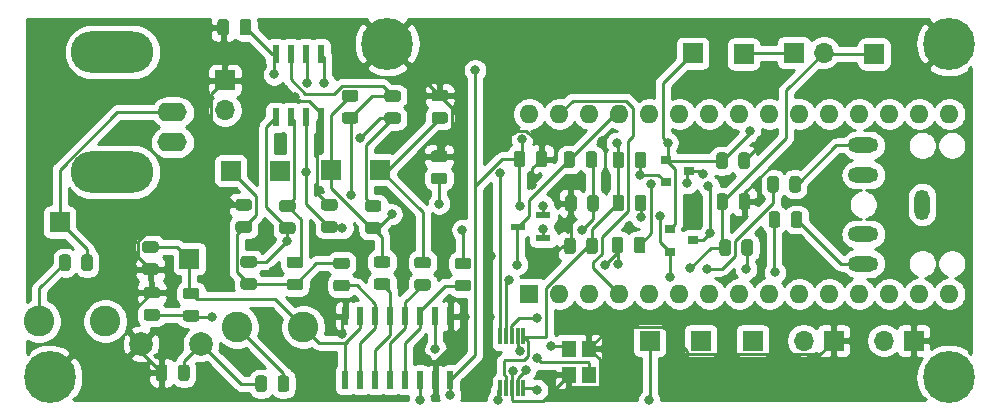
<source format=gbr>
G04 #@! TF.GenerationSoftware,KiCad,Pcbnew,(5.1.9)-1*
G04 #@! TF.CreationDate,2021-05-04T19:46:14-07:00*
G04 #@! TF.ProjectId,SDRReciever,53445252-6563-4696-9576-65722e6b6963,1*
G04 #@! TF.SameCoordinates,Original*
G04 #@! TF.FileFunction,Copper,L1,Top*
G04 #@! TF.FilePolarity,Positive*
%FSLAX46Y46*%
G04 Gerber Fmt 4.6, Leading zero omitted, Abs format (unit mm)*
G04 Created by KiCad (PCBNEW (5.1.9)-1) date 2021-05-04 19:46:14*
%MOMM*%
%LPD*%
G01*
G04 APERTURE LIST*
G04 #@! TA.AperFunction,ComponentPad*
%ADD10R,1.600000X1.600000*%
G04 #@! TD*
G04 #@! TA.AperFunction,ComponentPad*
%ADD11O,1.600000X1.600000*%
G04 #@! TD*
G04 #@! TA.AperFunction,ComponentPad*
%ADD12R,1.700000X1.700000*%
G04 #@! TD*
G04 #@! TA.AperFunction,ComponentPad*
%ADD13O,2.600000X1.300000*%
G04 #@! TD*
G04 #@! TA.AperFunction,ComponentPad*
%ADD14O,1.300000X2.600000*%
G04 #@! TD*
G04 #@! TA.AperFunction,ComponentPad*
%ADD15O,1.700000X1.700000*%
G04 #@! TD*
G04 #@! TA.AperFunction,ComponentPad*
%ADD16C,2.600000*%
G04 #@! TD*
G04 #@! TA.AperFunction,ComponentPad*
%ADD17C,2.000000*%
G04 #@! TD*
G04 #@! TA.AperFunction,SMDPad,CuDef*
%ADD18R,1.300000X0.600000*%
G04 #@! TD*
G04 #@! TA.AperFunction,SMDPad,CuDef*
%ADD19R,0.900000X0.800000*%
G04 #@! TD*
G04 #@! TA.AperFunction,SMDPad,CuDef*
%ADD20R,0.300000X1.400000*%
G04 #@! TD*
G04 #@! TA.AperFunction,SMDPad,CuDef*
%ADD21R,0.600000X1.500000*%
G04 #@! TD*
G04 #@! TA.AperFunction,SMDPad,CuDef*
%ADD22R,0.600000X1.550000*%
G04 #@! TD*
G04 #@! TA.AperFunction,SMDPad,CuDef*
%ADD23R,1.200000X1.400000*%
G04 #@! TD*
G04 #@! TA.AperFunction,ComponentPad*
%ADD24C,4.400000*%
G04 #@! TD*
G04 #@! TA.AperFunction,ComponentPad*
%ADD25O,7.000000X3.500000*%
G04 #@! TD*
G04 #@! TA.AperFunction,ComponentPad*
%ADD26O,2.500000X1.600000*%
G04 #@! TD*
G04 #@! TA.AperFunction,ViaPad*
%ADD27C,0.800000*%
G04 #@! TD*
G04 #@! TA.AperFunction,Conductor*
%ADD28C,0.250000*%
G04 #@! TD*
G04 #@! TA.AperFunction,Conductor*
%ADD29C,0.254000*%
G04 #@! TD*
G04 #@! TA.AperFunction,Conductor*
%ADD30C,0.100000*%
G04 #@! TD*
G04 APERTURE END LIST*
D10*
X139661900Y-140004800D03*
D11*
X172681900Y-124764800D03*
X142201900Y-140004800D03*
X170141900Y-124764800D03*
X144741900Y-140004800D03*
X167601900Y-124764800D03*
X147281900Y-140004800D03*
X165061900Y-124764800D03*
X149821900Y-140004800D03*
X162521900Y-124764800D03*
X152361900Y-140004800D03*
X159981900Y-124764800D03*
X154901900Y-140004800D03*
X157441900Y-124764800D03*
X157441900Y-140004800D03*
X154901900Y-124764800D03*
X159981900Y-140004800D03*
X152361900Y-124764800D03*
X162521900Y-140004800D03*
X149821900Y-124764800D03*
X165061900Y-140004800D03*
X147281900Y-124764800D03*
X167601900Y-140004800D03*
X144741900Y-124764800D03*
X170141900Y-140004800D03*
X142201900Y-124764800D03*
X172681900Y-140004800D03*
X139661900Y-124764800D03*
X175221900Y-140004800D03*
X175221900Y-124764800D03*
G04 #@! TA.AperFunction,SMDPad,CuDef*
G36*
G01*
X142694600Y-132790250D02*
X142694600Y-131877750D01*
G75*
G02*
X142938350Y-131634000I243750J0D01*
G01*
X143425850Y-131634000D01*
G75*
G02*
X143669600Y-131877750I0J-243750D01*
G01*
X143669600Y-132790250D01*
G75*
G02*
X143425850Y-133034000I-243750J0D01*
G01*
X142938350Y-133034000D01*
G75*
G02*
X142694600Y-132790250I0J243750D01*
G01*
G37*
G04 #@! TD.AperFunction*
G04 #@! TA.AperFunction,SMDPad,CuDef*
G36*
G01*
X144569600Y-132790250D02*
X144569600Y-131877750D01*
G75*
G02*
X144813350Y-131634000I243750J0D01*
G01*
X145300850Y-131634000D01*
G75*
G02*
X145544600Y-131877750I0J-243750D01*
G01*
X145544600Y-132790250D01*
G75*
G02*
X145300850Y-133034000I-243750J0D01*
G01*
X144813350Y-133034000D01*
G75*
G02*
X144569600Y-132790250I0J243750D01*
G01*
G37*
G04 #@! TD.AperFunction*
G04 #@! TA.AperFunction,SMDPad,CuDef*
G36*
G01*
X102694800Y-136906950D02*
X102694800Y-137819450D01*
G75*
G02*
X102451050Y-138063200I-243750J0D01*
G01*
X101963550Y-138063200D01*
G75*
G02*
X101719800Y-137819450I0J243750D01*
G01*
X101719800Y-136906950D01*
G75*
G02*
X101963550Y-136663200I243750J0D01*
G01*
X102451050Y-136663200D01*
G75*
G02*
X102694800Y-136906950I0J-243750D01*
G01*
G37*
G04 #@! TD.AperFunction*
G04 #@! TA.AperFunction,SMDPad,CuDef*
G36*
G01*
X100819800Y-136906950D02*
X100819800Y-137819450D01*
G75*
G02*
X100576050Y-138063200I-243750J0D01*
G01*
X100088550Y-138063200D01*
G75*
G02*
X99844800Y-137819450I0J243750D01*
G01*
X99844800Y-136906950D01*
G75*
G02*
X100088550Y-136663200I243750J0D01*
G01*
X100576050Y-136663200D01*
G75*
G02*
X100819800Y-136906950I0J-243750D01*
G01*
G37*
G04 #@! TD.AperFunction*
G04 #@! TA.AperFunction,SMDPad,CuDef*
G36*
G01*
X108049000Y-147141250D02*
X108049000Y-146228750D01*
G75*
G02*
X108292750Y-145985000I243750J0D01*
G01*
X108780250Y-145985000D01*
G75*
G02*
X109024000Y-146228750I0J-243750D01*
G01*
X109024000Y-147141250D01*
G75*
G02*
X108780250Y-147385000I-243750J0D01*
G01*
X108292750Y-147385000D01*
G75*
G02*
X108049000Y-147141250I0J243750D01*
G01*
G37*
G04 #@! TD.AperFunction*
G04 #@! TA.AperFunction,SMDPad,CuDef*
G36*
G01*
X109924000Y-147141250D02*
X109924000Y-146228750D01*
G75*
G02*
X110167750Y-145985000I243750J0D01*
G01*
X110655250Y-145985000D01*
G75*
G02*
X110899000Y-146228750I0J-243750D01*
G01*
X110899000Y-147141250D01*
G75*
G02*
X110655250Y-147385000I-243750J0D01*
G01*
X110167750Y-147385000D01*
G75*
G02*
X109924000Y-147141250I0J243750D01*
G01*
G37*
G04 #@! TD.AperFunction*
G04 #@! TA.AperFunction,SMDPad,CuDef*
G36*
G01*
X118344100Y-148068350D02*
X118344100Y-147155850D01*
G75*
G02*
X118587850Y-146912100I243750J0D01*
G01*
X119075350Y-146912100D01*
G75*
G02*
X119319100Y-147155850I0J-243750D01*
G01*
X119319100Y-148068350D01*
G75*
G02*
X119075350Y-148312100I-243750J0D01*
G01*
X118587850Y-148312100D01*
G75*
G02*
X118344100Y-148068350I0J243750D01*
G01*
G37*
G04 #@! TD.AperFunction*
G04 #@! TA.AperFunction,SMDPad,CuDef*
G36*
G01*
X116469100Y-148068350D02*
X116469100Y-147155850D01*
G75*
G02*
X116712850Y-146912100I243750J0D01*
G01*
X117200350Y-146912100D01*
G75*
G02*
X117444100Y-147155850I0J-243750D01*
G01*
X117444100Y-148068350D01*
G75*
G02*
X117200350Y-148312100I-243750J0D01*
G01*
X116712850Y-148312100D01*
G75*
G02*
X116469100Y-148068350I0J243750D01*
G01*
G37*
G04 #@! TD.AperFunction*
G04 #@! TA.AperFunction,SMDPad,CuDef*
G36*
G01*
X108152250Y-140393000D02*
X107239750Y-140393000D01*
G75*
G02*
X106996000Y-140149250I0J243750D01*
G01*
X106996000Y-139661750D01*
G75*
G02*
X107239750Y-139418000I243750J0D01*
G01*
X108152250Y-139418000D01*
G75*
G02*
X108396000Y-139661750I0J-243750D01*
G01*
X108396000Y-140149250D01*
G75*
G02*
X108152250Y-140393000I-243750J0D01*
G01*
G37*
G04 #@! TD.AperFunction*
G04 #@! TA.AperFunction,SMDPad,CuDef*
G36*
G01*
X108152250Y-142268000D02*
X107239750Y-142268000D01*
G75*
G02*
X106996000Y-142024250I0J243750D01*
G01*
X106996000Y-141536750D01*
G75*
G02*
X107239750Y-141293000I243750J0D01*
G01*
X108152250Y-141293000D01*
G75*
G02*
X108396000Y-141536750I0J-243750D01*
G01*
X108396000Y-142024250D01*
G75*
G02*
X108152250Y-142268000I-243750J0D01*
G01*
G37*
G04 #@! TD.AperFunction*
G04 #@! TA.AperFunction,SMDPad,CuDef*
G36*
G01*
X144478400Y-136397050D02*
X144478400Y-135484550D01*
G75*
G02*
X144722150Y-135240800I243750J0D01*
G01*
X145209650Y-135240800D01*
G75*
G02*
X145453400Y-135484550I0J-243750D01*
G01*
X145453400Y-136397050D01*
G75*
G02*
X145209650Y-136640800I-243750J0D01*
G01*
X144722150Y-136640800D01*
G75*
G02*
X144478400Y-136397050I0J243750D01*
G01*
G37*
G04 #@! TD.AperFunction*
G04 #@! TA.AperFunction,SMDPad,CuDef*
G36*
G01*
X142603400Y-136397050D02*
X142603400Y-135484550D01*
G75*
G02*
X142847150Y-135240800I243750J0D01*
G01*
X143334650Y-135240800D01*
G75*
G02*
X143578400Y-135484550I0J-243750D01*
G01*
X143578400Y-136397050D01*
G75*
G02*
X143334650Y-136640800I-243750J0D01*
G01*
X142847150Y-136640800D01*
G75*
G02*
X142603400Y-136397050I0J243750D01*
G01*
G37*
G04 #@! TD.AperFunction*
G04 #@! TA.AperFunction,SMDPad,CuDef*
G36*
G01*
X140213500Y-129043750D02*
X140213500Y-128131250D01*
G75*
G02*
X140457250Y-127887500I243750J0D01*
G01*
X140944750Y-127887500D01*
G75*
G02*
X141188500Y-128131250I0J-243750D01*
G01*
X141188500Y-129043750D01*
G75*
G02*
X140944750Y-129287500I-243750J0D01*
G01*
X140457250Y-129287500D01*
G75*
G02*
X140213500Y-129043750I0J243750D01*
G01*
G37*
G04 #@! TD.AperFunction*
G04 #@! TA.AperFunction,SMDPad,CuDef*
G36*
G01*
X138338500Y-129043750D02*
X138338500Y-128131250D01*
G75*
G02*
X138582250Y-127887500I243750J0D01*
G01*
X139069750Y-127887500D01*
G75*
G02*
X139313500Y-128131250I0J-243750D01*
G01*
X139313500Y-129043750D01*
G75*
G02*
X139069750Y-129287500I-243750J0D01*
G01*
X138582250Y-129287500D01*
G75*
G02*
X138338500Y-129043750I0J243750D01*
G01*
G37*
G04 #@! TD.AperFunction*
G04 #@! TA.AperFunction,SMDPad,CuDef*
G36*
G01*
X155483500Y-129183450D02*
X155483500Y-128270950D01*
G75*
G02*
X155727250Y-128027200I243750J0D01*
G01*
X156214750Y-128027200D01*
G75*
G02*
X156458500Y-128270950I0J-243750D01*
G01*
X156458500Y-129183450D01*
G75*
G02*
X156214750Y-129427200I-243750J0D01*
G01*
X155727250Y-129427200D01*
G75*
G02*
X155483500Y-129183450I0J243750D01*
G01*
G37*
G04 #@! TD.AperFunction*
G04 #@! TA.AperFunction,SMDPad,CuDef*
G36*
G01*
X157358500Y-129183450D02*
X157358500Y-128270950D01*
G75*
G02*
X157602250Y-128027200I243750J0D01*
G01*
X158089750Y-128027200D01*
G75*
G02*
X158333500Y-128270950I0J-243750D01*
G01*
X158333500Y-129183450D01*
G75*
G02*
X158089750Y-129427200I-243750J0D01*
G01*
X157602250Y-129427200D01*
G75*
G02*
X157358500Y-129183450I0J243750D01*
G01*
G37*
G04 #@! TD.AperFunction*
G04 #@! TA.AperFunction,SMDPad,CuDef*
G36*
G01*
X157383900Y-132650550D02*
X157383900Y-131738050D01*
G75*
G02*
X157627650Y-131494300I243750J0D01*
G01*
X158115150Y-131494300D01*
G75*
G02*
X158358900Y-131738050I0J-243750D01*
G01*
X158358900Y-132650550D01*
G75*
G02*
X158115150Y-132894300I-243750J0D01*
G01*
X157627650Y-132894300D01*
G75*
G02*
X157383900Y-132650550I0J243750D01*
G01*
G37*
G04 #@! TD.AperFunction*
G04 #@! TA.AperFunction,SMDPad,CuDef*
G36*
G01*
X155508900Y-132650550D02*
X155508900Y-131738050D01*
G75*
G02*
X155752650Y-131494300I243750J0D01*
G01*
X156240150Y-131494300D01*
G75*
G02*
X156483900Y-131738050I0J-243750D01*
G01*
X156483900Y-132650550D01*
G75*
G02*
X156240150Y-132894300I-243750J0D01*
G01*
X155752650Y-132894300D01*
G75*
G02*
X155508900Y-132650550I0J243750D01*
G01*
G37*
G04 #@! TD.AperFunction*
G04 #@! TA.AperFunction,SMDPad,CuDef*
G36*
G01*
X115924650Y-132950800D02*
X115012150Y-132950800D01*
G75*
G02*
X114768400Y-132707050I0J243750D01*
G01*
X114768400Y-132219550D01*
G75*
G02*
X115012150Y-131975800I243750J0D01*
G01*
X115924650Y-131975800D01*
G75*
G02*
X116168400Y-132219550I0J-243750D01*
G01*
X116168400Y-132707050D01*
G75*
G02*
X115924650Y-132950800I-243750J0D01*
G01*
G37*
G04 #@! TD.AperFunction*
G04 #@! TA.AperFunction,SMDPad,CuDef*
G36*
G01*
X115924650Y-134825800D02*
X115012150Y-134825800D01*
G75*
G02*
X114768400Y-134582050I0J243750D01*
G01*
X114768400Y-134094550D01*
G75*
G02*
X115012150Y-133850800I243750J0D01*
G01*
X115924650Y-133850800D01*
G75*
G02*
X116168400Y-134094550I0J-243750D01*
G01*
X116168400Y-134582050D01*
G75*
G02*
X115924650Y-134825800I-243750J0D01*
G01*
G37*
G04 #@! TD.AperFunction*
G04 #@! TA.AperFunction,SMDPad,CuDef*
G36*
G01*
X119633050Y-134927400D02*
X118720550Y-134927400D01*
G75*
G02*
X118476800Y-134683650I0J243750D01*
G01*
X118476800Y-134196150D01*
G75*
G02*
X118720550Y-133952400I243750J0D01*
G01*
X119633050Y-133952400D01*
G75*
G02*
X119876800Y-134196150I0J-243750D01*
G01*
X119876800Y-134683650D01*
G75*
G02*
X119633050Y-134927400I-243750J0D01*
G01*
G37*
G04 #@! TD.AperFunction*
G04 #@! TA.AperFunction,SMDPad,CuDef*
G36*
G01*
X119633050Y-133052400D02*
X118720550Y-133052400D01*
G75*
G02*
X118476800Y-132808650I0J243750D01*
G01*
X118476800Y-132321150D01*
G75*
G02*
X118720550Y-132077400I243750J0D01*
G01*
X119633050Y-132077400D01*
G75*
G02*
X119876800Y-132321150I0J-243750D01*
G01*
X119876800Y-132808650D01*
G75*
G02*
X119633050Y-133052400I-243750J0D01*
G01*
G37*
G04 #@! TD.AperFunction*
G04 #@! TA.AperFunction,SMDPad,CuDef*
G36*
G01*
X123189050Y-134825800D02*
X122276550Y-134825800D01*
G75*
G02*
X122032800Y-134582050I0J243750D01*
G01*
X122032800Y-134094550D01*
G75*
G02*
X122276550Y-133850800I243750J0D01*
G01*
X123189050Y-133850800D01*
G75*
G02*
X123432800Y-134094550I0J-243750D01*
G01*
X123432800Y-134582050D01*
G75*
G02*
X123189050Y-134825800I-243750J0D01*
G01*
G37*
G04 #@! TD.AperFunction*
G04 #@! TA.AperFunction,SMDPad,CuDef*
G36*
G01*
X123189050Y-132950800D02*
X122276550Y-132950800D01*
G75*
G02*
X122032800Y-132707050I0J243750D01*
G01*
X122032800Y-132219550D01*
G75*
G02*
X122276550Y-131975800I243750J0D01*
G01*
X123189050Y-131975800D01*
G75*
G02*
X123432800Y-132219550I0J-243750D01*
G01*
X123432800Y-132707050D01*
G75*
G02*
X123189050Y-132950800I-243750J0D01*
G01*
G37*
G04 #@! TD.AperFunction*
G04 #@! TA.AperFunction,SMDPad,CuDef*
G36*
G01*
X132472750Y-128836000D02*
X131560250Y-128836000D01*
G75*
G02*
X131316500Y-128592250I0J243750D01*
G01*
X131316500Y-128104750D01*
G75*
G02*
X131560250Y-127861000I243750J0D01*
G01*
X132472750Y-127861000D01*
G75*
G02*
X132716500Y-128104750I0J-243750D01*
G01*
X132716500Y-128592250D01*
G75*
G02*
X132472750Y-128836000I-243750J0D01*
G01*
G37*
G04 #@! TD.AperFunction*
G04 #@! TA.AperFunction,SMDPad,CuDef*
G36*
G01*
X132472750Y-130711000D02*
X131560250Y-130711000D01*
G75*
G02*
X131316500Y-130467250I0J243750D01*
G01*
X131316500Y-129979750D01*
G75*
G02*
X131560250Y-129736000I243750J0D01*
G01*
X132472750Y-129736000D01*
G75*
G02*
X132716500Y-129979750I0J-243750D01*
G01*
X132716500Y-130467250D01*
G75*
G02*
X132472750Y-130711000I-243750J0D01*
G01*
G37*
G04 #@! TD.AperFunction*
G04 #@! TA.AperFunction,SMDPad,CuDef*
G36*
G01*
X127635950Y-124645600D02*
X128548450Y-124645600D01*
G75*
G02*
X128792200Y-124889350I0J-243750D01*
G01*
X128792200Y-125376850D01*
G75*
G02*
X128548450Y-125620600I-243750J0D01*
G01*
X127635950Y-125620600D01*
G75*
G02*
X127392200Y-125376850I0J243750D01*
G01*
X127392200Y-124889350D01*
G75*
G02*
X127635950Y-124645600I243750J0D01*
G01*
G37*
G04 #@! TD.AperFunction*
G04 #@! TA.AperFunction,SMDPad,CuDef*
G36*
G01*
X127635950Y-122770600D02*
X128548450Y-122770600D01*
G75*
G02*
X128792200Y-123014350I0J-243750D01*
G01*
X128792200Y-123501850D01*
G75*
G02*
X128548450Y-123745600I-243750J0D01*
G01*
X127635950Y-123745600D01*
G75*
G02*
X127392200Y-123501850I0J243750D01*
G01*
X127392200Y-123014350D01*
G75*
G02*
X127635950Y-122770600I243750J0D01*
G01*
G37*
G04 #@! TD.AperFunction*
G04 #@! TA.AperFunction,SMDPad,CuDef*
G36*
G01*
X132536250Y-123707500D02*
X131623750Y-123707500D01*
G75*
G02*
X131380000Y-123463750I0J243750D01*
G01*
X131380000Y-122976250D01*
G75*
G02*
X131623750Y-122732500I243750J0D01*
G01*
X132536250Y-122732500D01*
G75*
G02*
X132780000Y-122976250I0J-243750D01*
G01*
X132780000Y-123463750D01*
G75*
G02*
X132536250Y-123707500I-243750J0D01*
G01*
G37*
G04 #@! TD.AperFunction*
G04 #@! TA.AperFunction,SMDPad,CuDef*
G36*
G01*
X132536250Y-125582500D02*
X131623750Y-125582500D01*
G75*
G02*
X131380000Y-125338750I0J243750D01*
G01*
X131380000Y-124851250D01*
G75*
G02*
X131623750Y-124607500I243750J0D01*
G01*
X132536250Y-124607500D01*
G75*
G02*
X132780000Y-124851250I0J-243750D01*
G01*
X132780000Y-125338750D01*
G75*
G02*
X132536250Y-125582500I-243750J0D01*
G01*
G37*
G04 #@! TD.AperFunction*
G04 #@! TA.AperFunction,SMDPad,CuDef*
G36*
G01*
X116106000Y-116967950D02*
X116106000Y-117880450D01*
G75*
G02*
X115862250Y-118124200I-243750J0D01*
G01*
X115374750Y-118124200D01*
G75*
G02*
X115131000Y-117880450I0J243750D01*
G01*
X115131000Y-116967950D01*
G75*
G02*
X115374750Y-116724200I243750J0D01*
G01*
X115862250Y-116724200D01*
G75*
G02*
X116106000Y-116967950I0J-243750D01*
G01*
G37*
G04 #@! TD.AperFunction*
G04 #@! TA.AperFunction,SMDPad,CuDef*
G36*
G01*
X114231000Y-116967950D02*
X114231000Y-117880450D01*
G75*
G02*
X113987250Y-118124200I-243750J0D01*
G01*
X113499750Y-118124200D01*
G75*
G02*
X113256000Y-117880450I0J243750D01*
G01*
X113256000Y-116967950D01*
G75*
G02*
X113499750Y-116724200I243750J0D01*
G01*
X113987250Y-116724200D01*
G75*
G02*
X114231000Y-116967950I0J-243750D01*
G01*
G37*
G04 #@! TD.AperFunction*
G04 #@! TA.AperFunction,SMDPad,CuDef*
G36*
G01*
X160776500Y-130264850D02*
X160776500Y-131177350D01*
G75*
G02*
X160532750Y-131421100I-243750J0D01*
G01*
X160045250Y-131421100D01*
G75*
G02*
X159801500Y-131177350I0J243750D01*
G01*
X159801500Y-130264850D01*
G75*
G02*
X160045250Y-130021100I243750J0D01*
G01*
X160532750Y-130021100D01*
G75*
G02*
X160776500Y-130264850I0J-243750D01*
G01*
G37*
G04 #@! TD.AperFunction*
G04 #@! TA.AperFunction,SMDPad,CuDef*
G36*
G01*
X162651500Y-130264850D02*
X162651500Y-131177350D01*
G75*
G02*
X162407750Y-131421100I-243750J0D01*
G01*
X161920250Y-131421100D01*
G75*
G02*
X161676500Y-131177350I0J243750D01*
G01*
X161676500Y-130264850D01*
G75*
G02*
X161920250Y-130021100I243750J0D01*
G01*
X162407750Y-130021100D01*
G75*
G02*
X162651500Y-130264850I0J-243750D01*
G01*
G37*
G04 #@! TD.AperFunction*
G04 #@! TA.AperFunction,SMDPad,CuDef*
G36*
G01*
X162778500Y-133262050D02*
X162778500Y-134174550D01*
G75*
G02*
X162534750Y-134418300I-243750J0D01*
G01*
X162047250Y-134418300D01*
G75*
G02*
X161803500Y-134174550I0J243750D01*
G01*
X161803500Y-133262050D01*
G75*
G02*
X162047250Y-133018300I243750J0D01*
G01*
X162534750Y-133018300D01*
G75*
G02*
X162778500Y-133262050I0J-243750D01*
G01*
G37*
G04 #@! TD.AperFunction*
G04 #@! TA.AperFunction,SMDPad,CuDef*
G36*
G01*
X160903500Y-133262050D02*
X160903500Y-134174550D01*
G75*
G02*
X160659750Y-134418300I-243750J0D01*
G01*
X160172250Y-134418300D01*
G75*
G02*
X159928500Y-134174550I0J243750D01*
G01*
X159928500Y-133262050D01*
G75*
G02*
X160172250Y-133018300I243750J0D01*
G01*
X160659750Y-133018300D01*
G75*
G02*
X160903500Y-133262050I0J-243750D01*
G01*
G37*
G04 #@! TD.AperFunction*
D12*
X153479500Y-119634000D03*
X99885500Y-133921500D03*
X168846500Y-119697500D03*
X157797500Y-119697500D03*
X110871000Y-137033000D03*
X149860000Y-143954500D03*
X158559500Y-143954500D03*
X154178000Y-143954500D03*
X114388900Y-129590800D03*
X118579900Y-129590800D03*
X122885200Y-129514600D03*
X127012700Y-129489200D03*
D13*
X167932600Y-127435600D03*
X167932600Y-137435600D03*
X167932600Y-134935600D03*
X167932600Y-129935600D03*
D14*
X172932600Y-132435600D03*
D15*
X113893600Y-124460000D03*
D12*
X113893600Y-121920000D03*
D15*
X164592000Y-119570500D03*
D12*
X162052000Y-119570500D03*
X165417500Y-143954500D03*
D15*
X162877500Y-143954500D03*
D12*
X172212000Y-143954500D03*
D15*
X169672000Y-143954500D03*
D16*
X103758300Y-142316200D03*
X98158300Y-142316200D03*
D17*
X111861600Y-144233900D03*
X106781600Y-144233900D03*
D16*
X114922300Y-142824200D03*
X120522300Y-142824200D03*
D18*
X138743000Y-134300000D03*
X140843000Y-133350000D03*
X140843000Y-135250000D03*
D19*
X153218900Y-129613700D03*
X151218900Y-130563700D03*
X151218900Y-128663700D03*
X151539700Y-134520900D03*
X151539700Y-136420900D03*
X153539700Y-135470900D03*
G04 #@! TA.AperFunction,SMDPad,CuDef*
G36*
G01*
X148582800Y-129119950D02*
X148582800Y-128207450D01*
G75*
G02*
X148826550Y-127963700I243750J0D01*
G01*
X149314050Y-127963700D01*
G75*
G02*
X149557800Y-128207450I0J-243750D01*
G01*
X149557800Y-129119950D01*
G75*
G02*
X149314050Y-129363700I-243750J0D01*
G01*
X148826550Y-129363700D01*
G75*
G02*
X148582800Y-129119950I0J243750D01*
G01*
G37*
G04 #@! TD.AperFunction*
G04 #@! TA.AperFunction,SMDPad,CuDef*
G36*
G01*
X146707800Y-129119950D02*
X146707800Y-128207450D01*
G75*
G02*
X146951550Y-127963700I243750J0D01*
G01*
X147439050Y-127963700D01*
G75*
G02*
X147682800Y-128207450I0J-243750D01*
G01*
X147682800Y-129119950D01*
G75*
G02*
X147439050Y-129363700I-243750J0D01*
G01*
X146951550Y-129363700D01*
G75*
G02*
X146707800Y-129119950I0J243750D01*
G01*
G37*
G04 #@! TD.AperFunction*
G04 #@! TA.AperFunction,SMDPad,CuDef*
G36*
G01*
X142554900Y-129094550D02*
X142554900Y-128182050D01*
G75*
G02*
X142798650Y-127938300I243750J0D01*
G01*
X143286150Y-127938300D01*
G75*
G02*
X143529900Y-128182050I0J-243750D01*
G01*
X143529900Y-129094550D01*
G75*
G02*
X143286150Y-129338300I-243750J0D01*
G01*
X142798650Y-129338300D01*
G75*
G02*
X142554900Y-129094550I0J243750D01*
G01*
G37*
G04 #@! TD.AperFunction*
G04 #@! TA.AperFunction,SMDPad,CuDef*
G36*
G01*
X144429900Y-129094550D02*
X144429900Y-128182050D01*
G75*
G02*
X144673650Y-127938300I243750J0D01*
G01*
X145161150Y-127938300D01*
G75*
G02*
X145404900Y-128182050I0J-243750D01*
G01*
X145404900Y-129094550D01*
G75*
G02*
X145161150Y-129338300I-243750J0D01*
G01*
X144673650Y-129338300D01*
G75*
G02*
X144429900Y-129094550I0J243750D01*
G01*
G37*
G04 #@! TD.AperFunction*
G04 #@! TA.AperFunction,SMDPad,CuDef*
G36*
G01*
X146707800Y-132752150D02*
X146707800Y-131839650D01*
G75*
G02*
X146951550Y-131595900I243750J0D01*
G01*
X147439050Y-131595900D01*
G75*
G02*
X147682800Y-131839650I0J-243750D01*
G01*
X147682800Y-132752150D01*
G75*
G02*
X147439050Y-132995900I-243750J0D01*
G01*
X146951550Y-132995900D01*
G75*
G02*
X146707800Y-132752150I0J243750D01*
G01*
G37*
G04 #@! TD.AperFunction*
G04 #@! TA.AperFunction,SMDPad,CuDef*
G36*
G01*
X148582800Y-132752150D02*
X148582800Y-131839650D01*
G75*
G02*
X148826550Y-131595900I243750J0D01*
G01*
X149314050Y-131595900D01*
G75*
G02*
X149557800Y-131839650I0J-243750D01*
G01*
X149557800Y-132752150D01*
G75*
G02*
X149314050Y-132995900I-243750J0D01*
G01*
X148826550Y-132995900D01*
G75*
G02*
X148582800Y-132752150I0J243750D01*
G01*
G37*
G04 #@! TD.AperFunction*
G04 #@! TA.AperFunction,SMDPad,CuDef*
G36*
G01*
X148517000Y-136333550D02*
X148517000Y-135421050D01*
G75*
G02*
X148760750Y-135177300I243750J0D01*
G01*
X149248250Y-135177300D01*
G75*
G02*
X149492000Y-135421050I0J-243750D01*
G01*
X149492000Y-136333550D01*
G75*
G02*
X149248250Y-136577300I-243750J0D01*
G01*
X148760750Y-136577300D01*
G75*
G02*
X148517000Y-136333550I0J243750D01*
G01*
G37*
G04 #@! TD.AperFunction*
G04 #@! TA.AperFunction,SMDPad,CuDef*
G36*
G01*
X146642000Y-136333550D02*
X146642000Y-135421050D01*
G75*
G02*
X146885750Y-135177300I243750J0D01*
G01*
X147373250Y-135177300D01*
G75*
G02*
X147617000Y-135421050I0J-243750D01*
G01*
X147617000Y-136333550D01*
G75*
G02*
X147373250Y-136577300I-243750J0D01*
G01*
X146885750Y-136577300D01*
G75*
G02*
X146642000Y-136333550I0J243750D01*
G01*
G37*
G04 #@! TD.AperFunction*
G04 #@! TA.AperFunction,SMDPad,CuDef*
G36*
G01*
X155747900Y-136536750D02*
X155747900Y-135624250D01*
G75*
G02*
X155991650Y-135380500I243750J0D01*
G01*
X156479150Y-135380500D01*
G75*
G02*
X156722900Y-135624250I0J-243750D01*
G01*
X156722900Y-136536750D01*
G75*
G02*
X156479150Y-136780500I-243750J0D01*
G01*
X155991650Y-136780500D01*
G75*
G02*
X155747900Y-136536750I0J243750D01*
G01*
G37*
G04 #@! TD.AperFunction*
G04 #@! TA.AperFunction,SMDPad,CuDef*
G36*
G01*
X157622900Y-136536750D02*
X157622900Y-135624250D01*
G75*
G02*
X157866650Y-135380500I243750J0D01*
G01*
X158354150Y-135380500D01*
G75*
G02*
X158597900Y-135624250I0J-243750D01*
G01*
X158597900Y-136536750D01*
G75*
G02*
X158354150Y-136780500I-243750J0D01*
G01*
X157866650Y-136780500D01*
G75*
G02*
X157622900Y-136536750I0J243750D01*
G01*
G37*
G04 #@! TD.AperFunction*
G04 #@! TA.AperFunction,SMDPad,CuDef*
G36*
G01*
X110567150Y-139494200D02*
X111479650Y-139494200D01*
G75*
G02*
X111723400Y-139737950I0J-243750D01*
G01*
X111723400Y-140225450D01*
G75*
G02*
X111479650Y-140469200I-243750J0D01*
G01*
X110567150Y-140469200D01*
G75*
G02*
X110323400Y-140225450I0J243750D01*
G01*
X110323400Y-139737950D01*
G75*
G02*
X110567150Y-139494200I243750J0D01*
G01*
G37*
G04 #@! TD.AperFunction*
G04 #@! TA.AperFunction,SMDPad,CuDef*
G36*
G01*
X110567150Y-141369200D02*
X111479650Y-141369200D01*
G75*
G02*
X111723400Y-141612950I0J-243750D01*
G01*
X111723400Y-142100450D01*
G75*
G02*
X111479650Y-142344200I-243750J0D01*
G01*
X110567150Y-142344200D01*
G75*
G02*
X110323400Y-142100450I0J243750D01*
G01*
X110323400Y-141612950D01*
G75*
G02*
X110567150Y-141369200I243750J0D01*
G01*
G37*
G04 #@! TD.AperFunction*
G04 #@! TA.AperFunction,SMDPad,CuDef*
G36*
G01*
X108025250Y-136519500D02*
X107112750Y-136519500D01*
G75*
G02*
X106869000Y-136275750I0J243750D01*
G01*
X106869000Y-135788250D01*
G75*
G02*
X107112750Y-135544500I243750J0D01*
G01*
X108025250Y-135544500D01*
G75*
G02*
X108269000Y-135788250I0J-243750D01*
G01*
X108269000Y-136275750D01*
G75*
G02*
X108025250Y-136519500I-243750J0D01*
G01*
G37*
G04 #@! TD.AperFunction*
G04 #@! TA.AperFunction,SMDPad,CuDef*
G36*
G01*
X108025250Y-138394500D02*
X107112750Y-138394500D01*
G75*
G02*
X106869000Y-138150750I0J243750D01*
G01*
X106869000Y-137663250D01*
G75*
G02*
X107112750Y-137419500I243750J0D01*
G01*
X108025250Y-137419500D01*
G75*
G02*
X108269000Y-137663250I0J-243750D01*
G01*
X108269000Y-138150750D01*
G75*
G02*
X108025250Y-138394500I-243750J0D01*
G01*
G37*
G04 #@! TD.AperFunction*
G04 #@! TA.AperFunction,SMDPad,CuDef*
G36*
G01*
X123305250Y-138801500D02*
X124217750Y-138801500D01*
G75*
G02*
X124461500Y-139045250I0J-243750D01*
G01*
X124461500Y-139532750D01*
G75*
G02*
X124217750Y-139776500I-243750J0D01*
G01*
X123305250Y-139776500D01*
G75*
G02*
X123061500Y-139532750I0J243750D01*
G01*
X123061500Y-139045250D01*
G75*
G02*
X123305250Y-138801500I243750J0D01*
G01*
G37*
G04 #@! TD.AperFunction*
G04 #@! TA.AperFunction,SMDPad,CuDef*
G36*
G01*
X123305250Y-136926500D02*
X124217750Y-136926500D01*
G75*
G02*
X124461500Y-137170250I0J-243750D01*
G01*
X124461500Y-137657750D01*
G75*
G02*
X124217750Y-137901500I-243750J0D01*
G01*
X123305250Y-137901500D01*
G75*
G02*
X123061500Y-137657750I0J243750D01*
G01*
X123061500Y-137170250D01*
G75*
G02*
X123305250Y-136926500I243750J0D01*
G01*
G37*
G04 #@! TD.AperFunction*
G04 #@! TA.AperFunction,SMDPad,CuDef*
G36*
G01*
X133592250Y-136941500D02*
X134504750Y-136941500D01*
G75*
G02*
X134748500Y-137185250I0J-243750D01*
G01*
X134748500Y-137672750D01*
G75*
G02*
X134504750Y-137916500I-243750J0D01*
G01*
X133592250Y-137916500D01*
G75*
G02*
X133348500Y-137672750I0J243750D01*
G01*
X133348500Y-137185250D01*
G75*
G02*
X133592250Y-136941500I243750J0D01*
G01*
G37*
G04 #@! TD.AperFunction*
G04 #@! TA.AperFunction,SMDPad,CuDef*
G36*
G01*
X133592250Y-138816500D02*
X134504750Y-138816500D01*
G75*
G02*
X134748500Y-139060250I0J-243750D01*
G01*
X134748500Y-139547750D01*
G75*
G02*
X134504750Y-139791500I-243750J0D01*
G01*
X133592250Y-139791500D01*
G75*
G02*
X133348500Y-139547750I0J243750D01*
G01*
X133348500Y-139060250D01*
G75*
G02*
X133592250Y-138816500I243750J0D01*
G01*
G37*
G04 #@! TD.AperFunction*
G04 #@! TA.AperFunction,SMDPad,CuDef*
G36*
G01*
X126734250Y-138689500D02*
X127646750Y-138689500D01*
G75*
G02*
X127890500Y-138933250I0J-243750D01*
G01*
X127890500Y-139420750D01*
G75*
G02*
X127646750Y-139664500I-243750J0D01*
G01*
X126734250Y-139664500D01*
G75*
G02*
X126490500Y-139420750I0J243750D01*
G01*
X126490500Y-138933250D01*
G75*
G02*
X126734250Y-138689500I243750J0D01*
G01*
G37*
G04 #@! TD.AperFunction*
G04 #@! TA.AperFunction,SMDPad,CuDef*
G36*
G01*
X126734250Y-136814500D02*
X127646750Y-136814500D01*
G75*
G02*
X127890500Y-137058250I0J-243750D01*
G01*
X127890500Y-137545750D01*
G75*
G02*
X127646750Y-137789500I-243750J0D01*
G01*
X126734250Y-137789500D01*
G75*
G02*
X126490500Y-137545750I0J243750D01*
G01*
X126490500Y-137058250D01*
G75*
G02*
X126734250Y-136814500I243750J0D01*
G01*
G37*
G04 #@! TD.AperFunction*
G04 #@! TA.AperFunction,SMDPad,CuDef*
G36*
G01*
X130163250Y-136878000D02*
X131075750Y-136878000D01*
G75*
G02*
X131319500Y-137121750I0J-243750D01*
G01*
X131319500Y-137609250D01*
G75*
G02*
X131075750Y-137853000I-243750J0D01*
G01*
X130163250Y-137853000D01*
G75*
G02*
X129919500Y-137609250I0J243750D01*
G01*
X129919500Y-137121750D01*
G75*
G02*
X130163250Y-136878000I243750J0D01*
G01*
G37*
G04 #@! TD.AperFunction*
G04 #@! TA.AperFunction,SMDPad,CuDef*
G36*
G01*
X130163250Y-138753000D02*
X131075750Y-138753000D01*
G75*
G02*
X131319500Y-138996750I0J-243750D01*
G01*
X131319500Y-139484250D01*
G75*
G02*
X131075750Y-139728000I-243750J0D01*
G01*
X130163250Y-139728000D01*
G75*
G02*
X129919500Y-139484250I0J243750D01*
G01*
X129919500Y-138996750D01*
G75*
G02*
X130163250Y-138753000I243750J0D01*
G01*
G37*
G04 #@! TD.AperFunction*
G04 #@! TA.AperFunction,SMDPad,CuDef*
G36*
G01*
X115443950Y-136801800D02*
X116356450Y-136801800D01*
G75*
G02*
X116600200Y-137045550I0J-243750D01*
G01*
X116600200Y-137533050D01*
G75*
G02*
X116356450Y-137776800I-243750J0D01*
G01*
X115443950Y-137776800D01*
G75*
G02*
X115200200Y-137533050I0J243750D01*
G01*
X115200200Y-137045550D01*
G75*
G02*
X115443950Y-136801800I243750J0D01*
G01*
G37*
G04 #@! TD.AperFunction*
G04 #@! TA.AperFunction,SMDPad,CuDef*
G36*
G01*
X115443950Y-138676800D02*
X116356450Y-138676800D01*
G75*
G02*
X116600200Y-138920550I0J-243750D01*
G01*
X116600200Y-139408050D01*
G75*
G02*
X116356450Y-139651800I-243750J0D01*
G01*
X115443950Y-139651800D01*
G75*
G02*
X115200200Y-139408050I0J243750D01*
G01*
X115200200Y-138920550D01*
G75*
G02*
X115443950Y-138676800I243750J0D01*
G01*
G37*
G04 #@! TD.AperFunction*
G04 #@! TA.AperFunction,SMDPad,CuDef*
G36*
G01*
X119355550Y-138725300D02*
X120268050Y-138725300D01*
G75*
G02*
X120511800Y-138969050I0J-243750D01*
G01*
X120511800Y-139456550D01*
G75*
G02*
X120268050Y-139700300I-243750J0D01*
G01*
X119355550Y-139700300D01*
G75*
G02*
X119111800Y-139456550I0J243750D01*
G01*
X119111800Y-138969050D01*
G75*
G02*
X119355550Y-138725300I243750J0D01*
G01*
G37*
G04 #@! TD.AperFunction*
G04 #@! TA.AperFunction,SMDPad,CuDef*
G36*
G01*
X119355550Y-136850300D02*
X120268050Y-136850300D01*
G75*
G02*
X120511800Y-137094050I0J-243750D01*
G01*
X120511800Y-137581550D01*
G75*
G02*
X120268050Y-137825300I-243750J0D01*
G01*
X119355550Y-137825300D01*
G75*
G02*
X119111800Y-137581550I0J243750D01*
G01*
X119111800Y-137094050D01*
G75*
G02*
X119355550Y-136850300I243750J0D01*
G01*
G37*
G04 #@! TD.AperFunction*
G04 #@! TA.AperFunction,SMDPad,CuDef*
G36*
G01*
X124941650Y-123715600D02*
X124029150Y-123715600D01*
G75*
G02*
X123785400Y-123471850I0J243750D01*
G01*
X123785400Y-122984350D01*
G75*
G02*
X124029150Y-122740600I243750J0D01*
G01*
X124941650Y-122740600D01*
G75*
G02*
X125185400Y-122984350I0J-243750D01*
G01*
X125185400Y-123471850D01*
G75*
G02*
X124941650Y-123715600I-243750J0D01*
G01*
G37*
G04 #@! TD.AperFunction*
G04 #@! TA.AperFunction,SMDPad,CuDef*
G36*
G01*
X124941650Y-125590600D02*
X124029150Y-125590600D01*
G75*
G02*
X123785400Y-125346850I0J243750D01*
G01*
X123785400Y-124859350D01*
G75*
G02*
X124029150Y-124615600I243750J0D01*
G01*
X124941650Y-124615600D01*
G75*
G02*
X125185400Y-124859350I0J-243750D01*
G01*
X125185400Y-125346850D01*
G75*
G02*
X124941650Y-125590600I-243750J0D01*
G01*
G37*
G04 #@! TD.AperFunction*
G04 #@! TA.AperFunction,SMDPad,CuDef*
G36*
G01*
X125984950Y-132077400D02*
X126897450Y-132077400D01*
G75*
G02*
X127141200Y-132321150I0J-243750D01*
G01*
X127141200Y-132808650D01*
G75*
G02*
X126897450Y-133052400I-243750J0D01*
G01*
X125984950Y-133052400D01*
G75*
G02*
X125741200Y-132808650I0J243750D01*
G01*
X125741200Y-132321150D01*
G75*
G02*
X125984950Y-132077400I243750J0D01*
G01*
G37*
G04 #@! TD.AperFunction*
G04 #@! TA.AperFunction,SMDPad,CuDef*
G36*
G01*
X125984950Y-133952400D02*
X126897450Y-133952400D01*
G75*
G02*
X127141200Y-134196150I0J-243750D01*
G01*
X127141200Y-134683650D01*
G75*
G02*
X126897450Y-134927400I-243750J0D01*
G01*
X125984950Y-134927400D01*
G75*
G02*
X125741200Y-134683650I0J243750D01*
G01*
X125741200Y-134196150D01*
G75*
G02*
X125984950Y-133952400I243750J0D01*
G01*
G37*
G04 #@! TD.AperFunction*
D20*
X139163300Y-143608700D03*
X138663300Y-143608700D03*
X138163300Y-143608700D03*
X137663300Y-143608700D03*
X137163300Y-143608700D03*
X137163300Y-148008700D03*
X137663300Y-148008700D03*
X138163300Y-148008700D03*
X138663300Y-148008700D03*
X139163300Y-148008700D03*
D21*
X132969000Y-147276800D03*
X131699000Y-147276800D03*
X130429000Y-147276800D03*
X129159000Y-147276800D03*
X127889000Y-147276800D03*
X126619000Y-147276800D03*
X125349000Y-147276800D03*
X124079000Y-147276800D03*
X124079000Y-141876800D03*
X125349000Y-141876800D03*
X126619000Y-141876800D03*
X127889000Y-141876800D03*
X129159000Y-141876800D03*
X130429000Y-141876800D03*
X131699000Y-141876800D03*
X132969000Y-141876800D03*
D22*
X118173500Y-119664500D03*
X119443500Y-119664500D03*
X120713500Y-119664500D03*
X121983500Y-119664500D03*
X121983500Y-125064500D03*
X120713500Y-125064500D03*
X119443500Y-125064500D03*
X118173500Y-125064500D03*
D23*
X144677500Y-144632500D03*
X144677500Y-146832500D03*
X142977500Y-146832500D03*
X142977500Y-144632500D03*
D24*
X99060000Y-147066000D03*
X175196500Y-147066000D03*
X127635000Y-118808500D03*
X175196500Y-118808500D03*
D25*
X104368600Y-129705100D03*
X104368600Y-119545100D03*
D26*
X109448600Y-124625100D03*
X109448600Y-127165100D03*
D27*
X147104100Y-127215900D03*
X151371300Y-127215900D03*
X158330900Y-126199900D03*
X154368500Y-129857500D03*
X149999700Y-130670300D03*
X153024138Y-130633836D03*
X158026100Y-137883900D03*
X154978100Y-134886700D03*
X154825700Y-130873500D03*
X153250900Y-137833100D03*
X147154900Y-137477500D03*
X146088100Y-137528300D03*
X138620500Y-137528300D03*
X159245300Y-126961900D03*
X161836100Y-129146300D03*
X158991300Y-132194300D03*
X140271500Y-136652000D03*
X136438300Y-136817100D03*
X136334500Y-141998700D03*
X134200900Y-141998700D03*
X131000500Y-145554700D03*
X123833947Y-143366547D03*
X143040100Y-130531700D03*
X139912397Y-130742997D03*
X138264900Y-126250700D03*
X132321300Y-127266700D03*
X138240999Y-146495999D03*
X119824500Y-123304300D03*
X142684500Y-142430500D03*
X132334000Y-133731000D03*
X154305000Y-146494500D03*
X151955001Y-143764499D03*
X165290500Y-132334000D03*
X117094000Y-135191500D03*
X118618000Y-127063500D03*
X125349000Y-136652000D03*
X128905000Y-136652000D03*
X162560000Y-137096500D03*
X115951000Y-145542000D03*
X156337000Y-130365500D03*
X152717500Y-126873000D03*
X155257500Y-127127000D03*
X143182100Y-133614400D03*
X153352500Y-133477000D03*
X145796000Y-127063500D03*
X148082000Y-134239000D03*
X156210000Y-138811000D03*
X159385000Y-135064500D03*
X117919500Y-138049000D03*
X144106900Y-134581900D03*
X140804900Y-134531100D03*
X138874500Y-132549900D03*
X140804900Y-132549900D03*
X132930900Y-148569490D03*
X112763300Y-141947900D03*
X139026900Y-126911100D03*
X135064500Y-121069100D03*
X118046500Y-121424700D03*
X154673300Y-137883900D03*
X119164100Y-135496300D03*
X133997700Y-134581900D03*
X123837700Y-134429500D03*
X120747337Y-129662737D03*
X128003300Y-133261100D03*
X132016500Y-132360500D03*
X125310900Y-126809500D03*
X120840500Y-122149700D03*
X160464500Y-138188700D03*
X124548900Y-131635500D03*
X122313700Y-122149700D03*
X149796500Y-149019500D03*
X137000070Y-149019500D03*
X140296900Y-148145500D03*
X130390900Y-149019500D03*
X139337852Y-146424452D03*
X131711700Y-144691100D03*
X137198100Y-129806700D03*
X149034500Y-129908300D03*
X137909300Y-138798300D03*
X151574500Y-138544300D03*
X150724700Y-133401118D03*
X149085300Y-133515100D03*
X138830224Y-144880089D03*
X141465300Y-144386300D03*
X140303052Y-145459252D03*
X140351899Y-142049500D03*
D28*
X144600898Y-135940800D02*
X144965900Y-135940800D01*
X141076899Y-143660099D02*
X141076899Y-139464799D01*
X141076899Y-139464799D02*
X144600898Y-135940800D01*
X151282400Y-128727200D02*
X151218900Y-128663700D01*
X155971000Y-128727200D02*
X151282400Y-128727200D01*
X147195300Y-128663700D02*
X147195300Y-132295900D01*
X144965900Y-134525300D02*
X147195300Y-132295900D01*
X144965900Y-135940800D02*
X144965900Y-134525300D01*
X151993901Y-129438701D02*
X151218900Y-128663700D01*
X151993901Y-134066699D02*
X151993901Y-129438701D01*
X151539700Y-134520900D02*
X151993901Y-134066699D01*
X147195300Y-127307100D02*
X147104100Y-127215900D01*
X147195300Y-128663700D02*
X147195300Y-127307100D01*
X151371300Y-128511300D02*
X151218900Y-128663700D01*
X151371300Y-127215900D02*
X151371300Y-128511300D01*
X150971301Y-122142199D02*
X153479500Y-119634000D01*
X150971301Y-126815901D02*
X150971301Y-122142199D01*
X151371300Y-127215900D02*
X150971301Y-126815901D01*
X158330900Y-126367300D02*
X158330900Y-126199900D01*
X155971000Y-128727200D02*
X158330900Y-126367300D01*
X139214699Y-143660099D02*
X139163300Y-143608700D01*
X141076899Y-143660099D02*
X139214699Y-143660099D01*
X139555225Y-144000625D02*
X139163300Y-143608700D01*
X139555225Y-145228090D02*
X139555225Y-144000625D01*
X139178225Y-145605090D02*
X139555225Y-145228090D01*
X137630286Y-145605090D02*
X139178225Y-145605090D01*
X137515998Y-145719378D02*
X137630286Y-145605090D01*
X137515998Y-146844000D02*
X137515998Y-145719378D01*
X137663300Y-146991302D02*
X137515998Y-146844000D01*
X137663300Y-148008700D02*
X137663300Y-146991302D01*
X143326901Y-123639799D02*
X142201900Y-124764800D01*
X148406901Y-124224799D02*
X147821901Y-123639799D01*
X148406901Y-126647517D02*
X148406901Y-124224799D01*
X148007810Y-127046608D02*
X148406901Y-126647517D01*
X145778410Y-135217140D02*
X148007810Y-132987740D01*
X147821901Y-123639799D02*
X143326901Y-123639799D01*
X148007810Y-132987740D02*
X148007810Y-127046608D01*
X145778410Y-136632640D02*
X145778410Y-135217140D01*
X145072100Y-137338950D02*
X145778410Y-136632640D01*
X145072100Y-137795000D02*
X145072100Y-137338950D01*
X147281900Y-140004800D02*
X145072100Y-137795000D01*
X154124700Y-129613700D02*
X154368500Y-129857500D01*
X153218900Y-129613700D02*
X154124700Y-129613700D01*
X149999700Y-134882100D02*
X149999700Y-130670300D01*
X149004500Y-135877300D02*
X149999700Y-134882100D01*
X153024138Y-129808462D02*
X153218900Y-129613700D01*
X153024138Y-130633836D02*
X153024138Y-129808462D01*
X158110400Y-137799600D02*
X158026100Y-137883900D01*
X158110400Y-136080500D02*
X158110400Y-137799600D01*
X154978100Y-131025900D02*
X154825700Y-130873500D01*
X154978100Y-134886700D02*
X154978100Y-131025900D01*
X154393900Y-135470900D02*
X154978100Y-134886700D01*
X153539700Y-135470900D02*
X154393900Y-135470900D01*
X155996400Y-135841500D02*
X156235400Y-136080500D01*
X155996400Y-132194300D02*
X155996400Y-135841500D01*
X155003500Y-136080500D02*
X153250900Y-137833100D01*
X156235400Y-136080500D02*
X155003500Y-136080500D01*
X147154900Y-135902700D02*
X147129500Y-135877300D01*
X147154900Y-137477500D02*
X147154900Y-135902700D01*
X161396899Y-122765601D02*
X164592000Y-119570500D01*
X161396899Y-126793801D02*
X161396899Y-122765601D01*
X155996400Y-132194300D02*
X161396899Y-126793801D01*
X164719000Y-119697500D02*
X164592000Y-119570500D01*
X168846500Y-119697500D02*
X164719000Y-119697500D01*
X146915900Y-124764800D02*
X147281900Y-124764800D01*
X143042400Y-128638300D02*
X146915900Y-124764800D01*
X147129500Y-136486900D02*
X146088100Y-137528300D01*
X147129500Y-135877300D02*
X147129500Y-136486900D01*
X138620500Y-134422500D02*
X138743000Y-134300000D01*
X138620500Y-137528300D02*
X138620500Y-134422500D01*
X139599501Y-133443499D02*
X138743000Y-134300000D01*
X139599501Y-132081199D02*
X139599501Y-133443499D01*
X143042400Y-128638300D02*
X139599501Y-132081199D01*
X140776299Y-149033701D02*
X142977500Y-146832500D01*
X138238301Y-149033701D02*
X140776299Y-149033701D01*
X138163300Y-148958700D02*
X138238301Y-149033701D01*
X138163300Y-148008700D02*
X138163300Y-148958700D01*
X131699000Y-145776802D02*
X131699000Y-147276800D01*
X132969000Y-144506802D02*
X131699000Y-145776802D01*
X132969000Y-141876800D02*
X132969000Y-144506802D01*
X106781600Y-144930100D02*
X106781600Y-144233900D01*
X108536500Y-146685000D02*
X106781600Y-144930100D01*
X113893600Y-117574300D02*
X113743500Y-117424200D01*
X113893600Y-121920000D02*
X113893600Y-117574300D01*
X159245300Y-127327900D02*
X157846000Y-128727200D01*
X159245300Y-126961900D02*
X159245300Y-127327900D01*
X160219400Y-129146300D02*
X161836100Y-129146300D01*
X157871400Y-131494300D02*
X160219400Y-129146300D01*
X157871400Y-132194300D02*
X157871400Y-131494300D01*
X157871400Y-132194300D02*
X158991300Y-132194300D01*
X145602501Y-145557501D02*
X144677500Y-144632500D01*
X145602501Y-147792501D02*
X145602501Y-145557501D01*
X145537501Y-147857501D02*
X145602501Y-147792501D01*
X143052501Y-147857501D02*
X145537501Y-147857501D01*
X142977500Y-147782500D02*
X143052501Y-147857501D01*
X142977500Y-146832500D02*
X142977500Y-147782500D01*
X164242499Y-145129501D02*
X165417500Y-143954500D01*
X153002999Y-145064501D02*
X153067999Y-145129501D01*
X153002999Y-144812497D02*
X153002999Y-145064501D01*
X153067999Y-145129501D02*
X164242499Y-145129501D01*
X150970001Y-142779499D02*
X151955001Y-143764499D01*
X146530501Y-142779499D02*
X150970001Y-142779499D01*
X144677500Y-144632500D02*
X146530501Y-142779499D01*
X142480200Y-135940800D02*
X141617700Y-136803300D01*
X143090900Y-135940800D02*
X142480200Y-135940800D01*
X136438300Y-141894900D02*
X136334500Y-141998700D01*
X136438300Y-136817100D02*
X136438300Y-141894900D01*
X133090900Y-141998700D02*
X132969000Y-141876800D01*
X134200900Y-141998700D02*
X133090900Y-141998700D01*
X143182100Y-135849600D02*
X143090900Y-135940800D01*
X143182100Y-132334000D02*
X143182100Y-133614400D01*
X131222602Y-145776802D02*
X131000500Y-145554700D01*
X131699000Y-145776802D02*
X131222602Y-145776802D01*
X123833947Y-142121853D02*
X124079000Y-141876800D01*
X123833947Y-143366547D02*
X123833947Y-142121853D01*
X107569000Y-139778500D02*
X107696000Y-139905500D01*
X107569000Y-137907000D02*
X107569000Y-139778500D01*
X105781601Y-141819899D02*
X107696000Y-139905500D01*
X105781601Y-143233901D02*
X105781601Y-141819899D01*
X106781600Y-144233900D02*
X105781601Y-143233901D01*
X109633350Y-132463300D02*
X115468400Y-132463300D01*
X106543990Y-135552660D02*
X109633350Y-132463300D01*
X106543990Y-136881990D02*
X106543990Y-135552660D01*
X107569000Y-137907000D02*
X106543990Y-136881990D01*
X143182100Y-130673700D02*
X143040100Y-130531700D01*
X143182100Y-132334000D02*
X143182100Y-130673700D01*
X139912397Y-129376103D02*
X140701000Y-128587500D01*
X139912397Y-130742997D02*
X139912397Y-129376103D01*
X138329501Y-126186099D02*
X138264900Y-126250700D01*
X139374901Y-126186099D02*
X138329501Y-126186099D01*
X140701000Y-127512198D02*
X139374901Y-126186099D01*
X140701000Y-128587500D02*
X140701000Y-127512198D01*
X132321300Y-128043700D02*
X132016500Y-128348500D01*
X132321300Y-127266700D02*
X132321300Y-128043700D01*
X138163300Y-146573698D02*
X138240999Y-146495999D01*
X138163300Y-148008700D02*
X138163300Y-146573698D01*
X112718599Y-130413499D02*
X112718599Y-123095001D01*
X112718599Y-123095001D02*
X113893600Y-121920000D01*
X114768400Y-132463300D02*
X112718599Y-130413499D01*
X115468400Y-132463300D02*
X114768400Y-132463300D01*
X121710199Y-125337801D02*
X121983500Y-125064500D01*
X121710199Y-131440699D02*
X121710199Y-125337801D01*
X122732800Y-132463300D02*
X121710199Y-131440699D01*
X133105010Y-124245010D02*
X132080000Y-123220000D01*
X133105010Y-126482990D02*
X133105010Y-124245010D01*
X132321300Y-127266700D02*
X133105010Y-126482990D01*
X127668500Y-118808500D02*
X127635000Y-118808500D01*
X132080000Y-123220000D02*
X127668500Y-118808500D01*
X127635000Y-118808500D02*
X127635000Y-118897400D01*
X121013301Y-123704299D02*
X121983500Y-124674498D01*
X120224499Y-123704299D02*
X121013301Y-123704299D01*
X121983500Y-124674498D02*
X121983500Y-125064500D01*
X119824500Y-123304300D02*
X120224499Y-123704299D01*
X151955001Y-143764499D02*
X153002999Y-144812497D01*
X143182100Y-133614400D02*
X143182100Y-135849600D01*
X145057100Y-132334000D02*
X145110200Y-132334000D01*
X145057100Y-128778000D02*
X144917400Y-128638300D01*
X145057100Y-132334000D02*
X145057100Y-128778000D01*
X145057100Y-133631700D02*
X144106900Y-134581900D01*
X145057100Y-132334000D02*
X145057100Y-133631700D01*
X140804900Y-135211900D02*
X140843000Y-135250000D01*
X140804900Y-134531100D02*
X140804900Y-135211900D01*
X102207300Y-136243300D02*
X99885500Y-133921500D01*
X102207300Y-137363200D02*
X102207300Y-136243300D01*
X99885500Y-129503693D02*
X99885500Y-133921500D01*
X104764093Y-124625100D02*
X99885500Y-129503693D01*
X109448600Y-124625100D02*
X104764093Y-124625100D01*
X98158300Y-139537200D02*
X100332300Y-137363200D01*
X98158300Y-142316200D02*
X98158300Y-139537200D01*
X115239800Y-147612100D02*
X111861600Y-144233900D01*
X116956600Y-147612100D02*
X115239800Y-147612100D01*
X110411500Y-145684000D02*
X111861600Y-144233900D01*
X110411500Y-146685000D02*
X110411500Y-145684000D01*
X118831600Y-146733500D02*
X114922300Y-142824200D01*
X118831600Y-147612100D02*
X118831600Y-146733500D01*
X157924500Y-119570500D02*
X157797500Y-119697500D01*
X162052000Y-119570500D02*
X157924500Y-119570500D01*
X138826000Y-132501400D02*
X138874500Y-132549900D01*
X138826000Y-128587500D02*
X138826000Y-132501400D01*
X140804900Y-133311900D02*
X140843000Y-133350000D01*
X140804900Y-132549900D02*
X140804900Y-133311900D01*
X137344298Y-128587500D02*
X138826000Y-128587500D01*
X135073510Y-130858288D02*
X137344298Y-128587500D01*
X135073510Y-145172290D02*
X135073510Y-130858288D01*
X132969000Y-147276800D02*
X135073510Y-145172290D01*
X132969000Y-148531390D02*
X132930900Y-148569490D01*
X132969000Y-147276800D02*
X132969000Y-148531390D01*
X111114600Y-141947900D02*
X111023400Y-141856700D01*
X112763300Y-141947900D02*
X111114600Y-141947900D01*
X110947200Y-141780500D02*
X111023400Y-141856700D01*
X107696000Y-141780500D02*
X110947200Y-141780500D01*
X157797500Y-119697500D02*
X157619700Y-119697500D01*
X139026900Y-128386600D02*
X138826000Y-128587500D01*
X139026900Y-126911100D02*
X139026900Y-128386600D01*
X135073510Y-121078110D02*
X135064500Y-121069100D01*
X135073510Y-130858288D02*
X135073510Y-121078110D01*
X118046500Y-119791500D02*
X118173500Y-119664500D01*
X118046500Y-121424700D02*
X118046500Y-119791500D01*
X117858800Y-119664500D02*
X115618500Y-117424200D01*
X118173500Y-119664500D02*
X117858800Y-119664500D01*
X114875190Y-138139290D02*
X115900200Y-139164300D01*
X114875190Y-134931510D02*
X114875190Y-138139290D01*
X115468400Y-134338300D02*
X114875190Y-134931510D01*
X119763300Y-139164300D02*
X119811800Y-139212800D01*
X115900200Y-139164300D02*
X119763300Y-139164300D01*
X121610600Y-137414000D02*
X119811800Y-139212800D01*
X123761500Y-137414000D02*
X121610600Y-137414000D01*
X116493410Y-131695310D02*
X114388900Y-129590800D01*
X116493410Y-133313290D02*
X116493410Y-131695310D01*
X115468400Y-134338300D02*
X116493410Y-133313290D01*
X120297327Y-133685427D02*
X119176800Y-132564900D01*
X120297327Y-136852273D02*
X120297327Y-133685427D01*
X119811800Y-137337800D02*
X120297327Y-136852273D01*
X119754901Y-125375901D02*
X119443500Y-125064500D01*
X119754901Y-131986799D02*
X119754901Y-125375901D01*
X119176800Y-132564900D02*
X119754901Y-131986799D01*
X155936350Y-137883900D02*
X154673300Y-137883900D01*
X157047910Y-136772340D02*
X155936350Y-137883900D01*
X157047910Y-135509290D02*
X157047910Y-136772340D01*
X160289000Y-132268200D02*
X157047910Y-135509290D01*
X160289000Y-130721100D02*
X160289000Y-132268200D01*
X119164100Y-134452600D02*
X119176800Y-134439900D01*
X119164100Y-135496300D02*
X119164100Y-134452600D01*
X117371100Y-137289300D02*
X119164100Y-135496300D01*
X115900200Y-137289300D02*
X117371100Y-137289300D01*
X117404899Y-125833101D02*
X118173500Y-125064500D01*
X117404899Y-132667999D02*
X117404899Y-125833101D01*
X119176800Y-134439900D02*
X117404899Y-132667999D01*
X134048500Y-134632700D02*
X133997700Y-134581900D01*
X134048500Y-137429000D02*
X134048500Y-134632700D01*
X122824000Y-134429500D02*
X122732800Y-134338300D01*
X123837700Y-134429500D02*
X122824000Y-134429500D01*
X120747337Y-125098337D02*
X120713500Y-125064500D01*
X122732800Y-134338300D02*
X120747337Y-132352837D01*
X120747337Y-129662737D02*
X120747337Y-125098337D01*
X120747337Y-132352837D02*
X120747337Y-129662737D01*
X127190500Y-135189200D02*
X126441200Y-134439900D01*
X127190500Y-137302000D02*
X127190500Y-135189200D01*
X126824500Y-134439900D02*
X128003300Y-133261100D01*
X126441200Y-134439900D02*
X126824500Y-134439900D01*
X132016500Y-132360500D02*
X132016500Y-130223500D01*
X122885200Y-131044802D02*
X122885200Y-129514600D01*
X126280298Y-134439900D02*
X122885200Y-131044802D01*
X126441200Y-134439900D02*
X126280298Y-134439900D01*
X122885200Y-124828300D02*
X124485400Y-123228100D01*
X122885200Y-129514600D02*
X122885200Y-124828300D01*
X125837699Y-127387601D02*
X128092200Y-125133100D01*
X125837699Y-131961399D02*
X125837699Y-127387601D01*
X126441200Y-132564900D02*
X125837699Y-131961399D01*
X126987300Y-125133100D02*
X125310900Y-126809500D01*
X128092200Y-125133100D02*
X126987300Y-125133100D01*
X120840500Y-119791500D02*
X120713500Y-119664500D01*
X120840500Y-122149700D02*
X120840500Y-119791500D01*
X160416000Y-138140200D02*
X160464500Y-138188700D01*
X160416000Y-133718300D02*
X160416000Y-138140200D01*
X124548900Y-125166600D02*
X124485400Y-125103100D01*
X124548900Y-131635500D02*
X124548900Y-125166600D01*
X123793560Y-122415590D02*
X127249690Y-122415590D01*
X123158850Y-123050300D02*
X123793560Y-122415590D01*
X120668098Y-123050300D02*
X123158850Y-123050300D01*
X119443500Y-121825702D02*
X120668098Y-123050300D01*
X127249690Y-122415590D02*
X128092200Y-123258100D01*
X119443500Y-119664500D02*
X119443500Y-121825702D01*
X126330400Y-123258100D02*
X124485400Y-125103100D01*
X128092200Y-123258100D02*
X126330400Y-123258100D01*
X130619500Y-133096000D02*
X127012700Y-129489200D01*
X130619500Y-137365500D02*
X130619500Y-133096000D01*
X127685800Y-129489200D02*
X132080000Y-125095000D01*
X127012700Y-129489200D02*
X127685800Y-129489200D01*
X122313700Y-119994700D02*
X121983500Y-119664500D01*
X122313700Y-122149700D02*
X122313700Y-119994700D01*
X162164000Y-130721100D02*
X162369500Y-130721100D01*
X165655000Y-127435600D02*
X167932600Y-127435600D01*
X162369500Y-130721100D02*
X165655000Y-127435600D01*
X166008300Y-137435600D02*
X167932600Y-137435600D01*
X162291000Y-133718300D02*
X166008300Y-137435600D01*
X125349000Y-142876800D02*
X124079000Y-144146800D01*
X124079000Y-144146800D02*
X124079000Y-147276800D01*
X121822299Y-144124199D02*
X120522300Y-142824200D01*
X124101601Y-144124199D02*
X121822299Y-144124199D01*
X125349000Y-142876800D02*
X124101601Y-144124199D01*
X125349000Y-141876800D02*
X125349000Y-142876800D01*
X118165327Y-140467227D02*
X120522300Y-142824200D01*
X111508927Y-140467227D02*
X118165327Y-140467227D01*
X111023400Y-139981700D02*
X111508927Y-140467227D01*
X110871000Y-139829300D02*
X111023400Y-139981700D01*
X110871000Y-137033000D02*
X110871000Y-139829300D01*
X109870000Y-136032000D02*
X110871000Y-137033000D01*
X107569000Y-136032000D02*
X109870000Y-136032000D01*
X149860000Y-148956000D02*
X149796500Y-149019500D01*
X149860000Y-143954500D02*
X149860000Y-148956000D01*
X137000070Y-148171930D02*
X137163300Y-148008700D01*
X137000070Y-149019500D02*
X137000070Y-148171930D01*
X140160100Y-148008700D02*
X140296900Y-148145500D01*
X139163300Y-148008700D02*
X140160100Y-148008700D01*
X130390900Y-147314900D02*
X130429000Y-147276800D01*
X130390900Y-149019500D02*
X130390900Y-147314900D01*
X138663300Y-147099004D02*
X139337852Y-146424452D01*
X138663300Y-148008700D02*
X138663300Y-147099004D01*
X131711700Y-141889500D02*
X131699000Y-141876800D01*
X131711700Y-144691100D02*
X131711700Y-141889500D01*
X137163300Y-129841500D02*
X137198100Y-129806700D01*
X137163300Y-143608700D02*
X137163300Y-129841500D01*
X149034500Y-128699500D02*
X149070300Y-128663700D01*
X149034500Y-129908300D02*
X149034500Y-128699500D01*
X150563500Y-129908300D02*
X151218900Y-130563700D01*
X149034500Y-129908300D02*
X150563500Y-129908300D01*
X137663300Y-139044300D02*
X137909300Y-138798300D01*
X137663300Y-143608700D02*
X137663300Y-139044300D01*
X151574500Y-136455700D02*
X151539700Y-136420900D01*
X151574500Y-138544300D02*
X151574500Y-136455700D01*
X150724700Y-135605900D02*
X150724700Y-133401118D01*
X151539700Y-136420900D02*
X150724700Y-135605900D01*
X149085300Y-132310900D02*
X149070300Y-132295900D01*
X149085300Y-133515100D02*
X149085300Y-132310900D01*
X125349000Y-144146800D02*
X125349000Y-147276800D01*
X126619000Y-142876800D02*
X125349000Y-144146800D01*
X126619000Y-141876800D02*
X126619000Y-142876800D01*
X125031200Y-139289000D02*
X123761500Y-139289000D01*
X126619000Y-140876800D02*
X125031200Y-139289000D01*
X126619000Y-141876800D02*
X126619000Y-140876800D01*
X129159000Y-144146800D02*
X129159000Y-147276800D01*
X130429000Y-142876800D02*
X129159000Y-144146800D01*
X130429000Y-141876800D02*
X130429000Y-142876800D01*
X132551800Y-139304000D02*
X134048500Y-139304000D01*
X130429000Y-141426800D02*
X132551800Y-139304000D01*
X130429000Y-141876800D02*
X130429000Y-141426800D01*
X126619000Y-144780390D02*
X126619000Y-147276800D01*
X127889000Y-143510390D02*
X126619000Y-144780390D01*
X127889000Y-141876800D02*
X127889000Y-143510390D01*
X127889000Y-139875500D02*
X127190500Y-139177000D01*
X127889000Y-141876800D02*
X127889000Y-139875500D01*
X127889000Y-144146800D02*
X127889000Y-147276800D01*
X129159000Y-142876800D02*
X127889000Y-144146800D01*
X129159000Y-141876800D02*
X129159000Y-142876800D01*
X129159000Y-140701000D02*
X130619500Y-139240500D01*
X129159000Y-141876800D02*
X129159000Y-140701000D01*
X138663300Y-144713165D02*
X138830224Y-144880089D01*
X138663300Y-143608700D02*
X138663300Y-144713165D01*
X142731300Y-144386300D02*
X142977500Y-144632500D01*
X141465300Y-144386300D02*
X142731300Y-144386300D01*
X140651299Y-145807499D02*
X140303052Y-145459252D01*
X144602499Y-145807499D02*
X140651299Y-145807499D01*
X144677500Y-145882500D02*
X144602499Y-145807499D01*
X144677500Y-146832500D02*
X144677500Y-145882500D01*
X138138301Y-143497701D02*
X138163300Y-143522700D01*
X138163300Y-143522700D02*
X138163300Y-143608700D01*
X138138301Y-142684099D02*
X138138301Y-143497701D01*
X138772900Y-142049500D02*
X138138301Y-142684099D01*
X140351899Y-142049500D02*
X138772900Y-142049500D01*
D29*
X112617928Y-116724200D02*
X112621000Y-117138450D01*
X112779750Y-117297200D01*
X113616500Y-117297200D01*
X113616500Y-117277200D01*
X113870500Y-117277200D01*
X113870500Y-117297200D01*
X113890500Y-117297200D01*
X113890500Y-117551200D01*
X113870500Y-117551200D01*
X113870500Y-118600450D01*
X114029250Y-118759200D01*
X114231000Y-118762272D01*
X114355482Y-118750012D01*
X114475180Y-118713702D01*
X114585494Y-118654737D01*
X114682185Y-118575385D01*
X114745992Y-118497636D01*
X114751208Y-118503992D01*
X114884836Y-118613658D01*
X115037291Y-118695147D01*
X115202715Y-118745328D01*
X115374750Y-118762272D01*
X115862250Y-118762272D01*
X115880020Y-118760522D01*
X117235428Y-120115930D01*
X117235428Y-120439500D01*
X117247688Y-120563982D01*
X117283998Y-120683680D01*
X117286500Y-120688362D01*
X117286500Y-120720989D01*
X117242563Y-120764926D01*
X117129295Y-120934444D01*
X117051274Y-121122802D01*
X117011500Y-121322761D01*
X117011500Y-121526639D01*
X117051274Y-121726598D01*
X117129295Y-121914956D01*
X117242563Y-122084474D01*
X117386726Y-122228637D01*
X117556244Y-122341905D01*
X117744602Y-122419926D01*
X117944561Y-122459700D01*
X118148439Y-122459700D01*
X118348398Y-122419926D01*
X118536756Y-122341905D01*
X118706274Y-122228637D01*
X118765475Y-122169436D01*
X118808526Y-122249978D01*
X118850643Y-122301297D01*
X118903500Y-122365703D01*
X118932498Y-122389501D01*
X120104299Y-123561303D01*
X120128097Y-123590301D01*
X120157095Y-123614099D01*
X120236814Y-123679524D01*
X120169320Y-123699998D01*
X120078500Y-123748543D01*
X119987680Y-123699998D01*
X119867982Y-123663688D01*
X119743500Y-123651428D01*
X119143500Y-123651428D01*
X119019018Y-123663688D01*
X118899320Y-123699998D01*
X118808500Y-123748543D01*
X118717680Y-123699998D01*
X118597982Y-123663688D01*
X118473500Y-123651428D01*
X117873500Y-123651428D01*
X117749018Y-123663688D01*
X117629320Y-123699998D01*
X117519006Y-123758963D01*
X117422315Y-123838315D01*
X117342963Y-123935006D01*
X117283998Y-124045320D01*
X117247688Y-124165018D01*
X117235428Y-124289500D01*
X117235428Y-124927771D01*
X116893897Y-125269302D01*
X116864899Y-125293100D01*
X116841101Y-125322098D01*
X116841100Y-125322099D01*
X116769925Y-125408825D01*
X116699353Y-125540855D01*
X116677325Y-125613475D01*
X116655897Y-125684115D01*
X116649323Y-125750864D01*
X116641223Y-125833101D01*
X116644900Y-125870433D01*
X116644899Y-130771997D01*
X115876972Y-130004071D01*
X115876972Y-128740800D01*
X115864712Y-128616318D01*
X115828402Y-128496620D01*
X115769437Y-128386306D01*
X115690085Y-128289615D01*
X115593394Y-128210263D01*
X115483080Y-128151298D01*
X115363382Y-128114988D01*
X115238900Y-128102728D01*
X113538900Y-128102728D01*
X113414418Y-128114988D01*
X113294720Y-128151298D01*
X113184406Y-128210263D01*
X113087715Y-128289615D01*
X113008363Y-128386306D01*
X112949398Y-128496620D01*
X112913088Y-128616318D01*
X112900828Y-128740800D01*
X112900828Y-130440800D01*
X112913088Y-130565282D01*
X112949398Y-130684980D01*
X113008363Y-130795294D01*
X113087715Y-130891985D01*
X113184406Y-130971337D01*
X113294720Y-131030302D01*
X113414418Y-131066612D01*
X113538900Y-131078872D01*
X114802171Y-131078872D01*
X115063213Y-131339914D01*
X114768400Y-131337728D01*
X114643918Y-131349988D01*
X114524220Y-131386298D01*
X114413906Y-131445263D01*
X114317215Y-131524615D01*
X114237863Y-131621306D01*
X114178898Y-131731620D01*
X114142588Y-131851318D01*
X114130328Y-131975800D01*
X114133400Y-132177550D01*
X114292150Y-132336300D01*
X115341400Y-132336300D01*
X115341400Y-132316300D01*
X115595400Y-132316300D01*
X115595400Y-132336300D01*
X115615400Y-132336300D01*
X115615400Y-132590300D01*
X115595400Y-132590300D01*
X115595400Y-132610300D01*
X115341400Y-132610300D01*
X115341400Y-132590300D01*
X114292150Y-132590300D01*
X114133400Y-132749050D01*
X114130328Y-132950800D01*
X114142588Y-133075282D01*
X114178898Y-133194980D01*
X114237863Y-133305294D01*
X114317215Y-133401985D01*
X114394964Y-133465792D01*
X114388608Y-133471008D01*
X114278942Y-133604636D01*
X114197453Y-133757091D01*
X114147272Y-133922515D01*
X114130328Y-134094550D01*
X114130328Y-134582050D01*
X114144218Y-134723082D01*
X114126187Y-134782525D01*
X114115190Y-134894178D01*
X114115190Y-134894188D01*
X114111514Y-134931510D01*
X114115190Y-134968833D01*
X114115191Y-138101958D01*
X114111514Y-138139290D01*
X114115191Y-138176623D01*
X114126188Y-138288276D01*
X114133397Y-138312042D01*
X114169644Y-138431536D01*
X114240216Y-138563566D01*
X114311391Y-138650292D01*
X114335190Y-138679291D01*
X114364188Y-138703089D01*
X114563878Y-138902779D01*
X114562128Y-138920550D01*
X114562128Y-139408050D01*
X114579072Y-139580085D01*
X114617640Y-139707227D01*
X112358446Y-139707227D01*
X112344528Y-139565915D01*
X112294347Y-139400491D01*
X112212858Y-139248036D01*
X112103192Y-139114408D01*
X111969564Y-139004742D01*
X111817109Y-138923253D01*
X111651685Y-138873072D01*
X111631000Y-138871035D01*
X111631000Y-138521072D01*
X111721000Y-138521072D01*
X111845482Y-138508812D01*
X111965180Y-138472502D01*
X112075494Y-138413537D01*
X112172185Y-138334185D01*
X112251537Y-138237494D01*
X112310502Y-138127180D01*
X112346812Y-138007482D01*
X112359072Y-137883000D01*
X112359072Y-136183000D01*
X112346812Y-136058518D01*
X112310502Y-135938820D01*
X112251537Y-135828506D01*
X112172185Y-135731815D01*
X112075494Y-135652463D01*
X111965180Y-135593498D01*
X111845482Y-135557188D01*
X111721000Y-135544928D01*
X110457729Y-135544928D01*
X110433804Y-135521002D01*
X110410001Y-135491999D01*
X110294276Y-135397026D01*
X110162247Y-135326454D01*
X110018986Y-135282997D01*
X109907333Y-135272000D01*
X109907322Y-135272000D01*
X109870000Y-135268324D01*
X109832678Y-135272000D01*
X108736845Y-135272000D01*
X108648792Y-135164708D01*
X108515164Y-135055042D01*
X108362709Y-134973553D01*
X108197285Y-134923372D01*
X108025250Y-134906428D01*
X107112750Y-134906428D01*
X106940715Y-134923372D01*
X106775291Y-134973553D01*
X106622836Y-135055042D01*
X106489208Y-135164708D01*
X106379542Y-135298336D01*
X106298053Y-135450791D01*
X106247872Y-135616215D01*
X106230928Y-135788250D01*
X106230928Y-136275750D01*
X106247872Y-136447785D01*
X106298053Y-136613209D01*
X106379542Y-136765664D01*
X106489208Y-136899292D01*
X106495564Y-136904508D01*
X106417815Y-136968315D01*
X106338463Y-137065006D01*
X106279498Y-137175320D01*
X106243188Y-137295018D01*
X106230928Y-137419500D01*
X106234000Y-137621250D01*
X106392750Y-137780000D01*
X107442000Y-137780000D01*
X107442000Y-137760000D01*
X107696000Y-137760000D01*
X107696000Y-137780000D01*
X108745250Y-137780000D01*
X108904000Y-137621250D01*
X108907072Y-137419500D01*
X108894812Y-137295018D01*
X108858502Y-137175320D01*
X108799537Y-137065006D01*
X108720185Y-136968315D01*
X108642436Y-136904508D01*
X108648792Y-136899292D01*
X108736845Y-136792000D01*
X109382928Y-136792000D01*
X109382928Y-137883000D01*
X109395188Y-138007482D01*
X109431498Y-138127180D01*
X109490463Y-138237494D01*
X109569815Y-138334185D01*
X109666506Y-138413537D01*
X109776820Y-138472502D01*
X109896518Y-138508812D01*
X110021000Y-138521072D01*
X110111001Y-138521072D01*
X110111001Y-138986694D01*
X110077236Y-139004742D01*
X109943608Y-139114408D01*
X109833942Y-139248036D01*
X109752453Y-139400491D01*
X109702272Y-139565915D01*
X109685328Y-139737950D01*
X109685328Y-140225450D01*
X109702272Y-140397485D01*
X109752453Y-140562909D01*
X109833942Y-140715364D01*
X109943608Y-140848992D01*
X110029156Y-140919200D01*
X109943608Y-140989408D01*
X109918091Y-141020500D01*
X108863845Y-141020500D01*
X108775792Y-140913208D01*
X108769436Y-140907992D01*
X108847185Y-140844185D01*
X108926537Y-140747494D01*
X108985502Y-140637180D01*
X109021812Y-140517482D01*
X109034072Y-140393000D01*
X109031000Y-140191250D01*
X108872250Y-140032500D01*
X107823000Y-140032500D01*
X107823000Y-140052500D01*
X107569000Y-140052500D01*
X107569000Y-140032500D01*
X106519750Y-140032500D01*
X106361000Y-140191250D01*
X106357928Y-140393000D01*
X106370188Y-140517482D01*
X106406498Y-140637180D01*
X106465463Y-140747494D01*
X106544815Y-140844185D01*
X106622564Y-140907992D01*
X106616208Y-140913208D01*
X106506542Y-141046836D01*
X106425053Y-141199291D01*
X106374872Y-141364715D01*
X106357928Y-141536750D01*
X106357928Y-142024250D01*
X106374872Y-142196285D01*
X106425053Y-142361709D01*
X106506542Y-142514164D01*
X106585585Y-142610478D01*
X106399925Y-142635939D01*
X106095512Y-142741105D01*
X105921556Y-142834086D01*
X105825792Y-143098487D01*
X106781600Y-144054295D01*
X107737408Y-143098487D01*
X107667717Y-142906072D01*
X108152250Y-142906072D01*
X108324285Y-142889128D01*
X108489709Y-142838947D01*
X108642164Y-142757458D01*
X108775792Y-142647792D01*
X108863845Y-142540500D01*
X109807289Y-142540500D01*
X109833942Y-142590364D01*
X109943608Y-142723992D01*
X110077236Y-142833658D01*
X110229691Y-142915147D01*
X110395115Y-142965328D01*
X110567150Y-142982272D01*
X110800989Y-142982272D01*
X110591613Y-143191648D01*
X110412682Y-143459437D01*
X110289432Y-143756988D01*
X110226600Y-144072867D01*
X110226600Y-144394933D01*
X110289432Y-144710812D01*
X110295423Y-144725276D01*
X109900498Y-145120201D01*
X109871500Y-145143999D01*
X109847702Y-145172997D01*
X109847701Y-145172998D01*
X109776526Y-145259724D01*
X109705954Y-145391754D01*
X109680144Y-145476842D01*
X109673356Y-145499218D01*
X109544208Y-145605208D01*
X109538992Y-145611564D01*
X109475185Y-145533815D01*
X109378494Y-145454463D01*
X109268180Y-145395498D01*
X109148482Y-145359188D01*
X109024000Y-145346928D01*
X108822250Y-145350000D01*
X108663500Y-145508750D01*
X108663500Y-146558000D01*
X108683500Y-146558000D01*
X108683500Y-146812000D01*
X108663500Y-146812000D01*
X108663500Y-147861250D01*
X108822250Y-148020000D01*
X109024000Y-148023072D01*
X109148482Y-148010812D01*
X109268180Y-147974502D01*
X109378494Y-147915537D01*
X109475185Y-147836185D01*
X109538992Y-147758436D01*
X109544208Y-147764792D01*
X109677836Y-147874458D01*
X109830291Y-147955947D01*
X109995715Y-148006128D01*
X110167750Y-148023072D01*
X110655250Y-148023072D01*
X110827285Y-148006128D01*
X110992709Y-147955947D01*
X111145164Y-147874458D01*
X111278792Y-147764792D01*
X111388458Y-147631164D01*
X111469947Y-147478709D01*
X111520128Y-147313285D01*
X111537072Y-147141250D01*
X111537072Y-146228750D01*
X111520128Y-146056715D01*
X111469947Y-145891291D01*
X111429118Y-145814906D01*
X111700567Y-145868900D01*
X112022633Y-145868900D01*
X112338512Y-145806068D01*
X112352976Y-145800077D01*
X114676001Y-148123103D01*
X114699799Y-148152101D01*
X114815524Y-148247074D01*
X114947553Y-148317646D01*
X115090814Y-148361103D01*
X115202467Y-148372100D01*
X115202476Y-148372100D01*
X115239799Y-148375776D01*
X115277122Y-148372100D01*
X115887927Y-148372100D01*
X115898153Y-148405809D01*
X115979642Y-148558264D01*
X116089308Y-148691892D01*
X116222936Y-148801558D01*
X116375391Y-148883047D01*
X116540815Y-148933228D01*
X116712850Y-148950172D01*
X117200350Y-148950172D01*
X117372385Y-148933228D01*
X117537809Y-148883047D01*
X117690264Y-148801558D01*
X117823892Y-148691892D01*
X117894100Y-148606344D01*
X117964308Y-148691892D01*
X118097936Y-148801558D01*
X118250391Y-148883047D01*
X118415815Y-148933228D01*
X118587850Y-148950172D01*
X119075350Y-148950172D01*
X119247385Y-148933228D01*
X119412809Y-148883047D01*
X119565264Y-148801558D01*
X119698892Y-148691892D01*
X119808558Y-148558264D01*
X119890047Y-148405809D01*
X119940228Y-148240385D01*
X119957172Y-148068350D01*
X119957172Y-147155850D01*
X119940228Y-146983815D01*
X119890047Y-146818391D01*
X119808558Y-146665936D01*
X119698892Y-146532308D01*
X119565264Y-146422642D01*
X119511972Y-146394157D01*
X119509508Y-146389546D01*
X119466574Y-146309223D01*
X119395399Y-146222497D01*
X119371601Y-146193499D01*
X119342603Y-146169701D01*
X116718087Y-143545186D01*
X116782939Y-143388619D01*
X116857300Y-143014781D01*
X116857300Y-142633619D01*
X116782939Y-142259781D01*
X116637075Y-141907634D01*
X116425313Y-141590709D01*
X116155791Y-141321187D01*
X116015170Y-141227227D01*
X117850526Y-141227227D01*
X118726513Y-142103214D01*
X118661661Y-142259781D01*
X118587300Y-142633619D01*
X118587300Y-143014781D01*
X118661661Y-143388619D01*
X118807525Y-143740766D01*
X119019287Y-144057691D01*
X119288809Y-144327213D01*
X119605734Y-144538975D01*
X119957881Y-144684839D01*
X120331719Y-144759200D01*
X120712881Y-144759200D01*
X121086719Y-144684839D01*
X121243285Y-144619987D01*
X121258500Y-144635202D01*
X121282298Y-144664200D01*
X121398023Y-144759173D01*
X121530052Y-144829745D01*
X121673313Y-144873202D01*
X121784966Y-144884199D01*
X121784975Y-144884199D01*
X121822298Y-144887875D01*
X121859621Y-144884199D01*
X123319000Y-144884199D01*
X123319001Y-146086355D01*
X123248463Y-146172306D01*
X123189498Y-146282620D01*
X123153188Y-146402318D01*
X123140928Y-146526800D01*
X123140928Y-148026800D01*
X123153188Y-148151282D01*
X123189498Y-148270980D01*
X123248463Y-148381294D01*
X123327815Y-148477985D01*
X123424506Y-148557337D01*
X123534820Y-148616302D01*
X123654518Y-148652612D01*
X123779000Y-148664872D01*
X124379000Y-148664872D01*
X124503482Y-148652612D01*
X124623180Y-148616302D01*
X124714000Y-148567757D01*
X124804820Y-148616302D01*
X124924518Y-148652612D01*
X125049000Y-148664872D01*
X125649000Y-148664872D01*
X125773482Y-148652612D01*
X125893180Y-148616302D01*
X125984000Y-148567757D01*
X126074820Y-148616302D01*
X126194518Y-148652612D01*
X126319000Y-148664872D01*
X126919000Y-148664872D01*
X127043482Y-148652612D01*
X127163180Y-148616302D01*
X127254000Y-148567757D01*
X127344820Y-148616302D01*
X127464518Y-148652612D01*
X127589000Y-148664872D01*
X128189000Y-148664872D01*
X128313482Y-148652612D01*
X128433180Y-148616302D01*
X128524000Y-148567757D01*
X128614820Y-148616302D01*
X128734518Y-148652612D01*
X128859000Y-148664872D01*
X129417516Y-148664872D01*
X129395674Y-148717602D01*
X129355900Y-148917561D01*
X129355900Y-148984500D01*
X101158108Y-148984500D01*
X101049777Y-148876169D01*
X101437018Y-148636024D01*
X101697641Y-148142123D01*
X101856901Y-147606867D01*
X101877560Y-147385000D01*
X107410928Y-147385000D01*
X107423188Y-147509482D01*
X107459498Y-147629180D01*
X107518463Y-147739494D01*
X107597815Y-147836185D01*
X107694506Y-147915537D01*
X107804820Y-147974502D01*
X107924518Y-148010812D01*
X108049000Y-148023072D01*
X108250750Y-148020000D01*
X108409500Y-147861250D01*
X108409500Y-146812000D01*
X107572750Y-146812000D01*
X107414000Y-146970750D01*
X107410928Y-147385000D01*
X101877560Y-147385000D01*
X101908678Y-147050826D01*
X101850981Y-146495368D01*
X101686028Y-145961839D01*
X101437018Y-145495976D01*
X101232770Y-145369313D01*
X105825792Y-145369313D01*
X105921556Y-145633714D01*
X106211171Y-145774604D01*
X106522708Y-145856284D01*
X106844195Y-145875618D01*
X107163275Y-145831861D01*
X107466903Y-145726966D01*
X107459498Y-145740820D01*
X107423188Y-145860518D01*
X107410928Y-145985000D01*
X107414000Y-146399250D01*
X107572750Y-146558000D01*
X108409500Y-146558000D01*
X108409500Y-145508750D01*
X108250750Y-145350000D01*
X108049000Y-145346928D01*
X107984808Y-145353250D01*
X108032683Y-145305375D01*
X107917015Y-145189707D01*
X108181414Y-145093944D01*
X108322304Y-144804329D01*
X108403984Y-144492792D01*
X108423318Y-144171305D01*
X108379561Y-143852225D01*
X108274395Y-143547812D01*
X108181414Y-143373856D01*
X107917013Y-143278092D01*
X106961205Y-144233900D01*
X106975348Y-144248043D01*
X106795743Y-144427648D01*
X106781600Y-144413505D01*
X105825792Y-145369313D01*
X101232770Y-145369313D01*
X101049775Y-145255830D01*
X99239605Y-147066000D01*
X99253748Y-147080143D01*
X99074143Y-147259748D01*
X99060000Y-147245605D01*
X99045858Y-147259748D01*
X98866253Y-147080143D01*
X98880395Y-147066000D01*
X98866253Y-147051858D01*
X99045858Y-146872253D01*
X99060000Y-146886395D01*
X100870170Y-145076225D01*
X100630024Y-144688982D01*
X100136123Y-144428359D01*
X99692943Y-144296495D01*
X105139882Y-144296495D01*
X105183639Y-144615575D01*
X105288805Y-144919988D01*
X105381786Y-145093944D01*
X105646187Y-145189708D01*
X106601995Y-144233900D01*
X105646187Y-143278092D01*
X105381786Y-143373856D01*
X105240896Y-143663471D01*
X105159216Y-143975008D01*
X105139882Y-144296495D01*
X99692943Y-144296495D01*
X99600867Y-144269099D01*
X99044826Y-144217322D01*
X98489368Y-144275019D01*
X97955839Y-144439972D01*
X97489976Y-144688982D01*
X97249831Y-145076223D01*
X97141500Y-144967892D01*
X97141500Y-143964001D01*
X97241734Y-144030975D01*
X97593881Y-144176839D01*
X97967719Y-144251200D01*
X98348881Y-144251200D01*
X98722719Y-144176839D01*
X99074866Y-144030975D01*
X99391791Y-143819213D01*
X99661313Y-143549691D01*
X99873075Y-143232766D01*
X100018939Y-142880619D01*
X100093300Y-142506781D01*
X100093300Y-142125619D01*
X101823300Y-142125619D01*
X101823300Y-142506781D01*
X101897661Y-142880619D01*
X102043525Y-143232766D01*
X102255287Y-143549691D01*
X102524809Y-143819213D01*
X102841734Y-144030975D01*
X103193881Y-144176839D01*
X103567719Y-144251200D01*
X103948881Y-144251200D01*
X104322719Y-144176839D01*
X104674866Y-144030975D01*
X104991791Y-143819213D01*
X105261313Y-143549691D01*
X105473075Y-143232766D01*
X105618939Y-142880619D01*
X105693300Y-142506781D01*
X105693300Y-142125619D01*
X105618939Y-141751781D01*
X105473075Y-141399634D01*
X105261313Y-141082709D01*
X104991791Y-140813187D01*
X104674866Y-140601425D01*
X104322719Y-140455561D01*
X103948881Y-140381200D01*
X103567719Y-140381200D01*
X103193881Y-140455561D01*
X102841734Y-140601425D01*
X102524809Y-140813187D01*
X102255287Y-141082709D01*
X102043525Y-141399634D01*
X101897661Y-141751781D01*
X101823300Y-142125619D01*
X100093300Y-142125619D01*
X100018939Y-141751781D01*
X99873075Y-141399634D01*
X99661313Y-141082709D01*
X99391791Y-140813187D01*
X99074866Y-140601425D01*
X98918300Y-140536573D01*
X98918300Y-139852001D01*
X100070780Y-138699522D01*
X100088550Y-138701272D01*
X100576050Y-138701272D01*
X100748085Y-138684328D01*
X100913509Y-138634147D01*
X101065964Y-138552658D01*
X101199592Y-138442992D01*
X101269800Y-138357444D01*
X101340008Y-138442992D01*
X101473636Y-138552658D01*
X101626091Y-138634147D01*
X101791515Y-138684328D01*
X101963550Y-138701272D01*
X102451050Y-138701272D01*
X102623085Y-138684328D01*
X102788509Y-138634147D01*
X102940964Y-138552658D01*
X103074592Y-138442992D01*
X103114388Y-138394500D01*
X106230928Y-138394500D01*
X106243188Y-138518982D01*
X106279498Y-138638680D01*
X106338463Y-138748994D01*
X106417815Y-138845685D01*
X106514506Y-138925037D01*
X106563688Y-138951326D01*
X106544815Y-138966815D01*
X106465463Y-139063506D01*
X106406498Y-139173820D01*
X106370188Y-139293518D01*
X106357928Y-139418000D01*
X106361000Y-139619750D01*
X106519750Y-139778500D01*
X107569000Y-139778500D01*
X107569000Y-138941750D01*
X107442000Y-138814750D01*
X107442000Y-138034000D01*
X107696000Y-138034000D01*
X107696000Y-138870750D01*
X107823000Y-138997750D01*
X107823000Y-139778500D01*
X108872250Y-139778500D01*
X109031000Y-139619750D01*
X109034072Y-139418000D01*
X109021812Y-139293518D01*
X108985502Y-139173820D01*
X108926537Y-139063506D01*
X108847185Y-138966815D01*
X108750494Y-138887463D01*
X108701312Y-138861174D01*
X108720185Y-138845685D01*
X108799537Y-138748994D01*
X108858502Y-138638680D01*
X108894812Y-138518982D01*
X108907072Y-138394500D01*
X108904000Y-138192750D01*
X108745250Y-138034000D01*
X107696000Y-138034000D01*
X107442000Y-138034000D01*
X106392750Y-138034000D01*
X106234000Y-138192750D01*
X106230928Y-138394500D01*
X103114388Y-138394500D01*
X103184258Y-138309364D01*
X103265747Y-138156909D01*
X103315928Y-137991485D01*
X103332872Y-137819450D01*
X103332872Y-136906950D01*
X103315928Y-136734915D01*
X103265747Y-136569491D01*
X103184258Y-136417036D01*
X103074592Y-136283408D01*
X102966163Y-136194422D01*
X102956303Y-136094314D01*
X102912846Y-135951053D01*
X102902402Y-135931513D01*
X102842274Y-135819023D01*
X102771099Y-135732297D01*
X102747301Y-135703299D01*
X102718303Y-135679501D01*
X101373572Y-134334771D01*
X101373572Y-133071500D01*
X101361312Y-132947018D01*
X101325002Y-132827320D01*
X101266037Y-132717006D01*
X101186685Y-132620315D01*
X101089994Y-132540963D01*
X100979680Y-132481998D01*
X100859982Y-132445688D01*
X100735500Y-132433428D01*
X100645500Y-132433428D01*
X100645500Y-131060367D01*
X100923991Y-131399709D01*
X101287154Y-131697749D01*
X101701484Y-131919213D01*
X102151058Y-132055590D01*
X102501443Y-132090100D01*
X106235757Y-132090100D01*
X106586142Y-132055590D01*
X107035716Y-131919213D01*
X107450046Y-131697749D01*
X107813209Y-131399709D01*
X108111249Y-131036546D01*
X108332713Y-130622216D01*
X108469090Y-130172642D01*
X108515139Y-129705100D01*
X108469090Y-129237558D01*
X108332713Y-128787984D01*
X108111249Y-128373654D01*
X107813209Y-128010491D01*
X107450046Y-127712451D01*
X107035716Y-127490987D01*
X106586142Y-127354610D01*
X106235757Y-127320100D01*
X103143895Y-127320100D01*
X105078896Y-125385100D01*
X107777699Y-125385100D01*
X107799668Y-125426201D01*
X107978992Y-125644708D01*
X108197499Y-125824032D01*
X108330458Y-125895100D01*
X108197499Y-125966168D01*
X107978992Y-126145492D01*
X107799668Y-126363999D01*
X107666418Y-126613292D01*
X107584364Y-126883791D01*
X107556657Y-127165100D01*
X107584364Y-127446409D01*
X107666418Y-127716908D01*
X107799668Y-127966201D01*
X107978992Y-128184708D01*
X108197499Y-128364032D01*
X108446792Y-128497282D01*
X108717291Y-128579336D01*
X108928108Y-128600100D01*
X109969092Y-128600100D01*
X110179909Y-128579336D01*
X110450408Y-128497282D01*
X110699701Y-128364032D01*
X110918208Y-128184708D01*
X111097532Y-127966201D01*
X111230782Y-127716908D01*
X111312836Y-127446409D01*
X111340543Y-127165100D01*
X111312836Y-126883791D01*
X111230782Y-126613292D01*
X111097532Y-126363999D01*
X110918208Y-126145492D01*
X110699701Y-125966168D01*
X110566742Y-125895100D01*
X110699701Y-125824032D01*
X110918208Y-125644708D01*
X111097532Y-125426201D01*
X111230782Y-125176908D01*
X111312836Y-124906409D01*
X111340543Y-124625100D01*
X111312836Y-124343791D01*
X111230782Y-124073292D01*
X111097532Y-123823999D01*
X110918208Y-123605492D01*
X110699701Y-123426168D01*
X110450408Y-123292918D01*
X110179909Y-123210864D01*
X109969092Y-123190100D01*
X108928108Y-123190100D01*
X108717291Y-123210864D01*
X108446792Y-123292918D01*
X108197499Y-123426168D01*
X107978992Y-123605492D01*
X107799668Y-123823999D01*
X107777699Y-123865100D01*
X104801415Y-123865100D01*
X104764092Y-123861424D01*
X104726769Y-123865100D01*
X104726760Y-123865100D01*
X104615107Y-123876097D01*
X104471846Y-123919554D01*
X104339817Y-123990126D01*
X104326416Y-124001124D01*
X104253089Y-124061301D01*
X104253085Y-124061305D01*
X104224092Y-124085099D01*
X104200298Y-124114092D01*
X99374503Y-128939889D01*
X99345499Y-128963692D01*
X99297178Y-129022572D01*
X99250526Y-129079417D01*
X99191726Y-129189424D01*
X99179954Y-129211447D01*
X99136497Y-129354708D01*
X99125500Y-129466361D01*
X99125500Y-129466371D01*
X99121824Y-129503693D01*
X99125500Y-129541016D01*
X99125501Y-132433428D01*
X99035500Y-132433428D01*
X98911018Y-132445688D01*
X98791320Y-132481998D01*
X98681006Y-132540963D01*
X98584315Y-132620315D01*
X98504963Y-132717006D01*
X98445998Y-132827320D01*
X98409688Y-132947018D01*
X98397428Y-133071500D01*
X98397428Y-134771500D01*
X98409688Y-134895982D01*
X98445998Y-135015680D01*
X98504963Y-135125994D01*
X98584315Y-135222685D01*
X98681006Y-135302037D01*
X98791320Y-135361002D01*
X98911018Y-135397312D01*
X99035500Y-135409572D01*
X100298771Y-135409572D01*
X101059468Y-136170270D01*
X100913509Y-136092253D01*
X100748085Y-136042072D01*
X100576050Y-136025128D01*
X100088550Y-136025128D01*
X99916515Y-136042072D01*
X99751091Y-136092253D01*
X99598636Y-136173742D01*
X99465008Y-136283408D01*
X99355342Y-136417036D01*
X99273853Y-136569491D01*
X99223672Y-136734915D01*
X99206728Y-136906950D01*
X99206728Y-137413970D01*
X97647298Y-138973401D01*
X97618300Y-138997199D01*
X97594502Y-139026197D01*
X97594501Y-139026198D01*
X97523326Y-139112924D01*
X97452754Y-139244954D01*
X97433637Y-139307977D01*
X97409298Y-139388214D01*
X97402568Y-139456546D01*
X97394624Y-139537200D01*
X97398301Y-139574532D01*
X97398301Y-140536573D01*
X97241734Y-140601425D01*
X97141500Y-140668399D01*
X97141500Y-122770000D01*
X112405528Y-122770000D01*
X112417788Y-122894482D01*
X112454098Y-123014180D01*
X112513063Y-123124494D01*
X112592415Y-123221185D01*
X112689106Y-123300537D01*
X112799420Y-123359502D01*
X112871980Y-123381513D01*
X112740125Y-123513368D01*
X112577610Y-123756589D01*
X112465668Y-124026842D01*
X112408600Y-124313740D01*
X112408600Y-124606260D01*
X112465668Y-124893158D01*
X112577610Y-125163411D01*
X112740125Y-125406632D01*
X112946968Y-125613475D01*
X113190189Y-125775990D01*
X113460442Y-125887932D01*
X113747340Y-125945000D01*
X114039860Y-125945000D01*
X114326758Y-125887932D01*
X114597011Y-125775990D01*
X114840232Y-125613475D01*
X115047075Y-125406632D01*
X115209590Y-125163411D01*
X115321532Y-124893158D01*
X115378600Y-124606260D01*
X115378600Y-124313740D01*
X115321532Y-124026842D01*
X115209590Y-123756589D01*
X115047075Y-123513368D01*
X114915220Y-123381513D01*
X114987780Y-123359502D01*
X115098094Y-123300537D01*
X115194785Y-123221185D01*
X115274137Y-123124494D01*
X115333102Y-123014180D01*
X115369412Y-122894482D01*
X115381672Y-122770000D01*
X115378600Y-122205750D01*
X115219850Y-122047000D01*
X114020600Y-122047000D01*
X114020600Y-122067000D01*
X113766600Y-122067000D01*
X113766600Y-122047000D01*
X112567350Y-122047000D01*
X112408600Y-122205750D01*
X112405528Y-122770000D01*
X97141500Y-122770000D01*
X97141500Y-119545100D01*
X100222061Y-119545100D01*
X100268110Y-120012642D01*
X100404487Y-120462216D01*
X100625951Y-120876546D01*
X100923991Y-121239709D01*
X101287154Y-121537749D01*
X101701484Y-121759213D01*
X102151058Y-121895590D01*
X102501443Y-121930100D01*
X106235757Y-121930100D01*
X106586142Y-121895590D01*
X107035716Y-121759213D01*
X107450046Y-121537749D01*
X107813209Y-121239709D01*
X107952485Y-121070000D01*
X112405528Y-121070000D01*
X112408600Y-121634250D01*
X112567350Y-121793000D01*
X113766600Y-121793000D01*
X113766600Y-120593750D01*
X114020600Y-120593750D01*
X114020600Y-121793000D01*
X115219850Y-121793000D01*
X115378600Y-121634250D01*
X115381672Y-121070000D01*
X115369412Y-120945518D01*
X115333102Y-120825820D01*
X115274137Y-120715506D01*
X115194785Y-120618815D01*
X115098094Y-120539463D01*
X114987780Y-120480498D01*
X114868082Y-120444188D01*
X114743600Y-120431928D01*
X114179350Y-120435000D01*
X114020600Y-120593750D01*
X113766600Y-120593750D01*
X113607850Y-120435000D01*
X113043600Y-120431928D01*
X112919118Y-120444188D01*
X112799420Y-120480498D01*
X112689106Y-120539463D01*
X112592415Y-120618815D01*
X112513063Y-120715506D01*
X112454098Y-120825820D01*
X112417788Y-120945518D01*
X112405528Y-121070000D01*
X107952485Y-121070000D01*
X108111249Y-120876546D01*
X108332713Y-120462216D01*
X108469090Y-120012642D01*
X108515139Y-119545100D01*
X108469090Y-119077558D01*
X108332713Y-118627984D01*
X108111249Y-118213654D01*
X108037837Y-118124200D01*
X112617928Y-118124200D01*
X112630188Y-118248682D01*
X112666498Y-118368380D01*
X112725463Y-118478694D01*
X112804815Y-118575385D01*
X112901506Y-118654737D01*
X113011820Y-118713702D01*
X113131518Y-118750012D01*
X113256000Y-118762272D01*
X113457750Y-118759200D01*
X113616500Y-118600450D01*
X113616500Y-117551200D01*
X112779750Y-117551200D01*
X112621000Y-117709950D01*
X112617928Y-118124200D01*
X108037837Y-118124200D01*
X107813209Y-117850491D01*
X107450046Y-117552451D01*
X107035716Y-117330987D01*
X106586142Y-117194610D01*
X106235757Y-117160100D01*
X102501443Y-117160100D01*
X102151058Y-117194610D01*
X101701484Y-117330987D01*
X101287154Y-117552451D01*
X100923991Y-117850491D01*
X100625951Y-118213654D01*
X100404487Y-118627984D01*
X100268110Y-119077558D01*
X100222061Y-119545100D01*
X97141500Y-119545100D01*
X97141500Y-116699500D01*
X112620361Y-116699500D01*
X112617928Y-116724200D01*
G04 #@! TA.AperFunction,Conductor*
D30*
G36*
X112617928Y-116724200D02*
G01*
X112621000Y-117138450D01*
X112779750Y-117297200D01*
X113616500Y-117297200D01*
X113616500Y-117277200D01*
X113870500Y-117277200D01*
X113870500Y-117297200D01*
X113890500Y-117297200D01*
X113890500Y-117551200D01*
X113870500Y-117551200D01*
X113870500Y-118600450D01*
X114029250Y-118759200D01*
X114231000Y-118762272D01*
X114355482Y-118750012D01*
X114475180Y-118713702D01*
X114585494Y-118654737D01*
X114682185Y-118575385D01*
X114745992Y-118497636D01*
X114751208Y-118503992D01*
X114884836Y-118613658D01*
X115037291Y-118695147D01*
X115202715Y-118745328D01*
X115374750Y-118762272D01*
X115862250Y-118762272D01*
X115880020Y-118760522D01*
X117235428Y-120115930D01*
X117235428Y-120439500D01*
X117247688Y-120563982D01*
X117283998Y-120683680D01*
X117286500Y-120688362D01*
X117286500Y-120720989D01*
X117242563Y-120764926D01*
X117129295Y-120934444D01*
X117051274Y-121122802D01*
X117011500Y-121322761D01*
X117011500Y-121526639D01*
X117051274Y-121726598D01*
X117129295Y-121914956D01*
X117242563Y-122084474D01*
X117386726Y-122228637D01*
X117556244Y-122341905D01*
X117744602Y-122419926D01*
X117944561Y-122459700D01*
X118148439Y-122459700D01*
X118348398Y-122419926D01*
X118536756Y-122341905D01*
X118706274Y-122228637D01*
X118765475Y-122169436D01*
X118808526Y-122249978D01*
X118850643Y-122301297D01*
X118903500Y-122365703D01*
X118932498Y-122389501D01*
X120104299Y-123561303D01*
X120128097Y-123590301D01*
X120157095Y-123614099D01*
X120236814Y-123679524D01*
X120169320Y-123699998D01*
X120078500Y-123748543D01*
X119987680Y-123699998D01*
X119867982Y-123663688D01*
X119743500Y-123651428D01*
X119143500Y-123651428D01*
X119019018Y-123663688D01*
X118899320Y-123699998D01*
X118808500Y-123748543D01*
X118717680Y-123699998D01*
X118597982Y-123663688D01*
X118473500Y-123651428D01*
X117873500Y-123651428D01*
X117749018Y-123663688D01*
X117629320Y-123699998D01*
X117519006Y-123758963D01*
X117422315Y-123838315D01*
X117342963Y-123935006D01*
X117283998Y-124045320D01*
X117247688Y-124165018D01*
X117235428Y-124289500D01*
X117235428Y-124927771D01*
X116893897Y-125269302D01*
X116864899Y-125293100D01*
X116841101Y-125322098D01*
X116841100Y-125322099D01*
X116769925Y-125408825D01*
X116699353Y-125540855D01*
X116677325Y-125613475D01*
X116655897Y-125684115D01*
X116649323Y-125750864D01*
X116641223Y-125833101D01*
X116644900Y-125870433D01*
X116644899Y-130771997D01*
X115876972Y-130004071D01*
X115876972Y-128740800D01*
X115864712Y-128616318D01*
X115828402Y-128496620D01*
X115769437Y-128386306D01*
X115690085Y-128289615D01*
X115593394Y-128210263D01*
X115483080Y-128151298D01*
X115363382Y-128114988D01*
X115238900Y-128102728D01*
X113538900Y-128102728D01*
X113414418Y-128114988D01*
X113294720Y-128151298D01*
X113184406Y-128210263D01*
X113087715Y-128289615D01*
X113008363Y-128386306D01*
X112949398Y-128496620D01*
X112913088Y-128616318D01*
X112900828Y-128740800D01*
X112900828Y-130440800D01*
X112913088Y-130565282D01*
X112949398Y-130684980D01*
X113008363Y-130795294D01*
X113087715Y-130891985D01*
X113184406Y-130971337D01*
X113294720Y-131030302D01*
X113414418Y-131066612D01*
X113538900Y-131078872D01*
X114802171Y-131078872D01*
X115063213Y-131339914D01*
X114768400Y-131337728D01*
X114643918Y-131349988D01*
X114524220Y-131386298D01*
X114413906Y-131445263D01*
X114317215Y-131524615D01*
X114237863Y-131621306D01*
X114178898Y-131731620D01*
X114142588Y-131851318D01*
X114130328Y-131975800D01*
X114133400Y-132177550D01*
X114292150Y-132336300D01*
X115341400Y-132336300D01*
X115341400Y-132316300D01*
X115595400Y-132316300D01*
X115595400Y-132336300D01*
X115615400Y-132336300D01*
X115615400Y-132590300D01*
X115595400Y-132590300D01*
X115595400Y-132610300D01*
X115341400Y-132610300D01*
X115341400Y-132590300D01*
X114292150Y-132590300D01*
X114133400Y-132749050D01*
X114130328Y-132950800D01*
X114142588Y-133075282D01*
X114178898Y-133194980D01*
X114237863Y-133305294D01*
X114317215Y-133401985D01*
X114394964Y-133465792D01*
X114388608Y-133471008D01*
X114278942Y-133604636D01*
X114197453Y-133757091D01*
X114147272Y-133922515D01*
X114130328Y-134094550D01*
X114130328Y-134582050D01*
X114144218Y-134723082D01*
X114126187Y-134782525D01*
X114115190Y-134894178D01*
X114115190Y-134894188D01*
X114111514Y-134931510D01*
X114115190Y-134968833D01*
X114115191Y-138101958D01*
X114111514Y-138139290D01*
X114115191Y-138176623D01*
X114126188Y-138288276D01*
X114133397Y-138312042D01*
X114169644Y-138431536D01*
X114240216Y-138563566D01*
X114311391Y-138650292D01*
X114335190Y-138679291D01*
X114364188Y-138703089D01*
X114563878Y-138902779D01*
X114562128Y-138920550D01*
X114562128Y-139408050D01*
X114579072Y-139580085D01*
X114617640Y-139707227D01*
X112358446Y-139707227D01*
X112344528Y-139565915D01*
X112294347Y-139400491D01*
X112212858Y-139248036D01*
X112103192Y-139114408D01*
X111969564Y-139004742D01*
X111817109Y-138923253D01*
X111651685Y-138873072D01*
X111631000Y-138871035D01*
X111631000Y-138521072D01*
X111721000Y-138521072D01*
X111845482Y-138508812D01*
X111965180Y-138472502D01*
X112075494Y-138413537D01*
X112172185Y-138334185D01*
X112251537Y-138237494D01*
X112310502Y-138127180D01*
X112346812Y-138007482D01*
X112359072Y-137883000D01*
X112359072Y-136183000D01*
X112346812Y-136058518D01*
X112310502Y-135938820D01*
X112251537Y-135828506D01*
X112172185Y-135731815D01*
X112075494Y-135652463D01*
X111965180Y-135593498D01*
X111845482Y-135557188D01*
X111721000Y-135544928D01*
X110457729Y-135544928D01*
X110433804Y-135521002D01*
X110410001Y-135491999D01*
X110294276Y-135397026D01*
X110162247Y-135326454D01*
X110018986Y-135282997D01*
X109907333Y-135272000D01*
X109907322Y-135272000D01*
X109870000Y-135268324D01*
X109832678Y-135272000D01*
X108736845Y-135272000D01*
X108648792Y-135164708D01*
X108515164Y-135055042D01*
X108362709Y-134973553D01*
X108197285Y-134923372D01*
X108025250Y-134906428D01*
X107112750Y-134906428D01*
X106940715Y-134923372D01*
X106775291Y-134973553D01*
X106622836Y-135055042D01*
X106489208Y-135164708D01*
X106379542Y-135298336D01*
X106298053Y-135450791D01*
X106247872Y-135616215D01*
X106230928Y-135788250D01*
X106230928Y-136275750D01*
X106247872Y-136447785D01*
X106298053Y-136613209D01*
X106379542Y-136765664D01*
X106489208Y-136899292D01*
X106495564Y-136904508D01*
X106417815Y-136968315D01*
X106338463Y-137065006D01*
X106279498Y-137175320D01*
X106243188Y-137295018D01*
X106230928Y-137419500D01*
X106234000Y-137621250D01*
X106392750Y-137780000D01*
X107442000Y-137780000D01*
X107442000Y-137760000D01*
X107696000Y-137760000D01*
X107696000Y-137780000D01*
X108745250Y-137780000D01*
X108904000Y-137621250D01*
X108907072Y-137419500D01*
X108894812Y-137295018D01*
X108858502Y-137175320D01*
X108799537Y-137065006D01*
X108720185Y-136968315D01*
X108642436Y-136904508D01*
X108648792Y-136899292D01*
X108736845Y-136792000D01*
X109382928Y-136792000D01*
X109382928Y-137883000D01*
X109395188Y-138007482D01*
X109431498Y-138127180D01*
X109490463Y-138237494D01*
X109569815Y-138334185D01*
X109666506Y-138413537D01*
X109776820Y-138472502D01*
X109896518Y-138508812D01*
X110021000Y-138521072D01*
X110111001Y-138521072D01*
X110111001Y-138986694D01*
X110077236Y-139004742D01*
X109943608Y-139114408D01*
X109833942Y-139248036D01*
X109752453Y-139400491D01*
X109702272Y-139565915D01*
X109685328Y-139737950D01*
X109685328Y-140225450D01*
X109702272Y-140397485D01*
X109752453Y-140562909D01*
X109833942Y-140715364D01*
X109943608Y-140848992D01*
X110029156Y-140919200D01*
X109943608Y-140989408D01*
X109918091Y-141020500D01*
X108863845Y-141020500D01*
X108775792Y-140913208D01*
X108769436Y-140907992D01*
X108847185Y-140844185D01*
X108926537Y-140747494D01*
X108985502Y-140637180D01*
X109021812Y-140517482D01*
X109034072Y-140393000D01*
X109031000Y-140191250D01*
X108872250Y-140032500D01*
X107823000Y-140032500D01*
X107823000Y-140052500D01*
X107569000Y-140052500D01*
X107569000Y-140032500D01*
X106519750Y-140032500D01*
X106361000Y-140191250D01*
X106357928Y-140393000D01*
X106370188Y-140517482D01*
X106406498Y-140637180D01*
X106465463Y-140747494D01*
X106544815Y-140844185D01*
X106622564Y-140907992D01*
X106616208Y-140913208D01*
X106506542Y-141046836D01*
X106425053Y-141199291D01*
X106374872Y-141364715D01*
X106357928Y-141536750D01*
X106357928Y-142024250D01*
X106374872Y-142196285D01*
X106425053Y-142361709D01*
X106506542Y-142514164D01*
X106585585Y-142610478D01*
X106399925Y-142635939D01*
X106095512Y-142741105D01*
X105921556Y-142834086D01*
X105825792Y-143098487D01*
X106781600Y-144054295D01*
X107737408Y-143098487D01*
X107667717Y-142906072D01*
X108152250Y-142906072D01*
X108324285Y-142889128D01*
X108489709Y-142838947D01*
X108642164Y-142757458D01*
X108775792Y-142647792D01*
X108863845Y-142540500D01*
X109807289Y-142540500D01*
X109833942Y-142590364D01*
X109943608Y-142723992D01*
X110077236Y-142833658D01*
X110229691Y-142915147D01*
X110395115Y-142965328D01*
X110567150Y-142982272D01*
X110800989Y-142982272D01*
X110591613Y-143191648D01*
X110412682Y-143459437D01*
X110289432Y-143756988D01*
X110226600Y-144072867D01*
X110226600Y-144394933D01*
X110289432Y-144710812D01*
X110295423Y-144725276D01*
X109900498Y-145120201D01*
X109871500Y-145143999D01*
X109847702Y-145172997D01*
X109847701Y-145172998D01*
X109776526Y-145259724D01*
X109705954Y-145391754D01*
X109680144Y-145476842D01*
X109673356Y-145499218D01*
X109544208Y-145605208D01*
X109538992Y-145611564D01*
X109475185Y-145533815D01*
X109378494Y-145454463D01*
X109268180Y-145395498D01*
X109148482Y-145359188D01*
X109024000Y-145346928D01*
X108822250Y-145350000D01*
X108663500Y-145508750D01*
X108663500Y-146558000D01*
X108683500Y-146558000D01*
X108683500Y-146812000D01*
X108663500Y-146812000D01*
X108663500Y-147861250D01*
X108822250Y-148020000D01*
X109024000Y-148023072D01*
X109148482Y-148010812D01*
X109268180Y-147974502D01*
X109378494Y-147915537D01*
X109475185Y-147836185D01*
X109538992Y-147758436D01*
X109544208Y-147764792D01*
X109677836Y-147874458D01*
X109830291Y-147955947D01*
X109995715Y-148006128D01*
X110167750Y-148023072D01*
X110655250Y-148023072D01*
X110827285Y-148006128D01*
X110992709Y-147955947D01*
X111145164Y-147874458D01*
X111278792Y-147764792D01*
X111388458Y-147631164D01*
X111469947Y-147478709D01*
X111520128Y-147313285D01*
X111537072Y-147141250D01*
X111537072Y-146228750D01*
X111520128Y-146056715D01*
X111469947Y-145891291D01*
X111429118Y-145814906D01*
X111700567Y-145868900D01*
X112022633Y-145868900D01*
X112338512Y-145806068D01*
X112352976Y-145800077D01*
X114676001Y-148123103D01*
X114699799Y-148152101D01*
X114815524Y-148247074D01*
X114947553Y-148317646D01*
X115090814Y-148361103D01*
X115202467Y-148372100D01*
X115202476Y-148372100D01*
X115239799Y-148375776D01*
X115277122Y-148372100D01*
X115887927Y-148372100D01*
X115898153Y-148405809D01*
X115979642Y-148558264D01*
X116089308Y-148691892D01*
X116222936Y-148801558D01*
X116375391Y-148883047D01*
X116540815Y-148933228D01*
X116712850Y-148950172D01*
X117200350Y-148950172D01*
X117372385Y-148933228D01*
X117537809Y-148883047D01*
X117690264Y-148801558D01*
X117823892Y-148691892D01*
X117894100Y-148606344D01*
X117964308Y-148691892D01*
X118097936Y-148801558D01*
X118250391Y-148883047D01*
X118415815Y-148933228D01*
X118587850Y-148950172D01*
X119075350Y-148950172D01*
X119247385Y-148933228D01*
X119412809Y-148883047D01*
X119565264Y-148801558D01*
X119698892Y-148691892D01*
X119808558Y-148558264D01*
X119890047Y-148405809D01*
X119940228Y-148240385D01*
X119957172Y-148068350D01*
X119957172Y-147155850D01*
X119940228Y-146983815D01*
X119890047Y-146818391D01*
X119808558Y-146665936D01*
X119698892Y-146532308D01*
X119565264Y-146422642D01*
X119511972Y-146394157D01*
X119509508Y-146389546D01*
X119466574Y-146309223D01*
X119395399Y-146222497D01*
X119371601Y-146193499D01*
X119342603Y-146169701D01*
X116718087Y-143545186D01*
X116782939Y-143388619D01*
X116857300Y-143014781D01*
X116857300Y-142633619D01*
X116782939Y-142259781D01*
X116637075Y-141907634D01*
X116425313Y-141590709D01*
X116155791Y-141321187D01*
X116015170Y-141227227D01*
X117850526Y-141227227D01*
X118726513Y-142103214D01*
X118661661Y-142259781D01*
X118587300Y-142633619D01*
X118587300Y-143014781D01*
X118661661Y-143388619D01*
X118807525Y-143740766D01*
X119019287Y-144057691D01*
X119288809Y-144327213D01*
X119605734Y-144538975D01*
X119957881Y-144684839D01*
X120331719Y-144759200D01*
X120712881Y-144759200D01*
X121086719Y-144684839D01*
X121243285Y-144619987D01*
X121258500Y-144635202D01*
X121282298Y-144664200D01*
X121398023Y-144759173D01*
X121530052Y-144829745D01*
X121673313Y-144873202D01*
X121784966Y-144884199D01*
X121784975Y-144884199D01*
X121822298Y-144887875D01*
X121859621Y-144884199D01*
X123319000Y-144884199D01*
X123319001Y-146086355D01*
X123248463Y-146172306D01*
X123189498Y-146282620D01*
X123153188Y-146402318D01*
X123140928Y-146526800D01*
X123140928Y-148026800D01*
X123153188Y-148151282D01*
X123189498Y-148270980D01*
X123248463Y-148381294D01*
X123327815Y-148477985D01*
X123424506Y-148557337D01*
X123534820Y-148616302D01*
X123654518Y-148652612D01*
X123779000Y-148664872D01*
X124379000Y-148664872D01*
X124503482Y-148652612D01*
X124623180Y-148616302D01*
X124714000Y-148567757D01*
X124804820Y-148616302D01*
X124924518Y-148652612D01*
X125049000Y-148664872D01*
X125649000Y-148664872D01*
X125773482Y-148652612D01*
X125893180Y-148616302D01*
X125984000Y-148567757D01*
X126074820Y-148616302D01*
X126194518Y-148652612D01*
X126319000Y-148664872D01*
X126919000Y-148664872D01*
X127043482Y-148652612D01*
X127163180Y-148616302D01*
X127254000Y-148567757D01*
X127344820Y-148616302D01*
X127464518Y-148652612D01*
X127589000Y-148664872D01*
X128189000Y-148664872D01*
X128313482Y-148652612D01*
X128433180Y-148616302D01*
X128524000Y-148567757D01*
X128614820Y-148616302D01*
X128734518Y-148652612D01*
X128859000Y-148664872D01*
X129417516Y-148664872D01*
X129395674Y-148717602D01*
X129355900Y-148917561D01*
X129355900Y-148984500D01*
X101158108Y-148984500D01*
X101049777Y-148876169D01*
X101437018Y-148636024D01*
X101697641Y-148142123D01*
X101856901Y-147606867D01*
X101877560Y-147385000D01*
X107410928Y-147385000D01*
X107423188Y-147509482D01*
X107459498Y-147629180D01*
X107518463Y-147739494D01*
X107597815Y-147836185D01*
X107694506Y-147915537D01*
X107804820Y-147974502D01*
X107924518Y-148010812D01*
X108049000Y-148023072D01*
X108250750Y-148020000D01*
X108409500Y-147861250D01*
X108409500Y-146812000D01*
X107572750Y-146812000D01*
X107414000Y-146970750D01*
X107410928Y-147385000D01*
X101877560Y-147385000D01*
X101908678Y-147050826D01*
X101850981Y-146495368D01*
X101686028Y-145961839D01*
X101437018Y-145495976D01*
X101232770Y-145369313D01*
X105825792Y-145369313D01*
X105921556Y-145633714D01*
X106211171Y-145774604D01*
X106522708Y-145856284D01*
X106844195Y-145875618D01*
X107163275Y-145831861D01*
X107466903Y-145726966D01*
X107459498Y-145740820D01*
X107423188Y-145860518D01*
X107410928Y-145985000D01*
X107414000Y-146399250D01*
X107572750Y-146558000D01*
X108409500Y-146558000D01*
X108409500Y-145508750D01*
X108250750Y-145350000D01*
X108049000Y-145346928D01*
X107984808Y-145353250D01*
X108032683Y-145305375D01*
X107917015Y-145189707D01*
X108181414Y-145093944D01*
X108322304Y-144804329D01*
X108403984Y-144492792D01*
X108423318Y-144171305D01*
X108379561Y-143852225D01*
X108274395Y-143547812D01*
X108181414Y-143373856D01*
X107917013Y-143278092D01*
X106961205Y-144233900D01*
X106975348Y-144248043D01*
X106795743Y-144427648D01*
X106781600Y-144413505D01*
X105825792Y-145369313D01*
X101232770Y-145369313D01*
X101049775Y-145255830D01*
X99239605Y-147066000D01*
X99253748Y-147080143D01*
X99074143Y-147259748D01*
X99060000Y-147245605D01*
X99045858Y-147259748D01*
X98866253Y-147080143D01*
X98880395Y-147066000D01*
X98866253Y-147051858D01*
X99045858Y-146872253D01*
X99060000Y-146886395D01*
X100870170Y-145076225D01*
X100630024Y-144688982D01*
X100136123Y-144428359D01*
X99692943Y-144296495D01*
X105139882Y-144296495D01*
X105183639Y-144615575D01*
X105288805Y-144919988D01*
X105381786Y-145093944D01*
X105646187Y-145189708D01*
X106601995Y-144233900D01*
X105646187Y-143278092D01*
X105381786Y-143373856D01*
X105240896Y-143663471D01*
X105159216Y-143975008D01*
X105139882Y-144296495D01*
X99692943Y-144296495D01*
X99600867Y-144269099D01*
X99044826Y-144217322D01*
X98489368Y-144275019D01*
X97955839Y-144439972D01*
X97489976Y-144688982D01*
X97249831Y-145076223D01*
X97141500Y-144967892D01*
X97141500Y-143964001D01*
X97241734Y-144030975D01*
X97593881Y-144176839D01*
X97967719Y-144251200D01*
X98348881Y-144251200D01*
X98722719Y-144176839D01*
X99074866Y-144030975D01*
X99391791Y-143819213D01*
X99661313Y-143549691D01*
X99873075Y-143232766D01*
X100018939Y-142880619D01*
X100093300Y-142506781D01*
X100093300Y-142125619D01*
X101823300Y-142125619D01*
X101823300Y-142506781D01*
X101897661Y-142880619D01*
X102043525Y-143232766D01*
X102255287Y-143549691D01*
X102524809Y-143819213D01*
X102841734Y-144030975D01*
X103193881Y-144176839D01*
X103567719Y-144251200D01*
X103948881Y-144251200D01*
X104322719Y-144176839D01*
X104674866Y-144030975D01*
X104991791Y-143819213D01*
X105261313Y-143549691D01*
X105473075Y-143232766D01*
X105618939Y-142880619D01*
X105693300Y-142506781D01*
X105693300Y-142125619D01*
X105618939Y-141751781D01*
X105473075Y-141399634D01*
X105261313Y-141082709D01*
X104991791Y-140813187D01*
X104674866Y-140601425D01*
X104322719Y-140455561D01*
X103948881Y-140381200D01*
X103567719Y-140381200D01*
X103193881Y-140455561D01*
X102841734Y-140601425D01*
X102524809Y-140813187D01*
X102255287Y-141082709D01*
X102043525Y-141399634D01*
X101897661Y-141751781D01*
X101823300Y-142125619D01*
X100093300Y-142125619D01*
X100018939Y-141751781D01*
X99873075Y-141399634D01*
X99661313Y-141082709D01*
X99391791Y-140813187D01*
X99074866Y-140601425D01*
X98918300Y-140536573D01*
X98918300Y-139852001D01*
X100070780Y-138699522D01*
X100088550Y-138701272D01*
X100576050Y-138701272D01*
X100748085Y-138684328D01*
X100913509Y-138634147D01*
X101065964Y-138552658D01*
X101199592Y-138442992D01*
X101269800Y-138357444D01*
X101340008Y-138442992D01*
X101473636Y-138552658D01*
X101626091Y-138634147D01*
X101791515Y-138684328D01*
X101963550Y-138701272D01*
X102451050Y-138701272D01*
X102623085Y-138684328D01*
X102788509Y-138634147D01*
X102940964Y-138552658D01*
X103074592Y-138442992D01*
X103114388Y-138394500D01*
X106230928Y-138394500D01*
X106243188Y-138518982D01*
X106279498Y-138638680D01*
X106338463Y-138748994D01*
X106417815Y-138845685D01*
X106514506Y-138925037D01*
X106563688Y-138951326D01*
X106544815Y-138966815D01*
X106465463Y-139063506D01*
X106406498Y-139173820D01*
X106370188Y-139293518D01*
X106357928Y-139418000D01*
X106361000Y-139619750D01*
X106519750Y-139778500D01*
X107569000Y-139778500D01*
X107569000Y-138941750D01*
X107442000Y-138814750D01*
X107442000Y-138034000D01*
X107696000Y-138034000D01*
X107696000Y-138870750D01*
X107823000Y-138997750D01*
X107823000Y-139778500D01*
X108872250Y-139778500D01*
X109031000Y-139619750D01*
X109034072Y-139418000D01*
X109021812Y-139293518D01*
X108985502Y-139173820D01*
X108926537Y-139063506D01*
X108847185Y-138966815D01*
X108750494Y-138887463D01*
X108701312Y-138861174D01*
X108720185Y-138845685D01*
X108799537Y-138748994D01*
X108858502Y-138638680D01*
X108894812Y-138518982D01*
X108907072Y-138394500D01*
X108904000Y-138192750D01*
X108745250Y-138034000D01*
X107696000Y-138034000D01*
X107442000Y-138034000D01*
X106392750Y-138034000D01*
X106234000Y-138192750D01*
X106230928Y-138394500D01*
X103114388Y-138394500D01*
X103184258Y-138309364D01*
X103265747Y-138156909D01*
X103315928Y-137991485D01*
X103332872Y-137819450D01*
X103332872Y-136906950D01*
X103315928Y-136734915D01*
X103265747Y-136569491D01*
X103184258Y-136417036D01*
X103074592Y-136283408D01*
X102966163Y-136194422D01*
X102956303Y-136094314D01*
X102912846Y-135951053D01*
X102902402Y-135931513D01*
X102842274Y-135819023D01*
X102771099Y-135732297D01*
X102747301Y-135703299D01*
X102718303Y-135679501D01*
X101373572Y-134334771D01*
X101373572Y-133071500D01*
X101361312Y-132947018D01*
X101325002Y-132827320D01*
X101266037Y-132717006D01*
X101186685Y-132620315D01*
X101089994Y-132540963D01*
X100979680Y-132481998D01*
X100859982Y-132445688D01*
X100735500Y-132433428D01*
X100645500Y-132433428D01*
X100645500Y-131060367D01*
X100923991Y-131399709D01*
X101287154Y-131697749D01*
X101701484Y-131919213D01*
X102151058Y-132055590D01*
X102501443Y-132090100D01*
X106235757Y-132090100D01*
X106586142Y-132055590D01*
X107035716Y-131919213D01*
X107450046Y-131697749D01*
X107813209Y-131399709D01*
X108111249Y-131036546D01*
X108332713Y-130622216D01*
X108469090Y-130172642D01*
X108515139Y-129705100D01*
X108469090Y-129237558D01*
X108332713Y-128787984D01*
X108111249Y-128373654D01*
X107813209Y-128010491D01*
X107450046Y-127712451D01*
X107035716Y-127490987D01*
X106586142Y-127354610D01*
X106235757Y-127320100D01*
X103143895Y-127320100D01*
X105078896Y-125385100D01*
X107777699Y-125385100D01*
X107799668Y-125426201D01*
X107978992Y-125644708D01*
X108197499Y-125824032D01*
X108330458Y-125895100D01*
X108197499Y-125966168D01*
X107978992Y-126145492D01*
X107799668Y-126363999D01*
X107666418Y-126613292D01*
X107584364Y-126883791D01*
X107556657Y-127165100D01*
X107584364Y-127446409D01*
X107666418Y-127716908D01*
X107799668Y-127966201D01*
X107978992Y-128184708D01*
X108197499Y-128364032D01*
X108446792Y-128497282D01*
X108717291Y-128579336D01*
X108928108Y-128600100D01*
X109969092Y-128600100D01*
X110179909Y-128579336D01*
X110450408Y-128497282D01*
X110699701Y-128364032D01*
X110918208Y-128184708D01*
X111097532Y-127966201D01*
X111230782Y-127716908D01*
X111312836Y-127446409D01*
X111340543Y-127165100D01*
X111312836Y-126883791D01*
X111230782Y-126613292D01*
X111097532Y-126363999D01*
X110918208Y-126145492D01*
X110699701Y-125966168D01*
X110566742Y-125895100D01*
X110699701Y-125824032D01*
X110918208Y-125644708D01*
X111097532Y-125426201D01*
X111230782Y-125176908D01*
X111312836Y-124906409D01*
X111340543Y-124625100D01*
X111312836Y-124343791D01*
X111230782Y-124073292D01*
X111097532Y-123823999D01*
X110918208Y-123605492D01*
X110699701Y-123426168D01*
X110450408Y-123292918D01*
X110179909Y-123210864D01*
X109969092Y-123190100D01*
X108928108Y-123190100D01*
X108717291Y-123210864D01*
X108446792Y-123292918D01*
X108197499Y-123426168D01*
X107978992Y-123605492D01*
X107799668Y-123823999D01*
X107777699Y-123865100D01*
X104801415Y-123865100D01*
X104764092Y-123861424D01*
X104726769Y-123865100D01*
X104726760Y-123865100D01*
X104615107Y-123876097D01*
X104471846Y-123919554D01*
X104339817Y-123990126D01*
X104326416Y-124001124D01*
X104253089Y-124061301D01*
X104253085Y-124061305D01*
X104224092Y-124085099D01*
X104200298Y-124114092D01*
X99374503Y-128939889D01*
X99345499Y-128963692D01*
X99297178Y-129022572D01*
X99250526Y-129079417D01*
X99191726Y-129189424D01*
X99179954Y-129211447D01*
X99136497Y-129354708D01*
X99125500Y-129466361D01*
X99125500Y-129466371D01*
X99121824Y-129503693D01*
X99125500Y-129541016D01*
X99125501Y-132433428D01*
X99035500Y-132433428D01*
X98911018Y-132445688D01*
X98791320Y-132481998D01*
X98681006Y-132540963D01*
X98584315Y-132620315D01*
X98504963Y-132717006D01*
X98445998Y-132827320D01*
X98409688Y-132947018D01*
X98397428Y-133071500D01*
X98397428Y-134771500D01*
X98409688Y-134895982D01*
X98445998Y-135015680D01*
X98504963Y-135125994D01*
X98584315Y-135222685D01*
X98681006Y-135302037D01*
X98791320Y-135361002D01*
X98911018Y-135397312D01*
X99035500Y-135409572D01*
X100298771Y-135409572D01*
X101059468Y-136170270D01*
X100913509Y-136092253D01*
X100748085Y-136042072D01*
X100576050Y-136025128D01*
X100088550Y-136025128D01*
X99916515Y-136042072D01*
X99751091Y-136092253D01*
X99598636Y-136173742D01*
X99465008Y-136283408D01*
X99355342Y-136417036D01*
X99273853Y-136569491D01*
X99223672Y-136734915D01*
X99206728Y-136906950D01*
X99206728Y-137413970D01*
X97647298Y-138973401D01*
X97618300Y-138997199D01*
X97594502Y-139026197D01*
X97594501Y-139026198D01*
X97523326Y-139112924D01*
X97452754Y-139244954D01*
X97433637Y-139307977D01*
X97409298Y-139388214D01*
X97402568Y-139456546D01*
X97394624Y-139537200D01*
X97398301Y-139574532D01*
X97398301Y-140536573D01*
X97241734Y-140601425D01*
X97141500Y-140668399D01*
X97141500Y-122770000D01*
X112405528Y-122770000D01*
X112417788Y-122894482D01*
X112454098Y-123014180D01*
X112513063Y-123124494D01*
X112592415Y-123221185D01*
X112689106Y-123300537D01*
X112799420Y-123359502D01*
X112871980Y-123381513D01*
X112740125Y-123513368D01*
X112577610Y-123756589D01*
X112465668Y-124026842D01*
X112408600Y-124313740D01*
X112408600Y-124606260D01*
X112465668Y-124893158D01*
X112577610Y-125163411D01*
X112740125Y-125406632D01*
X112946968Y-125613475D01*
X113190189Y-125775990D01*
X113460442Y-125887932D01*
X113747340Y-125945000D01*
X114039860Y-125945000D01*
X114326758Y-125887932D01*
X114597011Y-125775990D01*
X114840232Y-125613475D01*
X115047075Y-125406632D01*
X115209590Y-125163411D01*
X115321532Y-124893158D01*
X115378600Y-124606260D01*
X115378600Y-124313740D01*
X115321532Y-124026842D01*
X115209590Y-123756589D01*
X115047075Y-123513368D01*
X114915220Y-123381513D01*
X114987780Y-123359502D01*
X115098094Y-123300537D01*
X115194785Y-123221185D01*
X115274137Y-123124494D01*
X115333102Y-123014180D01*
X115369412Y-122894482D01*
X115381672Y-122770000D01*
X115378600Y-122205750D01*
X115219850Y-122047000D01*
X114020600Y-122047000D01*
X114020600Y-122067000D01*
X113766600Y-122067000D01*
X113766600Y-122047000D01*
X112567350Y-122047000D01*
X112408600Y-122205750D01*
X112405528Y-122770000D01*
X97141500Y-122770000D01*
X97141500Y-119545100D01*
X100222061Y-119545100D01*
X100268110Y-120012642D01*
X100404487Y-120462216D01*
X100625951Y-120876546D01*
X100923991Y-121239709D01*
X101287154Y-121537749D01*
X101701484Y-121759213D01*
X102151058Y-121895590D01*
X102501443Y-121930100D01*
X106235757Y-121930100D01*
X106586142Y-121895590D01*
X107035716Y-121759213D01*
X107450046Y-121537749D01*
X107813209Y-121239709D01*
X107952485Y-121070000D01*
X112405528Y-121070000D01*
X112408600Y-121634250D01*
X112567350Y-121793000D01*
X113766600Y-121793000D01*
X113766600Y-120593750D01*
X114020600Y-120593750D01*
X114020600Y-121793000D01*
X115219850Y-121793000D01*
X115378600Y-121634250D01*
X115381672Y-121070000D01*
X115369412Y-120945518D01*
X115333102Y-120825820D01*
X115274137Y-120715506D01*
X115194785Y-120618815D01*
X115098094Y-120539463D01*
X114987780Y-120480498D01*
X114868082Y-120444188D01*
X114743600Y-120431928D01*
X114179350Y-120435000D01*
X114020600Y-120593750D01*
X113766600Y-120593750D01*
X113607850Y-120435000D01*
X113043600Y-120431928D01*
X112919118Y-120444188D01*
X112799420Y-120480498D01*
X112689106Y-120539463D01*
X112592415Y-120618815D01*
X112513063Y-120715506D01*
X112454098Y-120825820D01*
X112417788Y-120945518D01*
X112405528Y-121070000D01*
X107952485Y-121070000D01*
X108111249Y-120876546D01*
X108332713Y-120462216D01*
X108469090Y-120012642D01*
X108515139Y-119545100D01*
X108469090Y-119077558D01*
X108332713Y-118627984D01*
X108111249Y-118213654D01*
X108037837Y-118124200D01*
X112617928Y-118124200D01*
X112630188Y-118248682D01*
X112666498Y-118368380D01*
X112725463Y-118478694D01*
X112804815Y-118575385D01*
X112901506Y-118654737D01*
X113011820Y-118713702D01*
X113131518Y-118750012D01*
X113256000Y-118762272D01*
X113457750Y-118759200D01*
X113616500Y-118600450D01*
X113616500Y-117551200D01*
X112779750Y-117551200D01*
X112621000Y-117709950D01*
X112617928Y-118124200D01*
X108037837Y-118124200D01*
X107813209Y-117850491D01*
X107450046Y-117552451D01*
X107035716Y-117330987D01*
X106586142Y-117194610D01*
X106235757Y-117160100D01*
X102501443Y-117160100D01*
X102151058Y-117194610D01*
X101701484Y-117330987D01*
X101287154Y-117552451D01*
X100923991Y-117850491D01*
X100625951Y-118213654D01*
X100404487Y-118627984D01*
X100268110Y-119077558D01*
X100222061Y-119545100D01*
X97141500Y-119545100D01*
X97141500Y-116699500D01*
X112620361Y-116699500D01*
X112617928Y-116724200D01*
G37*
G04 #@! TD.AperFunction*
D29*
X125824830Y-116818725D02*
X127635000Y-118628895D01*
X129445170Y-116818725D01*
X129371233Y-116699500D01*
X173460267Y-116699500D01*
X173386330Y-116818725D01*
X175196500Y-118628895D01*
X175210643Y-118614753D01*
X175390248Y-118794358D01*
X175376105Y-118808500D01*
X175390248Y-118822643D01*
X175210643Y-119002248D01*
X175196500Y-118988105D01*
X173386330Y-120798275D01*
X173626476Y-121185518D01*
X174120377Y-121446141D01*
X174655633Y-121605401D01*
X175211674Y-121657178D01*
X175767132Y-121599481D01*
X176300661Y-121434528D01*
X176766524Y-121185518D01*
X177006669Y-120798277D01*
X177051501Y-120843109D01*
X177051500Y-145031392D01*
X177006669Y-145076223D01*
X176766524Y-144688982D01*
X176272623Y-144428359D01*
X175737367Y-144269099D01*
X175181326Y-144217322D01*
X174625868Y-144275019D01*
X174092339Y-144439972D01*
X173699231Y-144650093D01*
X173697000Y-144240250D01*
X173538250Y-144081500D01*
X172339000Y-144081500D01*
X172339000Y-145280750D01*
X172497750Y-145439500D01*
X172906959Y-145441728D01*
X172819482Y-145495976D01*
X172558859Y-145989877D01*
X172399599Y-146525133D01*
X172347822Y-147081174D01*
X172405519Y-147636632D01*
X172570472Y-148170161D01*
X172819482Y-148636024D01*
X173206723Y-148876169D01*
X173098392Y-148984500D01*
X150831500Y-148984500D01*
X150831500Y-148917561D01*
X150791726Y-148717602D01*
X150713705Y-148529244D01*
X150620000Y-148389004D01*
X150620000Y-145442572D01*
X150710000Y-145442572D01*
X150834482Y-145430312D01*
X150954180Y-145394002D01*
X151064494Y-145335037D01*
X151161185Y-145255685D01*
X151240537Y-145158994D01*
X151299502Y-145048680D01*
X151335812Y-144928982D01*
X151348072Y-144804500D01*
X151348072Y-143104500D01*
X152689928Y-143104500D01*
X152689928Y-144804500D01*
X152702188Y-144928982D01*
X152738498Y-145048680D01*
X152797463Y-145158994D01*
X152876815Y-145255685D01*
X152973506Y-145335037D01*
X153083820Y-145394002D01*
X153203518Y-145430312D01*
X153328000Y-145442572D01*
X155028000Y-145442572D01*
X155152482Y-145430312D01*
X155272180Y-145394002D01*
X155382494Y-145335037D01*
X155479185Y-145255685D01*
X155558537Y-145158994D01*
X155617502Y-145048680D01*
X155653812Y-144928982D01*
X155666072Y-144804500D01*
X155666072Y-143104500D01*
X157071428Y-143104500D01*
X157071428Y-144804500D01*
X157083688Y-144928982D01*
X157119998Y-145048680D01*
X157178963Y-145158994D01*
X157258315Y-145255685D01*
X157355006Y-145335037D01*
X157465320Y-145394002D01*
X157585018Y-145430312D01*
X157709500Y-145442572D01*
X159409500Y-145442572D01*
X159533982Y-145430312D01*
X159653680Y-145394002D01*
X159763994Y-145335037D01*
X159860685Y-145255685D01*
X159940037Y-145158994D01*
X159999002Y-145048680D01*
X160035312Y-144928982D01*
X160047572Y-144804500D01*
X160047572Y-143808240D01*
X161392500Y-143808240D01*
X161392500Y-144100760D01*
X161449568Y-144387658D01*
X161561510Y-144657911D01*
X161724025Y-144901132D01*
X161930868Y-145107975D01*
X162174089Y-145270490D01*
X162444342Y-145382432D01*
X162731240Y-145439500D01*
X163023760Y-145439500D01*
X163310658Y-145382432D01*
X163580911Y-145270490D01*
X163824132Y-145107975D01*
X163955987Y-144976120D01*
X163977998Y-145048680D01*
X164036963Y-145158994D01*
X164116315Y-145255685D01*
X164213006Y-145335037D01*
X164323320Y-145394002D01*
X164443018Y-145430312D01*
X164567500Y-145442572D01*
X165131750Y-145439500D01*
X165290500Y-145280750D01*
X165290500Y-144081500D01*
X165544500Y-144081500D01*
X165544500Y-145280750D01*
X165703250Y-145439500D01*
X166267500Y-145442572D01*
X166391982Y-145430312D01*
X166511680Y-145394002D01*
X166621994Y-145335037D01*
X166718685Y-145255685D01*
X166798037Y-145158994D01*
X166857002Y-145048680D01*
X166893312Y-144928982D01*
X166905572Y-144804500D01*
X166902500Y-144240250D01*
X166743750Y-144081500D01*
X165544500Y-144081500D01*
X165290500Y-144081500D01*
X165270500Y-144081500D01*
X165270500Y-143827500D01*
X165290500Y-143827500D01*
X165290500Y-142628250D01*
X165544500Y-142628250D01*
X165544500Y-143827500D01*
X166743750Y-143827500D01*
X166763010Y-143808240D01*
X168187000Y-143808240D01*
X168187000Y-144100760D01*
X168244068Y-144387658D01*
X168356010Y-144657911D01*
X168518525Y-144901132D01*
X168725368Y-145107975D01*
X168968589Y-145270490D01*
X169238842Y-145382432D01*
X169525740Y-145439500D01*
X169818260Y-145439500D01*
X170105158Y-145382432D01*
X170375411Y-145270490D01*
X170618632Y-145107975D01*
X170750487Y-144976120D01*
X170772498Y-145048680D01*
X170831463Y-145158994D01*
X170910815Y-145255685D01*
X171007506Y-145335037D01*
X171117820Y-145394002D01*
X171237518Y-145430312D01*
X171362000Y-145442572D01*
X171926250Y-145439500D01*
X172085000Y-145280750D01*
X172085000Y-144081500D01*
X172065000Y-144081500D01*
X172065000Y-143827500D01*
X172085000Y-143827500D01*
X172085000Y-142628250D01*
X172339000Y-142628250D01*
X172339000Y-143827500D01*
X173538250Y-143827500D01*
X173697000Y-143668750D01*
X173700072Y-143104500D01*
X173687812Y-142980018D01*
X173651502Y-142860320D01*
X173592537Y-142750006D01*
X173513185Y-142653315D01*
X173416494Y-142573963D01*
X173306180Y-142514998D01*
X173186482Y-142478688D01*
X173062000Y-142466428D01*
X172497750Y-142469500D01*
X172339000Y-142628250D01*
X172085000Y-142628250D01*
X171926250Y-142469500D01*
X171362000Y-142466428D01*
X171237518Y-142478688D01*
X171117820Y-142514998D01*
X171007506Y-142573963D01*
X170910815Y-142653315D01*
X170831463Y-142750006D01*
X170772498Y-142860320D01*
X170750487Y-142932880D01*
X170618632Y-142801025D01*
X170375411Y-142638510D01*
X170105158Y-142526568D01*
X169818260Y-142469500D01*
X169525740Y-142469500D01*
X169238842Y-142526568D01*
X168968589Y-142638510D01*
X168725368Y-142801025D01*
X168518525Y-143007868D01*
X168356010Y-143251089D01*
X168244068Y-143521342D01*
X168187000Y-143808240D01*
X166763010Y-143808240D01*
X166902500Y-143668750D01*
X166905572Y-143104500D01*
X166893312Y-142980018D01*
X166857002Y-142860320D01*
X166798037Y-142750006D01*
X166718685Y-142653315D01*
X166621994Y-142573963D01*
X166511680Y-142514998D01*
X166391982Y-142478688D01*
X166267500Y-142466428D01*
X165703250Y-142469500D01*
X165544500Y-142628250D01*
X165290500Y-142628250D01*
X165131750Y-142469500D01*
X164567500Y-142466428D01*
X164443018Y-142478688D01*
X164323320Y-142514998D01*
X164213006Y-142573963D01*
X164116315Y-142653315D01*
X164036963Y-142750006D01*
X163977998Y-142860320D01*
X163955987Y-142932880D01*
X163824132Y-142801025D01*
X163580911Y-142638510D01*
X163310658Y-142526568D01*
X163023760Y-142469500D01*
X162731240Y-142469500D01*
X162444342Y-142526568D01*
X162174089Y-142638510D01*
X161930868Y-142801025D01*
X161724025Y-143007868D01*
X161561510Y-143251089D01*
X161449568Y-143521342D01*
X161392500Y-143808240D01*
X160047572Y-143808240D01*
X160047572Y-143104500D01*
X160035312Y-142980018D01*
X159999002Y-142860320D01*
X159940037Y-142750006D01*
X159860685Y-142653315D01*
X159763994Y-142573963D01*
X159653680Y-142514998D01*
X159533982Y-142478688D01*
X159409500Y-142466428D01*
X157709500Y-142466428D01*
X157585018Y-142478688D01*
X157465320Y-142514998D01*
X157355006Y-142573963D01*
X157258315Y-142653315D01*
X157178963Y-142750006D01*
X157119998Y-142860320D01*
X157083688Y-142980018D01*
X157071428Y-143104500D01*
X155666072Y-143104500D01*
X155653812Y-142980018D01*
X155617502Y-142860320D01*
X155558537Y-142750006D01*
X155479185Y-142653315D01*
X155382494Y-142573963D01*
X155272180Y-142514998D01*
X155152482Y-142478688D01*
X155028000Y-142466428D01*
X153328000Y-142466428D01*
X153203518Y-142478688D01*
X153083820Y-142514998D01*
X152973506Y-142573963D01*
X152876815Y-142653315D01*
X152797463Y-142750006D01*
X152738498Y-142860320D01*
X152702188Y-142980018D01*
X152689928Y-143104500D01*
X151348072Y-143104500D01*
X151335812Y-142980018D01*
X151299502Y-142860320D01*
X151240537Y-142750006D01*
X151161185Y-142653315D01*
X151064494Y-142573963D01*
X150954180Y-142514998D01*
X150834482Y-142478688D01*
X150710000Y-142466428D01*
X149010000Y-142466428D01*
X148885518Y-142478688D01*
X148765820Y-142514998D01*
X148655506Y-142573963D01*
X148558815Y-142653315D01*
X148479463Y-142750006D01*
X148420498Y-142860320D01*
X148384188Y-142980018D01*
X148371928Y-143104500D01*
X148371928Y-144804500D01*
X148384188Y-144928982D01*
X148420498Y-145048680D01*
X148479463Y-145158994D01*
X148558815Y-145255685D01*
X148655506Y-145335037D01*
X148765820Y-145394002D01*
X148885518Y-145430312D01*
X149010000Y-145442572D01*
X149100000Y-145442572D01*
X149100001Y-148252288D01*
X148992563Y-148359726D01*
X148879295Y-148529244D01*
X148801274Y-148717602D01*
X148761500Y-148917561D01*
X148761500Y-148984500D01*
X140904198Y-148984500D01*
X140956674Y-148949437D01*
X141100837Y-148805274D01*
X141214105Y-148635756D01*
X141292126Y-148447398D01*
X141331900Y-148247439D01*
X141331900Y-148043561D01*
X141292126Y-147843602D01*
X141214105Y-147655244D01*
X141132091Y-147532500D01*
X141739428Y-147532500D01*
X141751688Y-147656982D01*
X141787998Y-147776680D01*
X141846963Y-147886994D01*
X141926315Y-147983685D01*
X142023006Y-148063037D01*
X142133320Y-148122002D01*
X142253018Y-148158312D01*
X142377500Y-148170572D01*
X142691750Y-148167500D01*
X142850500Y-148008750D01*
X142850500Y-146959500D01*
X141901250Y-146959500D01*
X141742500Y-147118250D01*
X141739428Y-147532500D01*
X141132091Y-147532500D01*
X141100837Y-147485726D01*
X140956674Y-147341563D01*
X140787156Y-147228295D01*
X140598798Y-147150274D01*
X140398839Y-147110500D01*
X140194961Y-147110500D01*
X140095789Y-147130226D01*
X140141789Y-147084226D01*
X140255057Y-146914708D01*
X140333078Y-146726350D01*
X140372852Y-146526391D01*
X140372852Y-146517231D01*
X140502313Y-146556502D01*
X140613966Y-146567499D01*
X140613974Y-146567499D01*
X140651299Y-146571175D01*
X140688624Y-146567499D01*
X141763249Y-146567499D01*
X141901250Y-146705500D01*
X142850500Y-146705500D01*
X142850500Y-146685500D01*
X143104500Y-146685500D01*
X143104500Y-146705500D01*
X143124500Y-146705500D01*
X143124500Y-146959500D01*
X143104500Y-146959500D01*
X143104500Y-148008750D01*
X143263250Y-148167500D01*
X143577500Y-148170572D01*
X143701982Y-148158312D01*
X143821680Y-148122002D01*
X143827500Y-148118891D01*
X143833320Y-148122002D01*
X143953018Y-148158312D01*
X144077500Y-148170572D01*
X145277500Y-148170572D01*
X145401982Y-148158312D01*
X145521680Y-148122002D01*
X145631994Y-148063037D01*
X145728685Y-147983685D01*
X145808037Y-147886994D01*
X145867002Y-147776680D01*
X145903312Y-147656982D01*
X145915572Y-147532500D01*
X145915572Y-146132500D01*
X145903312Y-146008018D01*
X145867002Y-145888320D01*
X145808037Y-145778006D01*
X145770691Y-145732500D01*
X145808037Y-145686994D01*
X145867002Y-145576680D01*
X145903312Y-145456982D01*
X145915572Y-145332500D01*
X145912500Y-144918250D01*
X145753750Y-144759500D01*
X144804500Y-144759500D01*
X144804500Y-144779500D01*
X144550500Y-144779500D01*
X144550500Y-144759500D01*
X144530500Y-144759500D01*
X144530500Y-144505500D01*
X144550500Y-144505500D01*
X144550500Y-143456250D01*
X144804500Y-143456250D01*
X144804500Y-144505500D01*
X145753750Y-144505500D01*
X145912500Y-144346750D01*
X145915572Y-143932500D01*
X145903312Y-143808018D01*
X145867002Y-143688320D01*
X145808037Y-143578006D01*
X145728685Y-143481315D01*
X145631994Y-143401963D01*
X145521680Y-143342998D01*
X145401982Y-143306688D01*
X145277500Y-143294428D01*
X144963250Y-143297500D01*
X144804500Y-143456250D01*
X144550500Y-143456250D01*
X144391750Y-143297500D01*
X144077500Y-143294428D01*
X143953018Y-143306688D01*
X143833320Y-143342998D01*
X143827500Y-143346109D01*
X143821680Y-143342998D01*
X143701982Y-143306688D01*
X143577500Y-143294428D01*
X142377500Y-143294428D01*
X142253018Y-143306688D01*
X142133320Y-143342998D01*
X142023006Y-143401963D01*
X141946019Y-143465145D01*
X141836899Y-143419945D01*
X141836899Y-141395309D01*
X142060565Y-141439800D01*
X142343235Y-141439800D01*
X142620474Y-141384653D01*
X142881627Y-141276480D01*
X143116659Y-141119437D01*
X143316537Y-140919559D01*
X143471900Y-140687041D01*
X143627263Y-140919559D01*
X143827141Y-141119437D01*
X144062173Y-141276480D01*
X144323326Y-141384653D01*
X144600565Y-141439800D01*
X144883235Y-141439800D01*
X145160474Y-141384653D01*
X145421627Y-141276480D01*
X145656659Y-141119437D01*
X145856537Y-140919559D01*
X146011900Y-140687041D01*
X146167263Y-140919559D01*
X146367141Y-141119437D01*
X146602173Y-141276480D01*
X146863326Y-141384653D01*
X147140565Y-141439800D01*
X147423235Y-141439800D01*
X147700474Y-141384653D01*
X147961627Y-141276480D01*
X148196659Y-141119437D01*
X148396537Y-140919559D01*
X148551900Y-140687041D01*
X148707263Y-140919559D01*
X148907141Y-141119437D01*
X149142173Y-141276480D01*
X149403326Y-141384653D01*
X149680565Y-141439800D01*
X149963235Y-141439800D01*
X150240474Y-141384653D01*
X150501627Y-141276480D01*
X150736659Y-141119437D01*
X150936537Y-140919559D01*
X151091900Y-140687041D01*
X151247263Y-140919559D01*
X151447141Y-141119437D01*
X151682173Y-141276480D01*
X151943326Y-141384653D01*
X152220565Y-141439800D01*
X152503235Y-141439800D01*
X152780474Y-141384653D01*
X153041627Y-141276480D01*
X153276659Y-141119437D01*
X153476537Y-140919559D01*
X153631900Y-140687041D01*
X153787263Y-140919559D01*
X153987141Y-141119437D01*
X154222173Y-141276480D01*
X154483326Y-141384653D01*
X154760565Y-141439800D01*
X155043235Y-141439800D01*
X155320474Y-141384653D01*
X155581627Y-141276480D01*
X155816659Y-141119437D01*
X156016537Y-140919559D01*
X156171900Y-140687041D01*
X156327263Y-140919559D01*
X156527141Y-141119437D01*
X156762173Y-141276480D01*
X157023326Y-141384653D01*
X157300565Y-141439800D01*
X157583235Y-141439800D01*
X157860474Y-141384653D01*
X158121627Y-141276480D01*
X158356659Y-141119437D01*
X158556537Y-140919559D01*
X158711900Y-140687041D01*
X158867263Y-140919559D01*
X159067141Y-141119437D01*
X159302173Y-141276480D01*
X159563326Y-141384653D01*
X159840565Y-141439800D01*
X160123235Y-141439800D01*
X160400474Y-141384653D01*
X160661627Y-141276480D01*
X160896659Y-141119437D01*
X161096537Y-140919559D01*
X161251900Y-140687041D01*
X161407263Y-140919559D01*
X161607141Y-141119437D01*
X161842173Y-141276480D01*
X162103326Y-141384653D01*
X162380565Y-141439800D01*
X162663235Y-141439800D01*
X162940474Y-141384653D01*
X163201627Y-141276480D01*
X163436659Y-141119437D01*
X163636537Y-140919559D01*
X163791900Y-140687041D01*
X163947263Y-140919559D01*
X164147141Y-141119437D01*
X164382173Y-141276480D01*
X164643326Y-141384653D01*
X164920565Y-141439800D01*
X165203235Y-141439800D01*
X165480474Y-141384653D01*
X165741627Y-141276480D01*
X165976659Y-141119437D01*
X166176537Y-140919559D01*
X166331900Y-140687041D01*
X166487263Y-140919559D01*
X166687141Y-141119437D01*
X166922173Y-141276480D01*
X167183326Y-141384653D01*
X167460565Y-141439800D01*
X167743235Y-141439800D01*
X168020474Y-141384653D01*
X168281627Y-141276480D01*
X168516659Y-141119437D01*
X168716537Y-140919559D01*
X168871900Y-140687041D01*
X169027263Y-140919559D01*
X169227141Y-141119437D01*
X169462173Y-141276480D01*
X169723326Y-141384653D01*
X170000565Y-141439800D01*
X170283235Y-141439800D01*
X170560474Y-141384653D01*
X170821627Y-141276480D01*
X171056659Y-141119437D01*
X171256537Y-140919559D01*
X171411900Y-140687041D01*
X171567263Y-140919559D01*
X171767141Y-141119437D01*
X172002173Y-141276480D01*
X172263326Y-141384653D01*
X172540565Y-141439800D01*
X172823235Y-141439800D01*
X173100474Y-141384653D01*
X173361627Y-141276480D01*
X173596659Y-141119437D01*
X173796537Y-140919559D01*
X173951900Y-140687041D01*
X174107263Y-140919559D01*
X174307141Y-141119437D01*
X174542173Y-141276480D01*
X174803326Y-141384653D01*
X175080565Y-141439800D01*
X175363235Y-141439800D01*
X175640474Y-141384653D01*
X175901627Y-141276480D01*
X176136659Y-141119437D01*
X176336537Y-140919559D01*
X176493580Y-140684527D01*
X176601753Y-140423374D01*
X176656900Y-140146135D01*
X176656900Y-139863465D01*
X176601753Y-139586226D01*
X176493580Y-139325073D01*
X176336537Y-139090041D01*
X176136659Y-138890163D01*
X175901627Y-138733120D01*
X175686956Y-138644201D01*
X175792836Y-138623140D01*
X176017592Y-138530043D01*
X176219867Y-138394887D01*
X176391887Y-138222867D01*
X176527043Y-138020592D01*
X176620140Y-137795836D01*
X176667600Y-137557237D01*
X176667600Y-137313963D01*
X176620140Y-137075364D01*
X176527043Y-136850608D01*
X176391887Y-136648333D01*
X176219867Y-136476313D01*
X176017592Y-136341157D01*
X175792836Y-136248060D01*
X175554237Y-136200600D01*
X175310963Y-136200600D01*
X175072364Y-136248060D01*
X174847608Y-136341157D01*
X174645333Y-136476313D01*
X174473313Y-136648333D01*
X174338157Y-136850608D01*
X174245060Y-137075364D01*
X174197600Y-137313963D01*
X174197600Y-137557237D01*
X174245060Y-137795836D01*
X174338157Y-138020592D01*
X174473313Y-138222867D01*
X174645333Y-138394887D01*
X174847608Y-138530043D01*
X174988028Y-138588207D01*
X174803326Y-138624947D01*
X174542173Y-138733120D01*
X174307141Y-138890163D01*
X174107263Y-139090041D01*
X173951900Y-139322559D01*
X173796537Y-139090041D01*
X173596659Y-138890163D01*
X173361627Y-138733120D01*
X173159933Y-138649576D01*
X173292836Y-138623140D01*
X173517592Y-138530043D01*
X173719867Y-138394887D01*
X173891887Y-138222867D01*
X174027043Y-138020592D01*
X174120140Y-137795836D01*
X174167600Y-137557237D01*
X174167600Y-137313963D01*
X174120140Y-137075364D01*
X174027043Y-136850608D01*
X173891887Y-136648333D01*
X173719867Y-136476313D01*
X173517592Y-136341157D01*
X173292836Y-136248060D01*
X173054237Y-136200600D01*
X172810963Y-136200600D01*
X172572364Y-136248060D01*
X172347608Y-136341157D01*
X172145333Y-136476313D01*
X171973313Y-136648333D01*
X171838157Y-136850608D01*
X171745060Y-137075364D01*
X171697600Y-137313963D01*
X171697600Y-137557237D01*
X171745060Y-137795836D01*
X171838157Y-138020592D01*
X171973313Y-138222867D01*
X172145333Y-138394887D01*
X172347608Y-138530043D01*
X172475051Y-138582832D01*
X172263326Y-138624947D01*
X172002173Y-138733120D01*
X171767141Y-138890163D01*
X171567263Y-139090041D01*
X171411900Y-139322559D01*
X171256537Y-139090041D01*
X171056659Y-138890163D01*
X170821627Y-138733120D01*
X170560474Y-138624947D01*
X170283235Y-138569800D01*
X170000565Y-138569800D01*
X169723326Y-138624947D01*
X169462173Y-138733120D01*
X169227141Y-138890163D01*
X169027263Y-139090041D01*
X168871900Y-139322559D01*
X168716537Y-139090041D01*
X168516659Y-138890163D01*
X168281627Y-138733120D01*
X168251401Y-138720600D01*
X168645723Y-138720600D01*
X168834504Y-138702007D01*
X169076727Y-138628529D01*
X169299962Y-138509208D01*
X169495628Y-138348628D01*
X169656208Y-138152962D01*
X169775529Y-137929727D01*
X169849007Y-137687504D01*
X169873817Y-137435600D01*
X169849007Y-137183696D01*
X169775529Y-136941473D01*
X169656208Y-136718238D01*
X169495628Y-136522572D01*
X169299962Y-136361992D01*
X169076727Y-136242671D01*
X168888590Y-136185600D01*
X169076727Y-136128529D01*
X169299962Y-136009208D01*
X169495628Y-135848628D01*
X169656208Y-135652962D01*
X169775529Y-135429727D01*
X169849007Y-135187504D01*
X169873817Y-134935600D01*
X169849007Y-134683696D01*
X169775529Y-134441473D01*
X169656208Y-134218238D01*
X169495628Y-134022572D01*
X169299962Y-133861992D01*
X169076727Y-133742671D01*
X168834504Y-133669193D01*
X168645723Y-133650600D01*
X168154784Y-133650600D01*
X168292836Y-133623140D01*
X168517592Y-133530043D01*
X168719867Y-133394887D01*
X168891887Y-133222867D01*
X169027043Y-133020592D01*
X169120140Y-132795836D01*
X169167600Y-132557237D01*
X169167600Y-132313963D01*
X169120140Y-132075364D01*
X169027043Y-131850608D01*
X168941430Y-131722478D01*
X171647600Y-131722478D01*
X171647600Y-133148723D01*
X171666193Y-133337504D01*
X171739671Y-133579727D01*
X171858993Y-133802962D01*
X172019573Y-133998628D01*
X172215239Y-134159208D01*
X172438474Y-134278529D01*
X172680697Y-134352007D01*
X172932600Y-134376817D01*
X173184504Y-134352007D01*
X173426727Y-134278529D01*
X173649962Y-134159208D01*
X173845628Y-133998628D01*
X174006208Y-133802962D01*
X174125529Y-133579727D01*
X174199007Y-133337504D01*
X174217600Y-133148723D01*
X174217600Y-131722477D01*
X174199007Y-131533696D01*
X174125529Y-131291473D01*
X174006208Y-131068238D01*
X173845628Y-130872572D01*
X173649961Y-130711992D01*
X173426726Y-130592671D01*
X173184503Y-130519193D01*
X172932600Y-130494383D01*
X172680696Y-130519193D01*
X172438473Y-130592671D01*
X172215238Y-130711992D01*
X172019572Y-130872572D01*
X171858992Y-131068239D01*
X171739671Y-131291474D01*
X171666193Y-131533697D01*
X171647600Y-131722478D01*
X168941430Y-131722478D01*
X168891887Y-131648333D01*
X168719867Y-131476313D01*
X168517592Y-131341157D01*
X168292836Y-131248060D01*
X168154784Y-131220600D01*
X168645723Y-131220600D01*
X168834504Y-131202007D01*
X169076727Y-131128529D01*
X169299962Y-131009208D01*
X169495628Y-130848628D01*
X169656208Y-130652962D01*
X169775529Y-130429727D01*
X169849007Y-130187504D01*
X169873817Y-129935600D01*
X169849007Y-129683696D01*
X169775529Y-129441473D01*
X169656208Y-129218238D01*
X169495628Y-129022572D01*
X169299962Y-128861992D01*
X169076727Y-128742671D01*
X168888590Y-128685600D01*
X169076727Y-128628529D01*
X169299962Y-128509208D01*
X169495628Y-128348628D01*
X169656208Y-128152962D01*
X169775529Y-127929727D01*
X169849007Y-127687504D01*
X169873817Y-127435600D01*
X169861837Y-127313963D01*
X171697600Y-127313963D01*
X171697600Y-127557237D01*
X171745060Y-127795836D01*
X171838157Y-128020592D01*
X171973313Y-128222867D01*
X172145333Y-128394887D01*
X172347608Y-128530043D01*
X172572364Y-128623140D01*
X172810963Y-128670600D01*
X173054237Y-128670600D01*
X173292836Y-128623140D01*
X173517592Y-128530043D01*
X173719867Y-128394887D01*
X173891887Y-128222867D01*
X174027043Y-128020592D01*
X174120140Y-127795836D01*
X174167600Y-127557237D01*
X174167600Y-127313963D01*
X174197600Y-127313963D01*
X174197600Y-127557237D01*
X174245060Y-127795836D01*
X174338157Y-128020592D01*
X174473313Y-128222867D01*
X174645333Y-128394887D01*
X174847608Y-128530043D01*
X175072364Y-128623140D01*
X175310963Y-128670600D01*
X175554237Y-128670600D01*
X175792836Y-128623140D01*
X176017592Y-128530043D01*
X176219867Y-128394887D01*
X176391887Y-128222867D01*
X176527043Y-128020592D01*
X176620140Y-127795836D01*
X176667600Y-127557237D01*
X176667600Y-127313963D01*
X176620140Y-127075364D01*
X176527043Y-126850608D01*
X176391887Y-126648333D01*
X176219867Y-126476313D01*
X176017592Y-126341157D01*
X175792836Y-126248060D01*
X175554237Y-126200600D01*
X175310963Y-126200600D01*
X175072364Y-126248060D01*
X174847608Y-126341157D01*
X174645333Y-126476313D01*
X174473313Y-126648333D01*
X174338157Y-126850608D01*
X174245060Y-127075364D01*
X174197600Y-127313963D01*
X174167600Y-127313963D01*
X174120140Y-127075364D01*
X174027043Y-126850608D01*
X173891887Y-126648333D01*
X173719867Y-126476313D01*
X173517592Y-126341157D01*
X173292836Y-126248060D01*
X173054237Y-126200600D01*
X172810963Y-126200600D01*
X172572364Y-126248060D01*
X172347608Y-126341157D01*
X172145333Y-126476313D01*
X171973313Y-126648333D01*
X171838157Y-126850608D01*
X171745060Y-127075364D01*
X171697600Y-127313963D01*
X169861837Y-127313963D01*
X169849007Y-127183696D01*
X169775529Y-126941473D01*
X169656208Y-126718238D01*
X169495628Y-126522572D01*
X169299962Y-126361992D01*
X169076727Y-126242671D01*
X168834504Y-126169193D01*
X168645723Y-126150600D01*
X167990577Y-126150600D01*
X168020474Y-126144653D01*
X168281627Y-126036480D01*
X168516659Y-125879437D01*
X168716537Y-125679559D01*
X168871900Y-125447041D01*
X169027263Y-125679559D01*
X169227141Y-125879437D01*
X169462173Y-126036480D01*
X169723326Y-126144653D01*
X170000565Y-126199800D01*
X170283235Y-126199800D01*
X170560474Y-126144653D01*
X170821627Y-126036480D01*
X171056659Y-125879437D01*
X171256537Y-125679559D01*
X171411900Y-125447041D01*
X171567263Y-125679559D01*
X171767141Y-125879437D01*
X172002173Y-126036480D01*
X172263326Y-126144653D01*
X172540565Y-126199800D01*
X172823235Y-126199800D01*
X173100474Y-126144653D01*
X173361627Y-126036480D01*
X173596659Y-125879437D01*
X173796537Y-125679559D01*
X173951900Y-125447041D01*
X174107263Y-125679559D01*
X174307141Y-125879437D01*
X174542173Y-126036480D01*
X174803326Y-126144653D01*
X175080565Y-126199800D01*
X175363235Y-126199800D01*
X175640474Y-126144653D01*
X175901627Y-126036480D01*
X176136659Y-125879437D01*
X176336537Y-125679559D01*
X176493580Y-125444527D01*
X176601753Y-125183374D01*
X176656900Y-124906135D01*
X176656900Y-124623465D01*
X176601753Y-124346226D01*
X176493580Y-124085073D01*
X176336537Y-123850041D01*
X176136659Y-123650163D01*
X175901627Y-123493120D01*
X175640474Y-123384947D01*
X175363235Y-123329800D01*
X175080565Y-123329800D01*
X174803326Y-123384947D01*
X174542173Y-123493120D01*
X174307141Y-123650163D01*
X174107263Y-123850041D01*
X173951900Y-124082559D01*
X173796537Y-123850041D01*
X173596659Y-123650163D01*
X173361627Y-123493120D01*
X173100474Y-123384947D01*
X172823235Y-123329800D01*
X172540565Y-123329800D01*
X172263326Y-123384947D01*
X172002173Y-123493120D01*
X171767141Y-123650163D01*
X171567263Y-123850041D01*
X171411900Y-124082559D01*
X171256537Y-123850041D01*
X171056659Y-123650163D01*
X170821627Y-123493120D01*
X170560474Y-123384947D01*
X170283235Y-123329800D01*
X170000565Y-123329800D01*
X169723326Y-123384947D01*
X169462173Y-123493120D01*
X169227141Y-123650163D01*
X169027263Y-123850041D01*
X168871900Y-124082559D01*
X168716537Y-123850041D01*
X168516659Y-123650163D01*
X168281627Y-123493120D01*
X168020474Y-123384947D01*
X167743235Y-123329800D01*
X167460565Y-123329800D01*
X167183326Y-123384947D01*
X166922173Y-123493120D01*
X166687141Y-123650163D01*
X166487263Y-123850041D01*
X166331900Y-124082559D01*
X166176537Y-123850041D01*
X165976659Y-123650163D01*
X165741627Y-123493120D01*
X165480474Y-123384947D01*
X165203235Y-123329800D01*
X164920565Y-123329800D01*
X164643326Y-123384947D01*
X164382173Y-123493120D01*
X164147141Y-123650163D01*
X163947263Y-123850041D01*
X163791900Y-124082559D01*
X163636537Y-123850041D01*
X163436659Y-123650163D01*
X163201627Y-123493120D01*
X162940474Y-123384947D01*
X162663235Y-123329800D01*
X162380565Y-123329800D01*
X162156899Y-123374291D01*
X162156899Y-123080402D01*
X164225592Y-121011710D01*
X164445740Y-121055500D01*
X164738260Y-121055500D01*
X165025158Y-120998432D01*
X165295411Y-120886490D01*
X165538632Y-120723975D01*
X165745475Y-120517132D01*
X165785320Y-120457500D01*
X167358428Y-120457500D01*
X167358428Y-120547500D01*
X167370688Y-120671982D01*
X167406998Y-120791680D01*
X167465963Y-120901994D01*
X167545315Y-120998685D01*
X167642006Y-121078037D01*
X167752320Y-121137002D01*
X167872018Y-121173312D01*
X167996500Y-121185572D01*
X169696500Y-121185572D01*
X169820982Y-121173312D01*
X169940680Y-121137002D01*
X170050994Y-121078037D01*
X170147685Y-120998685D01*
X170227037Y-120901994D01*
X170286002Y-120791680D01*
X170322312Y-120671982D01*
X170334572Y-120547500D01*
X170334572Y-118847500D01*
X170332226Y-118823674D01*
X172347822Y-118823674D01*
X172405519Y-119379132D01*
X172570472Y-119912661D01*
X172819482Y-120378524D01*
X173206725Y-120618670D01*
X175016895Y-118808500D01*
X173206725Y-116998330D01*
X172819482Y-117238476D01*
X172558859Y-117732377D01*
X172399599Y-118267633D01*
X172347822Y-118823674D01*
X170332226Y-118823674D01*
X170322312Y-118723018D01*
X170286002Y-118603320D01*
X170227037Y-118493006D01*
X170147685Y-118396315D01*
X170050994Y-118316963D01*
X169940680Y-118257998D01*
X169820982Y-118221688D01*
X169696500Y-118209428D01*
X167996500Y-118209428D01*
X167872018Y-118221688D01*
X167752320Y-118257998D01*
X167642006Y-118316963D01*
X167545315Y-118396315D01*
X167465963Y-118493006D01*
X167406998Y-118603320D01*
X167370688Y-118723018D01*
X167358428Y-118847500D01*
X167358428Y-118937500D01*
X165937155Y-118937500D01*
X165907990Y-118867089D01*
X165745475Y-118623868D01*
X165538632Y-118417025D01*
X165295411Y-118254510D01*
X165025158Y-118142568D01*
X164738260Y-118085500D01*
X164445740Y-118085500D01*
X164158842Y-118142568D01*
X163888589Y-118254510D01*
X163645368Y-118417025D01*
X163513513Y-118548880D01*
X163491502Y-118476320D01*
X163432537Y-118366006D01*
X163353185Y-118269315D01*
X163256494Y-118189963D01*
X163146180Y-118130998D01*
X163026482Y-118094688D01*
X162902000Y-118082428D01*
X161202000Y-118082428D01*
X161077518Y-118094688D01*
X160957820Y-118130998D01*
X160847506Y-118189963D01*
X160750815Y-118269315D01*
X160671463Y-118366006D01*
X160612498Y-118476320D01*
X160576188Y-118596018D01*
X160563928Y-118720500D01*
X160563928Y-118810500D01*
X159281928Y-118810500D01*
X159273312Y-118723018D01*
X159237002Y-118603320D01*
X159178037Y-118493006D01*
X159098685Y-118396315D01*
X159001994Y-118316963D01*
X158891680Y-118257998D01*
X158771982Y-118221688D01*
X158647500Y-118209428D01*
X156947500Y-118209428D01*
X156823018Y-118221688D01*
X156703320Y-118257998D01*
X156593006Y-118316963D01*
X156496315Y-118396315D01*
X156416963Y-118493006D01*
X156357998Y-118603320D01*
X156321688Y-118723018D01*
X156309428Y-118847500D01*
X156309428Y-120547500D01*
X156321688Y-120671982D01*
X156357998Y-120791680D01*
X156416963Y-120901994D01*
X156496315Y-120998685D01*
X156593006Y-121078037D01*
X156703320Y-121137002D01*
X156823018Y-121173312D01*
X156947500Y-121185572D01*
X158647500Y-121185572D01*
X158771982Y-121173312D01*
X158891680Y-121137002D01*
X159001994Y-121078037D01*
X159098685Y-120998685D01*
X159178037Y-120901994D01*
X159237002Y-120791680D01*
X159273312Y-120671982D01*
X159285572Y-120547500D01*
X159285572Y-120330500D01*
X160563928Y-120330500D01*
X160563928Y-120420500D01*
X160576188Y-120544982D01*
X160612498Y-120664680D01*
X160671463Y-120774994D01*
X160750815Y-120871685D01*
X160847506Y-120951037D01*
X160957820Y-121010002D01*
X161077518Y-121046312D01*
X161202000Y-121058572D01*
X162029127Y-121058572D01*
X160885897Y-122201802D01*
X160856899Y-122225600D01*
X160833101Y-122254598D01*
X160833100Y-122254599D01*
X160761925Y-122341325D01*
X160691353Y-122473355D01*
X160661079Y-122573159D01*
X160647897Y-122616615D01*
X160639093Y-122705998D01*
X160633223Y-122765601D01*
X160636900Y-122802933D01*
X160636900Y-123482878D01*
X160400474Y-123384947D01*
X160123235Y-123329800D01*
X159840565Y-123329800D01*
X159563326Y-123384947D01*
X159302173Y-123493120D01*
X159067141Y-123650163D01*
X158867263Y-123850041D01*
X158711900Y-124082559D01*
X158556537Y-123850041D01*
X158356659Y-123650163D01*
X158121627Y-123493120D01*
X157860474Y-123384947D01*
X157583235Y-123329800D01*
X157300565Y-123329800D01*
X157023326Y-123384947D01*
X156762173Y-123493120D01*
X156527141Y-123650163D01*
X156327263Y-123850041D01*
X156171900Y-124082559D01*
X156016537Y-123850041D01*
X155816659Y-123650163D01*
X155581627Y-123493120D01*
X155320474Y-123384947D01*
X155043235Y-123329800D01*
X154760565Y-123329800D01*
X154483326Y-123384947D01*
X154222173Y-123493120D01*
X153987141Y-123650163D01*
X153787263Y-123850041D01*
X153631900Y-124082559D01*
X153476537Y-123850041D01*
X153276659Y-123650163D01*
X153041627Y-123493120D01*
X152780474Y-123384947D01*
X152503235Y-123329800D01*
X152220565Y-123329800D01*
X151943326Y-123384947D01*
X151731301Y-123472771D01*
X151731301Y-122457000D01*
X153066230Y-121122072D01*
X154329500Y-121122072D01*
X154453982Y-121109812D01*
X154573680Y-121073502D01*
X154683994Y-121014537D01*
X154780685Y-120935185D01*
X154860037Y-120838494D01*
X154919002Y-120728180D01*
X154955312Y-120608482D01*
X154967572Y-120484000D01*
X154967572Y-118784000D01*
X154955312Y-118659518D01*
X154919002Y-118539820D01*
X154860037Y-118429506D01*
X154780685Y-118332815D01*
X154683994Y-118253463D01*
X154573680Y-118194498D01*
X154453982Y-118158188D01*
X154329500Y-118145928D01*
X152629500Y-118145928D01*
X152505018Y-118158188D01*
X152385320Y-118194498D01*
X152275006Y-118253463D01*
X152178315Y-118332815D01*
X152098963Y-118429506D01*
X152039998Y-118539820D01*
X152003688Y-118659518D01*
X151991428Y-118784000D01*
X151991428Y-120047270D01*
X150460299Y-121578400D01*
X150431301Y-121602198D01*
X150407503Y-121631196D01*
X150407502Y-121631197D01*
X150336327Y-121717923D01*
X150265755Y-121849953D01*
X150241444Y-121930100D01*
X150222299Y-121993213D01*
X150211532Y-122102528D01*
X150207625Y-122142199D01*
X150211302Y-122179531D01*
X150211302Y-123379144D01*
X149963235Y-123329800D01*
X149680565Y-123329800D01*
X149403326Y-123384947D01*
X149142173Y-123493120D01*
X148907141Y-123650163D01*
X148907104Y-123650200D01*
X148385704Y-123128801D01*
X148361902Y-123099798D01*
X148246177Y-123004825D01*
X148114148Y-122934253D01*
X147970887Y-122890796D01*
X147859234Y-122879799D01*
X147859223Y-122879799D01*
X147821901Y-122876123D01*
X147784579Y-122879799D01*
X143364226Y-122879799D01*
X143326901Y-122876123D01*
X143289576Y-122879799D01*
X143289568Y-122879799D01*
X143177915Y-122890796D01*
X143034654Y-122934253D01*
X142902625Y-123004825D01*
X142786900Y-123099798D01*
X142763102Y-123128796D01*
X142525786Y-123366112D01*
X142343235Y-123329800D01*
X142060565Y-123329800D01*
X141783326Y-123384947D01*
X141522173Y-123493120D01*
X141287141Y-123650163D01*
X141087263Y-123850041D01*
X140931900Y-124082559D01*
X140776537Y-123850041D01*
X140576659Y-123650163D01*
X140341627Y-123493120D01*
X140080474Y-123384947D01*
X139803235Y-123329800D01*
X139520565Y-123329800D01*
X139243326Y-123384947D01*
X138982173Y-123493120D01*
X138747141Y-123650163D01*
X138547263Y-123850041D01*
X138390220Y-124085073D01*
X138282047Y-124346226D01*
X138226900Y-124623465D01*
X138226900Y-124906135D01*
X138282047Y-125183374D01*
X138390220Y-125444527D01*
X138547263Y-125679559D01*
X138747141Y-125879437D01*
X138784085Y-125904122D01*
X138725002Y-125915874D01*
X138536644Y-125993895D01*
X138367126Y-126107163D01*
X138222963Y-126251326D01*
X138109695Y-126420844D01*
X138031674Y-126609202D01*
X137991900Y-126809161D01*
X137991900Y-127013039D01*
X138031674Y-127212998D01*
X138105424Y-127391046D01*
X138092336Y-127398042D01*
X137958708Y-127507708D01*
X137849042Y-127641336D01*
X137767553Y-127793791D01*
X137757327Y-127827500D01*
X137381620Y-127827500D01*
X137344297Y-127823824D01*
X137306974Y-127827500D01*
X137306965Y-127827500D01*
X137195312Y-127838497D01*
X137052051Y-127881954D01*
X136920022Y-127952526D01*
X136804297Y-128047499D01*
X136780499Y-128076497D01*
X135833510Y-129023486D01*
X135833510Y-121763801D01*
X135868437Y-121728874D01*
X135981705Y-121559356D01*
X136059726Y-121370998D01*
X136099500Y-121171039D01*
X136099500Y-120967161D01*
X136059726Y-120767202D01*
X135981705Y-120578844D01*
X135868437Y-120409326D01*
X135724274Y-120265163D01*
X135554756Y-120151895D01*
X135366398Y-120073874D01*
X135166439Y-120034100D01*
X134962561Y-120034100D01*
X134762602Y-120073874D01*
X134574244Y-120151895D01*
X134404726Y-120265163D01*
X134260563Y-120409326D01*
X134147295Y-120578844D01*
X134069274Y-120767202D01*
X134029500Y-120967161D01*
X134029500Y-121171039D01*
X134069274Y-121370998D01*
X134147295Y-121559356D01*
X134260563Y-121728874D01*
X134313511Y-121781822D01*
X134313510Y-130820966D01*
X134309834Y-130858288D01*
X134313510Y-130895610D01*
X134313510Y-130895620D01*
X134313511Y-130895630D01*
X134313511Y-133592437D01*
X134299598Y-133586674D01*
X134099639Y-133546900D01*
X133895761Y-133546900D01*
X133695802Y-133586674D01*
X133507444Y-133664695D01*
X133337926Y-133777963D01*
X133193763Y-133922126D01*
X133080495Y-134091644D01*
X133002474Y-134280002D01*
X132962700Y-134479961D01*
X132962700Y-134683839D01*
X133002474Y-134883798D01*
X133080495Y-135072156D01*
X133193763Y-135241674D01*
X133288501Y-135336412D01*
X133288500Y-136360327D01*
X133254791Y-136370553D01*
X133102336Y-136452042D01*
X132968708Y-136561708D01*
X132859042Y-136695336D01*
X132777553Y-136847791D01*
X132727372Y-137013215D01*
X132710428Y-137185250D01*
X132710428Y-137672750D01*
X132727372Y-137844785D01*
X132777553Y-138010209D01*
X132859042Y-138162664D01*
X132968708Y-138296292D01*
X133054256Y-138366500D01*
X132968708Y-138436708D01*
X132880655Y-138544000D01*
X132589133Y-138544000D01*
X132551800Y-138540323D01*
X132514467Y-138544000D01*
X132402814Y-138554997D01*
X132259553Y-138598454D01*
X132127524Y-138669026D01*
X132011799Y-138763999D01*
X131988001Y-138792997D01*
X131942032Y-138838966D01*
X131940628Y-138824715D01*
X131890447Y-138659291D01*
X131808958Y-138506836D01*
X131699292Y-138373208D01*
X131613744Y-138303000D01*
X131699292Y-138232792D01*
X131808958Y-138099164D01*
X131890447Y-137946709D01*
X131940628Y-137781285D01*
X131957572Y-137609250D01*
X131957572Y-137121750D01*
X131940628Y-136949715D01*
X131890447Y-136784291D01*
X131808958Y-136631836D01*
X131699292Y-136498208D01*
X131565664Y-136388542D01*
X131413209Y-136307053D01*
X131379500Y-136296827D01*
X131379500Y-133179654D01*
X131526244Y-133277705D01*
X131714602Y-133355726D01*
X131914561Y-133395500D01*
X132118439Y-133395500D01*
X132318398Y-133355726D01*
X132506756Y-133277705D01*
X132676274Y-133164437D01*
X132820437Y-133020274D01*
X132933705Y-132850756D01*
X133011726Y-132662398D01*
X133051500Y-132462439D01*
X133051500Y-132258561D01*
X133011726Y-132058602D01*
X132933705Y-131870244D01*
X132820437Y-131700726D01*
X132776500Y-131656789D01*
X132776500Y-131292173D01*
X132810209Y-131281947D01*
X132962664Y-131200458D01*
X133096292Y-131090792D01*
X133205958Y-130957164D01*
X133287447Y-130804709D01*
X133337628Y-130639285D01*
X133354572Y-130467250D01*
X133354572Y-129979750D01*
X133337628Y-129807715D01*
X133287447Y-129642291D01*
X133205958Y-129489836D01*
X133096292Y-129356208D01*
X133089936Y-129350992D01*
X133167685Y-129287185D01*
X133247037Y-129190494D01*
X133306002Y-129080180D01*
X133342312Y-128960482D01*
X133354572Y-128836000D01*
X133351500Y-128634250D01*
X133192750Y-128475500D01*
X132143500Y-128475500D01*
X132143500Y-128495500D01*
X131889500Y-128495500D01*
X131889500Y-128475500D01*
X130840250Y-128475500D01*
X130681500Y-128634250D01*
X130678428Y-128836000D01*
X130690688Y-128960482D01*
X130726998Y-129080180D01*
X130785963Y-129190494D01*
X130865315Y-129287185D01*
X130943064Y-129350992D01*
X130936708Y-129356208D01*
X130827042Y-129489836D01*
X130745553Y-129642291D01*
X130695372Y-129807715D01*
X130678428Y-129979750D01*
X130678428Y-130467250D01*
X130695372Y-130639285D01*
X130745553Y-130804709D01*
X130827042Y-130957164D01*
X130936708Y-131090792D01*
X131070336Y-131200458D01*
X131222791Y-131281947D01*
X131256500Y-131292173D01*
X131256500Y-131656789D01*
X131212563Y-131700726D01*
X131099295Y-131870244D01*
X131021274Y-132058602D01*
X130981500Y-132258561D01*
X130981500Y-132383197D01*
X128500772Y-129902470D01*
X128500772Y-129749029D01*
X130388801Y-127861000D01*
X130678428Y-127861000D01*
X130681500Y-128062750D01*
X130840250Y-128221500D01*
X131889500Y-128221500D01*
X131889500Y-127384750D01*
X132143500Y-127384750D01*
X132143500Y-128221500D01*
X133192750Y-128221500D01*
X133351500Y-128062750D01*
X133354572Y-127861000D01*
X133342312Y-127736518D01*
X133306002Y-127616820D01*
X133247037Y-127506506D01*
X133167685Y-127409815D01*
X133070994Y-127330463D01*
X132960680Y-127271498D01*
X132840982Y-127235188D01*
X132716500Y-127222928D01*
X132302250Y-127226000D01*
X132143500Y-127384750D01*
X131889500Y-127384750D01*
X131730750Y-127226000D01*
X131316500Y-127222928D01*
X131192018Y-127235188D01*
X131072320Y-127271498D01*
X130962006Y-127330463D01*
X130865315Y-127409815D01*
X130785963Y-127506506D01*
X130726998Y-127616820D01*
X130690688Y-127736518D01*
X130678428Y-127861000D01*
X130388801Y-127861000D01*
X132029230Y-126220572D01*
X132536250Y-126220572D01*
X132708285Y-126203628D01*
X132873709Y-126153447D01*
X133026164Y-126071958D01*
X133159792Y-125962292D01*
X133269458Y-125828664D01*
X133350947Y-125676209D01*
X133401128Y-125510785D01*
X133418072Y-125338750D01*
X133418072Y-124851250D01*
X133401128Y-124679215D01*
X133350947Y-124513791D01*
X133269458Y-124361336D01*
X133159792Y-124227708D01*
X133153436Y-124222492D01*
X133231185Y-124158685D01*
X133310537Y-124061994D01*
X133369502Y-123951680D01*
X133405812Y-123831982D01*
X133418072Y-123707500D01*
X133415000Y-123505750D01*
X133256250Y-123347000D01*
X132207000Y-123347000D01*
X132207000Y-123367000D01*
X131953000Y-123367000D01*
X131953000Y-123347000D01*
X130903750Y-123347000D01*
X130745000Y-123505750D01*
X130741928Y-123707500D01*
X130754188Y-123831982D01*
X130790498Y-123951680D01*
X130849463Y-124061994D01*
X130928815Y-124158685D01*
X131006564Y-124222492D01*
X131000208Y-124227708D01*
X130890542Y-124361336D01*
X130809053Y-124513791D01*
X130758872Y-124679215D01*
X130741928Y-124851250D01*
X130741928Y-125338750D01*
X130743678Y-125356520D01*
X128063623Y-128036576D01*
X127987182Y-128013388D01*
X127862700Y-128001128D01*
X126597699Y-128001128D01*
X126597699Y-127702402D01*
X128041430Y-126258672D01*
X128548450Y-126258672D01*
X128720485Y-126241728D01*
X128885909Y-126191547D01*
X129038364Y-126110058D01*
X129171992Y-126000392D01*
X129281658Y-125866764D01*
X129363147Y-125714309D01*
X129413328Y-125548885D01*
X129430272Y-125376850D01*
X129430272Y-124889350D01*
X129413328Y-124717315D01*
X129363147Y-124551891D01*
X129281658Y-124399436D01*
X129171992Y-124265808D01*
X129086444Y-124195600D01*
X129171992Y-124125392D01*
X129281658Y-123991764D01*
X129363147Y-123839309D01*
X129413328Y-123673885D01*
X129430272Y-123501850D01*
X129430272Y-123014350D01*
X129413328Y-122842315D01*
X129380016Y-122732500D01*
X130741928Y-122732500D01*
X130745000Y-122934250D01*
X130903750Y-123093000D01*
X131953000Y-123093000D01*
X131953000Y-122256250D01*
X132207000Y-122256250D01*
X132207000Y-123093000D01*
X133256250Y-123093000D01*
X133415000Y-122934250D01*
X133418072Y-122732500D01*
X133405812Y-122608018D01*
X133369502Y-122488320D01*
X133310537Y-122378006D01*
X133231185Y-122281315D01*
X133134494Y-122201963D01*
X133024180Y-122142998D01*
X132904482Y-122106688D01*
X132780000Y-122094428D01*
X132365750Y-122097500D01*
X132207000Y-122256250D01*
X131953000Y-122256250D01*
X131794250Y-122097500D01*
X131380000Y-122094428D01*
X131255518Y-122106688D01*
X131135820Y-122142998D01*
X131025506Y-122201963D01*
X130928815Y-122281315D01*
X130849463Y-122378006D01*
X130790498Y-122488320D01*
X130754188Y-122608018D01*
X130741928Y-122732500D01*
X129380016Y-122732500D01*
X129363147Y-122676891D01*
X129281658Y-122524436D01*
X129171992Y-122390808D01*
X129038364Y-122281142D01*
X128885909Y-122199653D01*
X128720485Y-122149472D01*
X128548450Y-122132528D01*
X128041429Y-122132528D01*
X127813493Y-121904592D01*
X127789691Y-121875589D01*
X127673966Y-121780616D01*
X127541937Y-121710044D01*
X127398676Y-121666587D01*
X127287023Y-121655590D01*
X127287012Y-121655590D01*
X127249690Y-121651914D01*
X127212368Y-121655590D01*
X123830882Y-121655590D01*
X123793559Y-121651914D01*
X123756236Y-121655590D01*
X123756227Y-121655590D01*
X123644574Y-121666587D01*
X123501313Y-121710044D01*
X123369284Y-121780616D01*
X123369282Y-121780617D01*
X123369283Y-121780617D01*
X123303469Y-121834628D01*
X123230905Y-121659444D01*
X123117637Y-121489926D01*
X123073700Y-121445989D01*
X123073700Y-120798275D01*
X125824830Y-120798275D01*
X126064976Y-121185518D01*
X126558877Y-121446141D01*
X127094133Y-121605401D01*
X127650174Y-121657178D01*
X128205632Y-121599481D01*
X128739161Y-121434528D01*
X129205024Y-121185518D01*
X129445170Y-120798275D01*
X127635000Y-118988105D01*
X125824830Y-120798275D01*
X123073700Y-120798275D01*
X123073700Y-120032022D01*
X123077376Y-119994699D01*
X123073700Y-119957376D01*
X123073700Y-119957367D01*
X123062703Y-119845714D01*
X123019246Y-119702453D01*
X122948674Y-119570424D01*
X122921572Y-119537400D01*
X122921572Y-118889500D01*
X122915089Y-118823674D01*
X124786322Y-118823674D01*
X124844019Y-119379132D01*
X125008972Y-119912661D01*
X125257982Y-120378524D01*
X125645225Y-120618670D01*
X127455395Y-118808500D01*
X127814605Y-118808500D01*
X129624775Y-120618670D01*
X130012018Y-120378524D01*
X130272641Y-119884623D01*
X130431901Y-119349367D01*
X130483678Y-118793326D01*
X130425981Y-118237868D01*
X130261028Y-117704339D01*
X130012018Y-117238476D01*
X129624775Y-116998330D01*
X127814605Y-118808500D01*
X127455395Y-118808500D01*
X125645225Y-116998330D01*
X125257982Y-117238476D01*
X124997359Y-117732377D01*
X124838099Y-118267633D01*
X124786322Y-118823674D01*
X122915089Y-118823674D01*
X122909312Y-118765018D01*
X122873002Y-118645320D01*
X122814037Y-118535006D01*
X122734685Y-118438315D01*
X122637994Y-118358963D01*
X122527680Y-118299998D01*
X122407982Y-118263688D01*
X122283500Y-118251428D01*
X121683500Y-118251428D01*
X121559018Y-118263688D01*
X121439320Y-118299998D01*
X121348500Y-118348543D01*
X121257680Y-118299998D01*
X121137982Y-118263688D01*
X121013500Y-118251428D01*
X120413500Y-118251428D01*
X120289018Y-118263688D01*
X120169320Y-118299998D01*
X120078500Y-118348543D01*
X119987680Y-118299998D01*
X119867982Y-118263688D01*
X119743500Y-118251428D01*
X119143500Y-118251428D01*
X119019018Y-118263688D01*
X118899320Y-118299998D01*
X118808500Y-118348543D01*
X118717680Y-118299998D01*
X118597982Y-118263688D01*
X118473500Y-118251428D01*
X117873500Y-118251428D01*
X117749018Y-118263688D01*
X117629320Y-118299998D01*
X117590076Y-118320975D01*
X116744072Y-117474971D01*
X116744072Y-116967950D01*
X116727128Y-116795915D01*
X116697881Y-116699500D01*
X125898767Y-116699500D01*
X125824830Y-116818725D01*
G04 #@! TA.AperFunction,Conductor*
D30*
G36*
X125824830Y-116818725D02*
G01*
X127635000Y-118628895D01*
X129445170Y-116818725D01*
X129371233Y-116699500D01*
X173460267Y-116699500D01*
X173386330Y-116818725D01*
X175196500Y-118628895D01*
X175210643Y-118614753D01*
X175390248Y-118794358D01*
X175376105Y-118808500D01*
X175390248Y-118822643D01*
X175210643Y-119002248D01*
X175196500Y-118988105D01*
X173386330Y-120798275D01*
X173626476Y-121185518D01*
X174120377Y-121446141D01*
X174655633Y-121605401D01*
X175211674Y-121657178D01*
X175767132Y-121599481D01*
X176300661Y-121434528D01*
X176766524Y-121185518D01*
X177006669Y-120798277D01*
X177051501Y-120843109D01*
X177051500Y-145031392D01*
X177006669Y-145076223D01*
X176766524Y-144688982D01*
X176272623Y-144428359D01*
X175737367Y-144269099D01*
X175181326Y-144217322D01*
X174625868Y-144275019D01*
X174092339Y-144439972D01*
X173699231Y-144650093D01*
X173697000Y-144240250D01*
X173538250Y-144081500D01*
X172339000Y-144081500D01*
X172339000Y-145280750D01*
X172497750Y-145439500D01*
X172906959Y-145441728D01*
X172819482Y-145495976D01*
X172558859Y-145989877D01*
X172399599Y-146525133D01*
X172347822Y-147081174D01*
X172405519Y-147636632D01*
X172570472Y-148170161D01*
X172819482Y-148636024D01*
X173206723Y-148876169D01*
X173098392Y-148984500D01*
X150831500Y-148984500D01*
X150831500Y-148917561D01*
X150791726Y-148717602D01*
X150713705Y-148529244D01*
X150620000Y-148389004D01*
X150620000Y-145442572D01*
X150710000Y-145442572D01*
X150834482Y-145430312D01*
X150954180Y-145394002D01*
X151064494Y-145335037D01*
X151161185Y-145255685D01*
X151240537Y-145158994D01*
X151299502Y-145048680D01*
X151335812Y-144928982D01*
X151348072Y-144804500D01*
X151348072Y-143104500D01*
X152689928Y-143104500D01*
X152689928Y-144804500D01*
X152702188Y-144928982D01*
X152738498Y-145048680D01*
X152797463Y-145158994D01*
X152876815Y-145255685D01*
X152973506Y-145335037D01*
X153083820Y-145394002D01*
X153203518Y-145430312D01*
X153328000Y-145442572D01*
X155028000Y-145442572D01*
X155152482Y-145430312D01*
X155272180Y-145394002D01*
X155382494Y-145335037D01*
X155479185Y-145255685D01*
X155558537Y-145158994D01*
X155617502Y-145048680D01*
X155653812Y-144928982D01*
X155666072Y-144804500D01*
X155666072Y-143104500D01*
X157071428Y-143104500D01*
X157071428Y-144804500D01*
X157083688Y-144928982D01*
X157119998Y-145048680D01*
X157178963Y-145158994D01*
X157258315Y-145255685D01*
X157355006Y-145335037D01*
X157465320Y-145394002D01*
X157585018Y-145430312D01*
X157709500Y-145442572D01*
X159409500Y-145442572D01*
X159533982Y-145430312D01*
X159653680Y-145394002D01*
X159763994Y-145335037D01*
X159860685Y-145255685D01*
X159940037Y-145158994D01*
X159999002Y-145048680D01*
X160035312Y-144928982D01*
X160047572Y-144804500D01*
X160047572Y-143808240D01*
X161392500Y-143808240D01*
X161392500Y-144100760D01*
X161449568Y-144387658D01*
X161561510Y-144657911D01*
X161724025Y-144901132D01*
X161930868Y-145107975D01*
X162174089Y-145270490D01*
X162444342Y-145382432D01*
X162731240Y-145439500D01*
X163023760Y-145439500D01*
X163310658Y-145382432D01*
X163580911Y-145270490D01*
X163824132Y-145107975D01*
X163955987Y-144976120D01*
X163977998Y-145048680D01*
X164036963Y-145158994D01*
X164116315Y-145255685D01*
X164213006Y-145335037D01*
X164323320Y-145394002D01*
X164443018Y-145430312D01*
X164567500Y-145442572D01*
X165131750Y-145439500D01*
X165290500Y-145280750D01*
X165290500Y-144081500D01*
X165544500Y-144081500D01*
X165544500Y-145280750D01*
X165703250Y-145439500D01*
X166267500Y-145442572D01*
X166391982Y-145430312D01*
X166511680Y-145394002D01*
X166621994Y-145335037D01*
X166718685Y-145255685D01*
X166798037Y-145158994D01*
X166857002Y-145048680D01*
X166893312Y-144928982D01*
X166905572Y-144804500D01*
X166902500Y-144240250D01*
X166743750Y-144081500D01*
X165544500Y-144081500D01*
X165290500Y-144081500D01*
X165270500Y-144081500D01*
X165270500Y-143827500D01*
X165290500Y-143827500D01*
X165290500Y-142628250D01*
X165544500Y-142628250D01*
X165544500Y-143827500D01*
X166743750Y-143827500D01*
X166763010Y-143808240D01*
X168187000Y-143808240D01*
X168187000Y-144100760D01*
X168244068Y-144387658D01*
X168356010Y-144657911D01*
X168518525Y-144901132D01*
X168725368Y-145107975D01*
X168968589Y-145270490D01*
X169238842Y-145382432D01*
X169525740Y-145439500D01*
X169818260Y-145439500D01*
X170105158Y-145382432D01*
X170375411Y-145270490D01*
X170618632Y-145107975D01*
X170750487Y-144976120D01*
X170772498Y-145048680D01*
X170831463Y-145158994D01*
X170910815Y-145255685D01*
X171007506Y-145335037D01*
X171117820Y-145394002D01*
X171237518Y-145430312D01*
X171362000Y-145442572D01*
X171926250Y-145439500D01*
X172085000Y-145280750D01*
X172085000Y-144081500D01*
X172065000Y-144081500D01*
X172065000Y-143827500D01*
X172085000Y-143827500D01*
X172085000Y-142628250D01*
X172339000Y-142628250D01*
X172339000Y-143827500D01*
X173538250Y-143827500D01*
X173697000Y-143668750D01*
X173700072Y-143104500D01*
X173687812Y-142980018D01*
X173651502Y-142860320D01*
X173592537Y-142750006D01*
X173513185Y-142653315D01*
X173416494Y-142573963D01*
X173306180Y-142514998D01*
X173186482Y-142478688D01*
X173062000Y-142466428D01*
X172497750Y-142469500D01*
X172339000Y-142628250D01*
X172085000Y-142628250D01*
X171926250Y-142469500D01*
X171362000Y-142466428D01*
X171237518Y-142478688D01*
X171117820Y-142514998D01*
X171007506Y-142573963D01*
X170910815Y-142653315D01*
X170831463Y-142750006D01*
X170772498Y-142860320D01*
X170750487Y-142932880D01*
X170618632Y-142801025D01*
X170375411Y-142638510D01*
X170105158Y-142526568D01*
X169818260Y-142469500D01*
X169525740Y-142469500D01*
X169238842Y-142526568D01*
X168968589Y-142638510D01*
X168725368Y-142801025D01*
X168518525Y-143007868D01*
X168356010Y-143251089D01*
X168244068Y-143521342D01*
X168187000Y-143808240D01*
X166763010Y-143808240D01*
X166902500Y-143668750D01*
X166905572Y-143104500D01*
X166893312Y-142980018D01*
X166857002Y-142860320D01*
X166798037Y-142750006D01*
X166718685Y-142653315D01*
X166621994Y-142573963D01*
X166511680Y-142514998D01*
X166391982Y-142478688D01*
X166267500Y-142466428D01*
X165703250Y-142469500D01*
X165544500Y-142628250D01*
X165290500Y-142628250D01*
X165131750Y-142469500D01*
X164567500Y-142466428D01*
X164443018Y-142478688D01*
X164323320Y-142514998D01*
X164213006Y-142573963D01*
X164116315Y-142653315D01*
X164036963Y-142750006D01*
X163977998Y-142860320D01*
X163955987Y-142932880D01*
X163824132Y-142801025D01*
X163580911Y-142638510D01*
X163310658Y-142526568D01*
X163023760Y-142469500D01*
X162731240Y-142469500D01*
X162444342Y-142526568D01*
X162174089Y-142638510D01*
X161930868Y-142801025D01*
X161724025Y-143007868D01*
X161561510Y-143251089D01*
X161449568Y-143521342D01*
X161392500Y-143808240D01*
X160047572Y-143808240D01*
X160047572Y-143104500D01*
X160035312Y-142980018D01*
X159999002Y-142860320D01*
X159940037Y-142750006D01*
X159860685Y-142653315D01*
X159763994Y-142573963D01*
X159653680Y-142514998D01*
X159533982Y-142478688D01*
X159409500Y-142466428D01*
X157709500Y-142466428D01*
X157585018Y-142478688D01*
X157465320Y-142514998D01*
X157355006Y-142573963D01*
X157258315Y-142653315D01*
X157178963Y-142750006D01*
X157119998Y-142860320D01*
X157083688Y-142980018D01*
X157071428Y-143104500D01*
X155666072Y-143104500D01*
X155653812Y-142980018D01*
X155617502Y-142860320D01*
X155558537Y-142750006D01*
X155479185Y-142653315D01*
X155382494Y-142573963D01*
X155272180Y-142514998D01*
X155152482Y-142478688D01*
X155028000Y-142466428D01*
X153328000Y-142466428D01*
X153203518Y-142478688D01*
X153083820Y-142514998D01*
X152973506Y-142573963D01*
X152876815Y-142653315D01*
X152797463Y-142750006D01*
X152738498Y-142860320D01*
X152702188Y-142980018D01*
X152689928Y-143104500D01*
X151348072Y-143104500D01*
X151335812Y-142980018D01*
X151299502Y-142860320D01*
X151240537Y-142750006D01*
X151161185Y-142653315D01*
X151064494Y-142573963D01*
X150954180Y-142514998D01*
X150834482Y-142478688D01*
X150710000Y-142466428D01*
X149010000Y-142466428D01*
X148885518Y-142478688D01*
X148765820Y-142514998D01*
X148655506Y-142573963D01*
X148558815Y-142653315D01*
X148479463Y-142750006D01*
X148420498Y-142860320D01*
X148384188Y-142980018D01*
X148371928Y-143104500D01*
X148371928Y-144804500D01*
X148384188Y-144928982D01*
X148420498Y-145048680D01*
X148479463Y-145158994D01*
X148558815Y-145255685D01*
X148655506Y-145335037D01*
X148765820Y-145394002D01*
X148885518Y-145430312D01*
X149010000Y-145442572D01*
X149100000Y-145442572D01*
X149100001Y-148252288D01*
X148992563Y-148359726D01*
X148879295Y-148529244D01*
X148801274Y-148717602D01*
X148761500Y-148917561D01*
X148761500Y-148984500D01*
X140904198Y-148984500D01*
X140956674Y-148949437D01*
X141100837Y-148805274D01*
X141214105Y-148635756D01*
X141292126Y-148447398D01*
X141331900Y-148247439D01*
X141331900Y-148043561D01*
X141292126Y-147843602D01*
X141214105Y-147655244D01*
X141132091Y-147532500D01*
X141739428Y-147532500D01*
X141751688Y-147656982D01*
X141787998Y-147776680D01*
X141846963Y-147886994D01*
X141926315Y-147983685D01*
X142023006Y-148063037D01*
X142133320Y-148122002D01*
X142253018Y-148158312D01*
X142377500Y-148170572D01*
X142691750Y-148167500D01*
X142850500Y-148008750D01*
X142850500Y-146959500D01*
X141901250Y-146959500D01*
X141742500Y-147118250D01*
X141739428Y-147532500D01*
X141132091Y-147532500D01*
X141100837Y-147485726D01*
X140956674Y-147341563D01*
X140787156Y-147228295D01*
X140598798Y-147150274D01*
X140398839Y-147110500D01*
X140194961Y-147110500D01*
X140095789Y-147130226D01*
X140141789Y-147084226D01*
X140255057Y-146914708D01*
X140333078Y-146726350D01*
X140372852Y-146526391D01*
X140372852Y-146517231D01*
X140502313Y-146556502D01*
X140613966Y-146567499D01*
X140613974Y-146567499D01*
X140651299Y-146571175D01*
X140688624Y-146567499D01*
X141763249Y-146567499D01*
X141901250Y-146705500D01*
X142850500Y-146705500D01*
X142850500Y-146685500D01*
X143104500Y-146685500D01*
X143104500Y-146705500D01*
X143124500Y-146705500D01*
X143124500Y-146959500D01*
X143104500Y-146959500D01*
X143104500Y-148008750D01*
X143263250Y-148167500D01*
X143577500Y-148170572D01*
X143701982Y-148158312D01*
X143821680Y-148122002D01*
X143827500Y-148118891D01*
X143833320Y-148122002D01*
X143953018Y-148158312D01*
X144077500Y-148170572D01*
X145277500Y-148170572D01*
X145401982Y-148158312D01*
X145521680Y-148122002D01*
X145631994Y-148063037D01*
X145728685Y-147983685D01*
X145808037Y-147886994D01*
X145867002Y-147776680D01*
X145903312Y-147656982D01*
X145915572Y-147532500D01*
X145915572Y-146132500D01*
X145903312Y-146008018D01*
X145867002Y-145888320D01*
X145808037Y-145778006D01*
X145770691Y-145732500D01*
X145808037Y-145686994D01*
X145867002Y-145576680D01*
X145903312Y-145456982D01*
X145915572Y-145332500D01*
X145912500Y-144918250D01*
X145753750Y-144759500D01*
X144804500Y-144759500D01*
X144804500Y-144779500D01*
X144550500Y-144779500D01*
X144550500Y-144759500D01*
X144530500Y-144759500D01*
X144530500Y-144505500D01*
X144550500Y-144505500D01*
X144550500Y-143456250D01*
X144804500Y-143456250D01*
X144804500Y-144505500D01*
X145753750Y-144505500D01*
X145912500Y-144346750D01*
X145915572Y-143932500D01*
X145903312Y-143808018D01*
X145867002Y-143688320D01*
X145808037Y-143578006D01*
X145728685Y-143481315D01*
X145631994Y-143401963D01*
X145521680Y-143342998D01*
X145401982Y-143306688D01*
X145277500Y-143294428D01*
X144963250Y-143297500D01*
X144804500Y-143456250D01*
X144550500Y-143456250D01*
X144391750Y-143297500D01*
X144077500Y-143294428D01*
X143953018Y-143306688D01*
X143833320Y-143342998D01*
X143827500Y-143346109D01*
X143821680Y-143342998D01*
X143701982Y-143306688D01*
X143577500Y-143294428D01*
X142377500Y-143294428D01*
X142253018Y-143306688D01*
X142133320Y-143342998D01*
X142023006Y-143401963D01*
X141946019Y-143465145D01*
X141836899Y-143419945D01*
X141836899Y-141395309D01*
X142060565Y-141439800D01*
X142343235Y-141439800D01*
X142620474Y-141384653D01*
X142881627Y-141276480D01*
X143116659Y-141119437D01*
X143316537Y-140919559D01*
X143471900Y-140687041D01*
X143627263Y-140919559D01*
X143827141Y-141119437D01*
X144062173Y-141276480D01*
X144323326Y-141384653D01*
X144600565Y-141439800D01*
X144883235Y-141439800D01*
X145160474Y-141384653D01*
X145421627Y-141276480D01*
X145656659Y-141119437D01*
X145856537Y-140919559D01*
X146011900Y-140687041D01*
X146167263Y-140919559D01*
X146367141Y-141119437D01*
X146602173Y-141276480D01*
X146863326Y-141384653D01*
X147140565Y-141439800D01*
X147423235Y-141439800D01*
X147700474Y-141384653D01*
X147961627Y-141276480D01*
X148196659Y-141119437D01*
X148396537Y-140919559D01*
X148551900Y-140687041D01*
X148707263Y-140919559D01*
X148907141Y-141119437D01*
X149142173Y-141276480D01*
X149403326Y-141384653D01*
X149680565Y-141439800D01*
X149963235Y-141439800D01*
X150240474Y-141384653D01*
X150501627Y-141276480D01*
X150736659Y-141119437D01*
X150936537Y-140919559D01*
X151091900Y-140687041D01*
X151247263Y-140919559D01*
X151447141Y-141119437D01*
X151682173Y-141276480D01*
X151943326Y-141384653D01*
X152220565Y-141439800D01*
X152503235Y-141439800D01*
X152780474Y-141384653D01*
X153041627Y-141276480D01*
X153276659Y-141119437D01*
X153476537Y-140919559D01*
X153631900Y-140687041D01*
X153787263Y-140919559D01*
X153987141Y-141119437D01*
X154222173Y-141276480D01*
X154483326Y-141384653D01*
X154760565Y-141439800D01*
X155043235Y-141439800D01*
X155320474Y-141384653D01*
X155581627Y-141276480D01*
X155816659Y-141119437D01*
X156016537Y-140919559D01*
X156171900Y-140687041D01*
X156327263Y-140919559D01*
X156527141Y-141119437D01*
X156762173Y-141276480D01*
X157023326Y-141384653D01*
X157300565Y-141439800D01*
X157583235Y-141439800D01*
X157860474Y-141384653D01*
X158121627Y-141276480D01*
X158356659Y-141119437D01*
X158556537Y-140919559D01*
X158711900Y-140687041D01*
X158867263Y-140919559D01*
X159067141Y-141119437D01*
X159302173Y-141276480D01*
X159563326Y-141384653D01*
X159840565Y-141439800D01*
X160123235Y-141439800D01*
X160400474Y-141384653D01*
X160661627Y-141276480D01*
X160896659Y-141119437D01*
X161096537Y-140919559D01*
X161251900Y-140687041D01*
X161407263Y-140919559D01*
X161607141Y-141119437D01*
X161842173Y-141276480D01*
X162103326Y-141384653D01*
X162380565Y-141439800D01*
X162663235Y-141439800D01*
X162940474Y-141384653D01*
X163201627Y-141276480D01*
X163436659Y-141119437D01*
X163636537Y-140919559D01*
X163791900Y-140687041D01*
X163947263Y-140919559D01*
X164147141Y-141119437D01*
X164382173Y-141276480D01*
X164643326Y-141384653D01*
X164920565Y-141439800D01*
X165203235Y-141439800D01*
X165480474Y-141384653D01*
X165741627Y-141276480D01*
X165976659Y-141119437D01*
X166176537Y-140919559D01*
X166331900Y-140687041D01*
X166487263Y-140919559D01*
X166687141Y-141119437D01*
X166922173Y-141276480D01*
X167183326Y-141384653D01*
X167460565Y-141439800D01*
X167743235Y-141439800D01*
X168020474Y-141384653D01*
X168281627Y-141276480D01*
X168516659Y-141119437D01*
X168716537Y-140919559D01*
X168871900Y-140687041D01*
X169027263Y-140919559D01*
X169227141Y-141119437D01*
X169462173Y-141276480D01*
X169723326Y-141384653D01*
X170000565Y-141439800D01*
X170283235Y-141439800D01*
X170560474Y-141384653D01*
X170821627Y-141276480D01*
X171056659Y-141119437D01*
X171256537Y-140919559D01*
X171411900Y-140687041D01*
X171567263Y-140919559D01*
X171767141Y-141119437D01*
X172002173Y-141276480D01*
X172263326Y-141384653D01*
X172540565Y-141439800D01*
X172823235Y-141439800D01*
X173100474Y-141384653D01*
X173361627Y-141276480D01*
X173596659Y-141119437D01*
X173796537Y-140919559D01*
X173951900Y-140687041D01*
X174107263Y-140919559D01*
X174307141Y-141119437D01*
X174542173Y-141276480D01*
X174803326Y-141384653D01*
X175080565Y-141439800D01*
X175363235Y-141439800D01*
X175640474Y-141384653D01*
X175901627Y-141276480D01*
X176136659Y-141119437D01*
X176336537Y-140919559D01*
X176493580Y-140684527D01*
X176601753Y-140423374D01*
X176656900Y-140146135D01*
X176656900Y-139863465D01*
X176601753Y-139586226D01*
X176493580Y-139325073D01*
X176336537Y-139090041D01*
X176136659Y-138890163D01*
X175901627Y-138733120D01*
X175686956Y-138644201D01*
X175792836Y-138623140D01*
X176017592Y-138530043D01*
X176219867Y-138394887D01*
X176391887Y-138222867D01*
X176527043Y-138020592D01*
X176620140Y-137795836D01*
X176667600Y-137557237D01*
X176667600Y-137313963D01*
X176620140Y-137075364D01*
X176527043Y-136850608D01*
X176391887Y-136648333D01*
X176219867Y-136476313D01*
X176017592Y-136341157D01*
X175792836Y-136248060D01*
X175554237Y-136200600D01*
X175310963Y-136200600D01*
X175072364Y-136248060D01*
X174847608Y-136341157D01*
X174645333Y-136476313D01*
X174473313Y-136648333D01*
X174338157Y-136850608D01*
X174245060Y-137075364D01*
X174197600Y-137313963D01*
X174197600Y-137557237D01*
X174245060Y-137795836D01*
X174338157Y-138020592D01*
X174473313Y-138222867D01*
X174645333Y-138394887D01*
X174847608Y-138530043D01*
X174988028Y-138588207D01*
X174803326Y-138624947D01*
X174542173Y-138733120D01*
X174307141Y-138890163D01*
X174107263Y-139090041D01*
X173951900Y-139322559D01*
X173796537Y-139090041D01*
X173596659Y-138890163D01*
X173361627Y-138733120D01*
X173159933Y-138649576D01*
X173292836Y-138623140D01*
X173517592Y-138530043D01*
X173719867Y-138394887D01*
X173891887Y-138222867D01*
X174027043Y-138020592D01*
X174120140Y-137795836D01*
X174167600Y-137557237D01*
X174167600Y-137313963D01*
X174120140Y-137075364D01*
X174027043Y-136850608D01*
X173891887Y-136648333D01*
X173719867Y-136476313D01*
X173517592Y-136341157D01*
X173292836Y-136248060D01*
X173054237Y-136200600D01*
X172810963Y-136200600D01*
X172572364Y-136248060D01*
X172347608Y-136341157D01*
X172145333Y-136476313D01*
X171973313Y-136648333D01*
X171838157Y-136850608D01*
X171745060Y-137075364D01*
X171697600Y-137313963D01*
X171697600Y-137557237D01*
X171745060Y-137795836D01*
X171838157Y-138020592D01*
X171973313Y-138222867D01*
X172145333Y-138394887D01*
X172347608Y-138530043D01*
X172475051Y-138582832D01*
X172263326Y-138624947D01*
X172002173Y-138733120D01*
X171767141Y-138890163D01*
X171567263Y-139090041D01*
X171411900Y-139322559D01*
X171256537Y-139090041D01*
X171056659Y-138890163D01*
X170821627Y-138733120D01*
X170560474Y-138624947D01*
X170283235Y-138569800D01*
X170000565Y-138569800D01*
X169723326Y-138624947D01*
X169462173Y-138733120D01*
X169227141Y-138890163D01*
X169027263Y-139090041D01*
X168871900Y-139322559D01*
X168716537Y-139090041D01*
X168516659Y-138890163D01*
X168281627Y-138733120D01*
X168251401Y-138720600D01*
X168645723Y-138720600D01*
X168834504Y-138702007D01*
X169076727Y-138628529D01*
X169299962Y-138509208D01*
X169495628Y-138348628D01*
X169656208Y-138152962D01*
X169775529Y-137929727D01*
X169849007Y-137687504D01*
X169873817Y-137435600D01*
X169849007Y-137183696D01*
X169775529Y-136941473D01*
X169656208Y-136718238D01*
X169495628Y-136522572D01*
X169299962Y-136361992D01*
X169076727Y-136242671D01*
X168888590Y-136185600D01*
X169076727Y-136128529D01*
X169299962Y-136009208D01*
X169495628Y-135848628D01*
X169656208Y-135652962D01*
X169775529Y-135429727D01*
X169849007Y-135187504D01*
X169873817Y-134935600D01*
X169849007Y-134683696D01*
X169775529Y-134441473D01*
X169656208Y-134218238D01*
X169495628Y-134022572D01*
X169299962Y-133861992D01*
X169076727Y-133742671D01*
X168834504Y-133669193D01*
X168645723Y-133650600D01*
X168154784Y-133650600D01*
X168292836Y-133623140D01*
X168517592Y-133530043D01*
X168719867Y-133394887D01*
X168891887Y-133222867D01*
X169027043Y-133020592D01*
X169120140Y-132795836D01*
X169167600Y-132557237D01*
X169167600Y-132313963D01*
X169120140Y-132075364D01*
X169027043Y-131850608D01*
X168941430Y-131722478D01*
X171647600Y-131722478D01*
X171647600Y-133148723D01*
X171666193Y-133337504D01*
X171739671Y-133579727D01*
X171858993Y-133802962D01*
X172019573Y-133998628D01*
X172215239Y-134159208D01*
X172438474Y-134278529D01*
X172680697Y-134352007D01*
X172932600Y-134376817D01*
X173184504Y-134352007D01*
X173426727Y-134278529D01*
X173649962Y-134159208D01*
X173845628Y-133998628D01*
X174006208Y-133802962D01*
X174125529Y-133579727D01*
X174199007Y-133337504D01*
X174217600Y-133148723D01*
X174217600Y-131722477D01*
X174199007Y-131533696D01*
X174125529Y-131291473D01*
X174006208Y-131068238D01*
X173845628Y-130872572D01*
X173649961Y-130711992D01*
X173426726Y-130592671D01*
X173184503Y-130519193D01*
X172932600Y-130494383D01*
X172680696Y-130519193D01*
X172438473Y-130592671D01*
X172215238Y-130711992D01*
X172019572Y-130872572D01*
X171858992Y-131068239D01*
X171739671Y-131291474D01*
X171666193Y-131533697D01*
X171647600Y-131722478D01*
X168941430Y-131722478D01*
X168891887Y-131648333D01*
X168719867Y-131476313D01*
X168517592Y-131341157D01*
X168292836Y-131248060D01*
X168154784Y-131220600D01*
X168645723Y-131220600D01*
X168834504Y-131202007D01*
X169076727Y-131128529D01*
X169299962Y-131009208D01*
X169495628Y-130848628D01*
X169656208Y-130652962D01*
X169775529Y-130429727D01*
X169849007Y-130187504D01*
X169873817Y-129935600D01*
X169849007Y-129683696D01*
X169775529Y-129441473D01*
X169656208Y-129218238D01*
X169495628Y-129022572D01*
X169299962Y-128861992D01*
X169076727Y-128742671D01*
X168888590Y-128685600D01*
X169076727Y-128628529D01*
X169299962Y-128509208D01*
X169495628Y-128348628D01*
X169656208Y-128152962D01*
X169775529Y-127929727D01*
X169849007Y-127687504D01*
X169873817Y-127435600D01*
X169861837Y-127313963D01*
X171697600Y-127313963D01*
X171697600Y-127557237D01*
X171745060Y-127795836D01*
X171838157Y-128020592D01*
X171973313Y-128222867D01*
X172145333Y-128394887D01*
X172347608Y-128530043D01*
X172572364Y-128623140D01*
X172810963Y-128670600D01*
X173054237Y-128670600D01*
X173292836Y-128623140D01*
X173517592Y-128530043D01*
X173719867Y-128394887D01*
X173891887Y-128222867D01*
X174027043Y-128020592D01*
X174120140Y-127795836D01*
X174167600Y-127557237D01*
X174167600Y-127313963D01*
X174197600Y-127313963D01*
X174197600Y-127557237D01*
X174245060Y-127795836D01*
X174338157Y-128020592D01*
X174473313Y-128222867D01*
X174645333Y-128394887D01*
X174847608Y-128530043D01*
X175072364Y-128623140D01*
X175310963Y-128670600D01*
X175554237Y-128670600D01*
X175792836Y-128623140D01*
X176017592Y-128530043D01*
X176219867Y-128394887D01*
X176391887Y-128222867D01*
X176527043Y-128020592D01*
X176620140Y-127795836D01*
X176667600Y-127557237D01*
X176667600Y-127313963D01*
X176620140Y-127075364D01*
X176527043Y-126850608D01*
X176391887Y-126648333D01*
X176219867Y-126476313D01*
X176017592Y-126341157D01*
X175792836Y-126248060D01*
X175554237Y-126200600D01*
X175310963Y-126200600D01*
X175072364Y-126248060D01*
X174847608Y-126341157D01*
X174645333Y-126476313D01*
X174473313Y-126648333D01*
X174338157Y-126850608D01*
X174245060Y-127075364D01*
X174197600Y-127313963D01*
X174167600Y-127313963D01*
X174120140Y-127075364D01*
X174027043Y-126850608D01*
X173891887Y-126648333D01*
X173719867Y-126476313D01*
X173517592Y-126341157D01*
X173292836Y-126248060D01*
X173054237Y-126200600D01*
X172810963Y-126200600D01*
X172572364Y-126248060D01*
X172347608Y-126341157D01*
X172145333Y-126476313D01*
X171973313Y-126648333D01*
X171838157Y-126850608D01*
X171745060Y-127075364D01*
X171697600Y-127313963D01*
X169861837Y-127313963D01*
X169849007Y-127183696D01*
X169775529Y-126941473D01*
X169656208Y-126718238D01*
X169495628Y-126522572D01*
X169299962Y-126361992D01*
X169076727Y-126242671D01*
X168834504Y-126169193D01*
X168645723Y-126150600D01*
X167990577Y-126150600D01*
X168020474Y-126144653D01*
X168281627Y-126036480D01*
X168516659Y-125879437D01*
X168716537Y-125679559D01*
X168871900Y-125447041D01*
X169027263Y-125679559D01*
X169227141Y-125879437D01*
X169462173Y-126036480D01*
X169723326Y-126144653D01*
X170000565Y-126199800D01*
X170283235Y-126199800D01*
X170560474Y-126144653D01*
X170821627Y-126036480D01*
X171056659Y-125879437D01*
X171256537Y-125679559D01*
X171411900Y-125447041D01*
X171567263Y-125679559D01*
X171767141Y-125879437D01*
X172002173Y-126036480D01*
X172263326Y-126144653D01*
X172540565Y-126199800D01*
X172823235Y-126199800D01*
X173100474Y-126144653D01*
X173361627Y-126036480D01*
X173596659Y-125879437D01*
X173796537Y-125679559D01*
X173951900Y-125447041D01*
X174107263Y-125679559D01*
X174307141Y-125879437D01*
X174542173Y-126036480D01*
X174803326Y-126144653D01*
X175080565Y-126199800D01*
X175363235Y-126199800D01*
X175640474Y-126144653D01*
X175901627Y-126036480D01*
X176136659Y-125879437D01*
X176336537Y-125679559D01*
X176493580Y-125444527D01*
X176601753Y-125183374D01*
X176656900Y-124906135D01*
X176656900Y-124623465D01*
X176601753Y-124346226D01*
X176493580Y-124085073D01*
X176336537Y-123850041D01*
X176136659Y-123650163D01*
X175901627Y-123493120D01*
X175640474Y-123384947D01*
X175363235Y-123329800D01*
X175080565Y-123329800D01*
X174803326Y-123384947D01*
X174542173Y-123493120D01*
X174307141Y-123650163D01*
X174107263Y-123850041D01*
X173951900Y-124082559D01*
X173796537Y-123850041D01*
X173596659Y-123650163D01*
X173361627Y-123493120D01*
X173100474Y-123384947D01*
X172823235Y-123329800D01*
X172540565Y-123329800D01*
X172263326Y-123384947D01*
X172002173Y-123493120D01*
X171767141Y-123650163D01*
X171567263Y-123850041D01*
X171411900Y-124082559D01*
X171256537Y-123850041D01*
X171056659Y-123650163D01*
X170821627Y-123493120D01*
X170560474Y-123384947D01*
X170283235Y-123329800D01*
X170000565Y-123329800D01*
X169723326Y-123384947D01*
X169462173Y-123493120D01*
X169227141Y-123650163D01*
X169027263Y-123850041D01*
X168871900Y-124082559D01*
X168716537Y-123850041D01*
X168516659Y-123650163D01*
X168281627Y-123493120D01*
X168020474Y-123384947D01*
X167743235Y-123329800D01*
X167460565Y-123329800D01*
X167183326Y-123384947D01*
X166922173Y-123493120D01*
X166687141Y-123650163D01*
X166487263Y-123850041D01*
X166331900Y-124082559D01*
X166176537Y-123850041D01*
X165976659Y-123650163D01*
X165741627Y-123493120D01*
X165480474Y-123384947D01*
X165203235Y-123329800D01*
X164920565Y-123329800D01*
X164643326Y-123384947D01*
X164382173Y-123493120D01*
X164147141Y-123650163D01*
X163947263Y-123850041D01*
X163791900Y-124082559D01*
X163636537Y-123850041D01*
X163436659Y-123650163D01*
X163201627Y-123493120D01*
X162940474Y-123384947D01*
X162663235Y-123329800D01*
X162380565Y-123329800D01*
X162156899Y-123374291D01*
X162156899Y-123080402D01*
X164225592Y-121011710D01*
X164445740Y-121055500D01*
X164738260Y-121055500D01*
X165025158Y-120998432D01*
X165295411Y-120886490D01*
X165538632Y-120723975D01*
X165745475Y-120517132D01*
X165785320Y-120457500D01*
X167358428Y-120457500D01*
X167358428Y-120547500D01*
X167370688Y-120671982D01*
X167406998Y-120791680D01*
X167465963Y-120901994D01*
X167545315Y-120998685D01*
X167642006Y-121078037D01*
X167752320Y-121137002D01*
X167872018Y-121173312D01*
X167996500Y-121185572D01*
X169696500Y-121185572D01*
X169820982Y-121173312D01*
X169940680Y-121137002D01*
X170050994Y-121078037D01*
X170147685Y-120998685D01*
X170227037Y-120901994D01*
X170286002Y-120791680D01*
X170322312Y-120671982D01*
X170334572Y-120547500D01*
X170334572Y-118847500D01*
X170332226Y-118823674D01*
X172347822Y-118823674D01*
X172405519Y-119379132D01*
X172570472Y-119912661D01*
X172819482Y-120378524D01*
X173206725Y-120618670D01*
X175016895Y-118808500D01*
X173206725Y-116998330D01*
X172819482Y-117238476D01*
X172558859Y-117732377D01*
X172399599Y-118267633D01*
X172347822Y-118823674D01*
X170332226Y-118823674D01*
X170322312Y-118723018D01*
X170286002Y-118603320D01*
X170227037Y-118493006D01*
X170147685Y-118396315D01*
X170050994Y-118316963D01*
X169940680Y-118257998D01*
X169820982Y-118221688D01*
X169696500Y-118209428D01*
X167996500Y-118209428D01*
X167872018Y-118221688D01*
X167752320Y-118257998D01*
X167642006Y-118316963D01*
X167545315Y-118396315D01*
X167465963Y-118493006D01*
X167406998Y-118603320D01*
X167370688Y-118723018D01*
X167358428Y-118847500D01*
X167358428Y-118937500D01*
X165937155Y-118937500D01*
X165907990Y-118867089D01*
X165745475Y-118623868D01*
X165538632Y-118417025D01*
X165295411Y-118254510D01*
X165025158Y-118142568D01*
X164738260Y-118085500D01*
X164445740Y-118085500D01*
X164158842Y-118142568D01*
X163888589Y-118254510D01*
X163645368Y-118417025D01*
X163513513Y-118548880D01*
X163491502Y-118476320D01*
X163432537Y-118366006D01*
X163353185Y-118269315D01*
X163256494Y-118189963D01*
X163146180Y-118130998D01*
X163026482Y-118094688D01*
X162902000Y-118082428D01*
X161202000Y-118082428D01*
X161077518Y-118094688D01*
X160957820Y-118130998D01*
X160847506Y-118189963D01*
X160750815Y-118269315D01*
X160671463Y-118366006D01*
X160612498Y-118476320D01*
X160576188Y-118596018D01*
X160563928Y-118720500D01*
X160563928Y-118810500D01*
X159281928Y-118810500D01*
X159273312Y-118723018D01*
X159237002Y-118603320D01*
X159178037Y-118493006D01*
X159098685Y-118396315D01*
X159001994Y-118316963D01*
X158891680Y-118257998D01*
X158771982Y-118221688D01*
X158647500Y-118209428D01*
X156947500Y-118209428D01*
X156823018Y-118221688D01*
X156703320Y-118257998D01*
X156593006Y-118316963D01*
X156496315Y-118396315D01*
X156416963Y-118493006D01*
X156357998Y-118603320D01*
X156321688Y-118723018D01*
X156309428Y-118847500D01*
X156309428Y-120547500D01*
X156321688Y-120671982D01*
X156357998Y-120791680D01*
X156416963Y-120901994D01*
X156496315Y-120998685D01*
X156593006Y-121078037D01*
X156703320Y-121137002D01*
X156823018Y-121173312D01*
X156947500Y-121185572D01*
X158647500Y-121185572D01*
X158771982Y-121173312D01*
X158891680Y-121137002D01*
X159001994Y-121078037D01*
X159098685Y-120998685D01*
X159178037Y-120901994D01*
X159237002Y-120791680D01*
X159273312Y-120671982D01*
X159285572Y-120547500D01*
X159285572Y-120330500D01*
X160563928Y-120330500D01*
X160563928Y-120420500D01*
X160576188Y-120544982D01*
X160612498Y-120664680D01*
X160671463Y-120774994D01*
X160750815Y-120871685D01*
X160847506Y-120951037D01*
X160957820Y-121010002D01*
X161077518Y-121046312D01*
X161202000Y-121058572D01*
X162029127Y-121058572D01*
X160885897Y-122201802D01*
X160856899Y-122225600D01*
X160833101Y-122254598D01*
X160833100Y-122254599D01*
X160761925Y-122341325D01*
X160691353Y-122473355D01*
X160661079Y-122573159D01*
X160647897Y-122616615D01*
X160639093Y-122705998D01*
X160633223Y-122765601D01*
X160636900Y-122802933D01*
X160636900Y-123482878D01*
X160400474Y-123384947D01*
X160123235Y-123329800D01*
X159840565Y-123329800D01*
X159563326Y-123384947D01*
X159302173Y-123493120D01*
X159067141Y-123650163D01*
X158867263Y-123850041D01*
X158711900Y-124082559D01*
X158556537Y-123850041D01*
X158356659Y-123650163D01*
X158121627Y-123493120D01*
X157860474Y-123384947D01*
X157583235Y-123329800D01*
X157300565Y-123329800D01*
X157023326Y-123384947D01*
X156762173Y-123493120D01*
X156527141Y-123650163D01*
X156327263Y-123850041D01*
X156171900Y-124082559D01*
X156016537Y-123850041D01*
X155816659Y-123650163D01*
X155581627Y-123493120D01*
X155320474Y-123384947D01*
X155043235Y-123329800D01*
X154760565Y-123329800D01*
X154483326Y-123384947D01*
X154222173Y-123493120D01*
X153987141Y-123650163D01*
X153787263Y-123850041D01*
X153631900Y-124082559D01*
X153476537Y-123850041D01*
X153276659Y-123650163D01*
X153041627Y-123493120D01*
X152780474Y-123384947D01*
X152503235Y-123329800D01*
X152220565Y-123329800D01*
X151943326Y-123384947D01*
X151731301Y-123472771D01*
X151731301Y-122457000D01*
X153066230Y-121122072D01*
X154329500Y-121122072D01*
X154453982Y-121109812D01*
X154573680Y-121073502D01*
X154683994Y-121014537D01*
X154780685Y-120935185D01*
X154860037Y-120838494D01*
X154919002Y-120728180D01*
X154955312Y-120608482D01*
X154967572Y-120484000D01*
X154967572Y-118784000D01*
X154955312Y-118659518D01*
X154919002Y-118539820D01*
X154860037Y-118429506D01*
X154780685Y-118332815D01*
X154683994Y-118253463D01*
X154573680Y-118194498D01*
X154453982Y-118158188D01*
X154329500Y-118145928D01*
X152629500Y-118145928D01*
X152505018Y-118158188D01*
X152385320Y-118194498D01*
X152275006Y-118253463D01*
X152178315Y-118332815D01*
X152098963Y-118429506D01*
X152039998Y-118539820D01*
X152003688Y-118659518D01*
X151991428Y-118784000D01*
X151991428Y-120047270D01*
X150460299Y-121578400D01*
X150431301Y-121602198D01*
X150407503Y-121631196D01*
X150407502Y-121631197D01*
X150336327Y-121717923D01*
X150265755Y-121849953D01*
X150241444Y-121930100D01*
X150222299Y-121993213D01*
X150211532Y-122102528D01*
X150207625Y-122142199D01*
X150211302Y-122179531D01*
X150211302Y-123379144D01*
X149963235Y-123329800D01*
X149680565Y-123329800D01*
X149403326Y-123384947D01*
X149142173Y-123493120D01*
X148907141Y-123650163D01*
X148907104Y-123650200D01*
X148385704Y-123128801D01*
X148361902Y-123099798D01*
X148246177Y-123004825D01*
X148114148Y-122934253D01*
X147970887Y-122890796D01*
X147859234Y-122879799D01*
X147859223Y-122879799D01*
X147821901Y-122876123D01*
X147784579Y-122879799D01*
X143364226Y-122879799D01*
X143326901Y-122876123D01*
X143289576Y-122879799D01*
X143289568Y-122879799D01*
X143177915Y-122890796D01*
X143034654Y-122934253D01*
X142902625Y-123004825D01*
X142786900Y-123099798D01*
X142763102Y-123128796D01*
X142525786Y-123366112D01*
X142343235Y-123329800D01*
X142060565Y-123329800D01*
X141783326Y-123384947D01*
X141522173Y-123493120D01*
X141287141Y-123650163D01*
X141087263Y-123850041D01*
X140931900Y-124082559D01*
X140776537Y-123850041D01*
X140576659Y-123650163D01*
X140341627Y-123493120D01*
X140080474Y-123384947D01*
X139803235Y-123329800D01*
X139520565Y-123329800D01*
X139243326Y-123384947D01*
X138982173Y-123493120D01*
X138747141Y-123650163D01*
X138547263Y-123850041D01*
X138390220Y-124085073D01*
X138282047Y-124346226D01*
X138226900Y-124623465D01*
X138226900Y-124906135D01*
X138282047Y-125183374D01*
X138390220Y-125444527D01*
X138547263Y-125679559D01*
X138747141Y-125879437D01*
X138784085Y-125904122D01*
X138725002Y-125915874D01*
X138536644Y-125993895D01*
X138367126Y-126107163D01*
X138222963Y-126251326D01*
X138109695Y-126420844D01*
X138031674Y-126609202D01*
X137991900Y-126809161D01*
X137991900Y-127013039D01*
X138031674Y-127212998D01*
X138105424Y-127391046D01*
X138092336Y-127398042D01*
X137958708Y-127507708D01*
X137849042Y-127641336D01*
X137767553Y-127793791D01*
X137757327Y-127827500D01*
X137381620Y-127827500D01*
X137344297Y-127823824D01*
X137306974Y-127827500D01*
X137306965Y-127827500D01*
X137195312Y-127838497D01*
X137052051Y-127881954D01*
X136920022Y-127952526D01*
X136804297Y-128047499D01*
X136780499Y-128076497D01*
X135833510Y-129023486D01*
X135833510Y-121763801D01*
X135868437Y-121728874D01*
X135981705Y-121559356D01*
X136059726Y-121370998D01*
X136099500Y-121171039D01*
X136099500Y-120967161D01*
X136059726Y-120767202D01*
X135981705Y-120578844D01*
X135868437Y-120409326D01*
X135724274Y-120265163D01*
X135554756Y-120151895D01*
X135366398Y-120073874D01*
X135166439Y-120034100D01*
X134962561Y-120034100D01*
X134762602Y-120073874D01*
X134574244Y-120151895D01*
X134404726Y-120265163D01*
X134260563Y-120409326D01*
X134147295Y-120578844D01*
X134069274Y-120767202D01*
X134029500Y-120967161D01*
X134029500Y-121171039D01*
X134069274Y-121370998D01*
X134147295Y-121559356D01*
X134260563Y-121728874D01*
X134313511Y-121781822D01*
X134313510Y-130820966D01*
X134309834Y-130858288D01*
X134313510Y-130895610D01*
X134313510Y-130895620D01*
X134313511Y-130895630D01*
X134313511Y-133592437D01*
X134299598Y-133586674D01*
X134099639Y-133546900D01*
X133895761Y-133546900D01*
X133695802Y-133586674D01*
X133507444Y-133664695D01*
X133337926Y-133777963D01*
X133193763Y-133922126D01*
X133080495Y-134091644D01*
X133002474Y-134280002D01*
X132962700Y-134479961D01*
X132962700Y-134683839D01*
X133002474Y-134883798D01*
X133080495Y-135072156D01*
X133193763Y-135241674D01*
X133288501Y-135336412D01*
X133288500Y-136360327D01*
X133254791Y-136370553D01*
X133102336Y-136452042D01*
X132968708Y-136561708D01*
X132859042Y-136695336D01*
X132777553Y-136847791D01*
X132727372Y-137013215D01*
X132710428Y-137185250D01*
X132710428Y-137672750D01*
X132727372Y-137844785D01*
X132777553Y-138010209D01*
X132859042Y-138162664D01*
X132968708Y-138296292D01*
X133054256Y-138366500D01*
X132968708Y-138436708D01*
X132880655Y-138544000D01*
X132589133Y-138544000D01*
X132551800Y-138540323D01*
X132514467Y-138544000D01*
X132402814Y-138554997D01*
X132259553Y-138598454D01*
X132127524Y-138669026D01*
X132011799Y-138763999D01*
X131988001Y-138792997D01*
X131942032Y-138838966D01*
X131940628Y-138824715D01*
X131890447Y-138659291D01*
X131808958Y-138506836D01*
X131699292Y-138373208D01*
X131613744Y-138303000D01*
X131699292Y-138232792D01*
X131808958Y-138099164D01*
X131890447Y-137946709D01*
X131940628Y-137781285D01*
X131957572Y-137609250D01*
X131957572Y-137121750D01*
X131940628Y-136949715D01*
X131890447Y-136784291D01*
X131808958Y-136631836D01*
X131699292Y-136498208D01*
X131565664Y-136388542D01*
X131413209Y-136307053D01*
X131379500Y-136296827D01*
X131379500Y-133179654D01*
X131526244Y-133277705D01*
X131714602Y-133355726D01*
X131914561Y-133395500D01*
X132118439Y-133395500D01*
X132318398Y-133355726D01*
X132506756Y-133277705D01*
X132676274Y-133164437D01*
X132820437Y-133020274D01*
X132933705Y-132850756D01*
X133011726Y-132662398D01*
X133051500Y-132462439D01*
X133051500Y-132258561D01*
X133011726Y-132058602D01*
X132933705Y-131870244D01*
X132820437Y-131700726D01*
X132776500Y-131656789D01*
X132776500Y-131292173D01*
X132810209Y-131281947D01*
X132962664Y-131200458D01*
X133096292Y-131090792D01*
X133205958Y-130957164D01*
X133287447Y-130804709D01*
X133337628Y-130639285D01*
X133354572Y-130467250D01*
X133354572Y-129979750D01*
X133337628Y-129807715D01*
X133287447Y-129642291D01*
X133205958Y-129489836D01*
X133096292Y-129356208D01*
X133089936Y-129350992D01*
X133167685Y-129287185D01*
X133247037Y-129190494D01*
X133306002Y-129080180D01*
X133342312Y-128960482D01*
X133354572Y-128836000D01*
X133351500Y-128634250D01*
X133192750Y-128475500D01*
X132143500Y-128475500D01*
X132143500Y-128495500D01*
X131889500Y-128495500D01*
X131889500Y-128475500D01*
X130840250Y-128475500D01*
X130681500Y-128634250D01*
X130678428Y-128836000D01*
X130690688Y-128960482D01*
X130726998Y-129080180D01*
X130785963Y-129190494D01*
X130865315Y-129287185D01*
X130943064Y-129350992D01*
X130936708Y-129356208D01*
X130827042Y-129489836D01*
X130745553Y-129642291D01*
X130695372Y-129807715D01*
X130678428Y-129979750D01*
X130678428Y-130467250D01*
X130695372Y-130639285D01*
X130745553Y-130804709D01*
X130827042Y-130957164D01*
X130936708Y-131090792D01*
X131070336Y-131200458D01*
X131222791Y-131281947D01*
X131256500Y-131292173D01*
X131256500Y-131656789D01*
X131212563Y-131700726D01*
X131099295Y-131870244D01*
X131021274Y-132058602D01*
X130981500Y-132258561D01*
X130981500Y-132383197D01*
X128500772Y-129902470D01*
X128500772Y-129749029D01*
X130388801Y-127861000D01*
X130678428Y-127861000D01*
X130681500Y-128062750D01*
X130840250Y-128221500D01*
X131889500Y-128221500D01*
X131889500Y-127384750D01*
X132143500Y-127384750D01*
X132143500Y-128221500D01*
X133192750Y-128221500D01*
X133351500Y-128062750D01*
X133354572Y-127861000D01*
X133342312Y-127736518D01*
X133306002Y-127616820D01*
X133247037Y-127506506D01*
X133167685Y-127409815D01*
X133070994Y-127330463D01*
X132960680Y-127271498D01*
X132840982Y-127235188D01*
X132716500Y-127222928D01*
X132302250Y-127226000D01*
X132143500Y-127384750D01*
X131889500Y-127384750D01*
X131730750Y-127226000D01*
X131316500Y-127222928D01*
X131192018Y-127235188D01*
X131072320Y-127271498D01*
X130962006Y-127330463D01*
X130865315Y-127409815D01*
X130785963Y-127506506D01*
X130726998Y-127616820D01*
X130690688Y-127736518D01*
X130678428Y-127861000D01*
X130388801Y-127861000D01*
X132029230Y-126220572D01*
X132536250Y-126220572D01*
X132708285Y-126203628D01*
X132873709Y-126153447D01*
X133026164Y-126071958D01*
X133159792Y-125962292D01*
X133269458Y-125828664D01*
X133350947Y-125676209D01*
X133401128Y-125510785D01*
X133418072Y-125338750D01*
X133418072Y-124851250D01*
X133401128Y-124679215D01*
X133350947Y-124513791D01*
X133269458Y-124361336D01*
X133159792Y-124227708D01*
X133153436Y-124222492D01*
X133231185Y-124158685D01*
X133310537Y-124061994D01*
X133369502Y-123951680D01*
X133405812Y-123831982D01*
X133418072Y-123707500D01*
X133415000Y-123505750D01*
X133256250Y-123347000D01*
X132207000Y-123347000D01*
X132207000Y-123367000D01*
X131953000Y-123367000D01*
X131953000Y-123347000D01*
X130903750Y-123347000D01*
X130745000Y-123505750D01*
X130741928Y-123707500D01*
X130754188Y-123831982D01*
X130790498Y-123951680D01*
X130849463Y-124061994D01*
X130928815Y-124158685D01*
X131006564Y-124222492D01*
X131000208Y-124227708D01*
X130890542Y-124361336D01*
X130809053Y-124513791D01*
X130758872Y-124679215D01*
X130741928Y-124851250D01*
X130741928Y-125338750D01*
X130743678Y-125356520D01*
X128063623Y-128036576D01*
X127987182Y-128013388D01*
X127862700Y-128001128D01*
X126597699Y-128001128D01*
X126597699Y-127702402D01*
X128041430Y-126258672D01*
X128548450Y-126258672D01*
X128720485Y-126241728D01*
X128885909Y-126191547D01*
X129038364Y-126110058D01*
X129171992Y-126000392D01*
X129281658Y-125866764D01*
X129363147Y-125714309D01*
X129413328Y-125548885D01*
X129430272Y-125376850D01*
X129430272Y-124889350D01*
X129413328Y-124717315D01*
X129363147Y-124551891D01*
X129281658Y-124399436D01*
X129171992Y-124265808D01*
X129086444Y-124195600D01*
X129171992Y-124125392D01*
X129281658Y-123991764D01*
X129363147Y-123839309D01*
X129413328Y-123673885D01*
X129430272Y-123501850D01*
X129430272Y-123014350D01*
X129413328Y-122842315D01*
X129380016Y-122732500D01*
X130741928Y-122732500D01*
X130745000Y-122934250D01*
X130903750Y-123093000D01*
X131953000Y-123093000D01*
X131953000Y-122256250D01*
X132207000Y-122256250D01*
X132207000Y-123093000D01*
X133256250Y-123093000D01*
X133415000Y-122934250D01*
X133418072Y-122732500D01*
X133405812Y-122608018D01*
X133369502Y-122488320D01*
X133310537Y-122378006D01*
X133231185Y-122281315D01*
X133134494Y-122201963D01*
X133024180Y-122142998D01*
X132904482Y-122106688D01*
X132780000Y-122094428D01*
X132365750Y-122097500D01*
X132207000Y-122256250D01*
X131953000Y-122256250D01*
X131794250Y-122097500D01*
X131380000Y-122094428D01*
X131255518Y-122106688D01*
X131135820Y-122142998D01*
X131025506Y-122201963D01*
X130928815Y-122281315D01*
X130849463Y-122378006D01*
X130790498Y-122488320D01*
X130754188Y-122608018D01*
X130741928Y-122732500D01*
X129380016Y-122732500D01*
X129363147Y-122676891D01*
X129281658Y-122524436D01*
X129171992Y-122390808D01*
X129038364Y-122281142D01*
X128885909Y-122199653D01*
X128720485Y-122149472D01*
X128548450Y-122132528D01*
X128041429Y-122132528D01*
X127813493Y-121904592D01*
X127789691Y-121875589D01*
X127673966Y-121780616D01*
X127541937Y-121710044D01*
X127398676Y-121666587D01*
X127287023Y-121655590D01*
X127287012Y-121655590D01*
X127249690Y-121651914D01*
X127212368Y-121655590D01*
X123830882Y-121655590D01*
X123793559Y-121651914D01*
X123756236Y-121655590D01*
X123756227Y-121655590D01*
X123644574Y-121666587D01*
X123501313Y-121710044D01*
X123369284Y-121780616D01*
X123369282Y-121780617D01*
X123369283Y-121780617D01*
X123303469Y-121834628D01*
X123230905Y-121659444D01*
X123117637Y-121489926D01*
X123073700Y-121445989D01*
X123073700Y-120798275D01*
X125824830Y-120798275D01*
X126064976Y-121185518D01*
X126558877Y-121446141D01*
X127094133Y-121605401D01*
X127650174Y-121657178D01*
X128205632Y-121599481D01*
X128739161Y-121434528D01*
X129205024Y-121185518D01*
X129445170Y-120798275D01*
X127635000Y-118988105D01*
X125824830Y-120798275D01*
X123073700Y-120798275D01*
X123073700Y-120032022D01*
X123077376Y-119994699D01*
X123073700Y-119957376D01*
X123073700Y-119957367D01*
X123062703Y-119845714D01*
X123019246Y-119702453D01*
X122948674Y-119570424D01*
X122921572Y-119537400D01*
X122921572Y-118889500D01*
X122915089Y-118823674D01*
X124786322Y-118823674D01*
X124844019Y-119379132D01*
X125008972Y-119912661D01*
X125257982Y-120378524D01*
X125645225Y-120618670D01*
X127455395Y-118808500D01*
X127814605Y-118808500D01*
X129624775Y-120618670D01*
X130012018Y-120378524D01*
X130272641Y-119884623D01*
X130431901Y-119349367D01*
X130483678Y-118793326D01*
X130425981Y-118237868D01*
X130261028Y-117704339D01*
X130012018Y-117238476D01*
X129624775Y-116998330D01*
X127814605Y-118808500D01*
X127455395Y-118808500D01*
X125645225Y-116998330D01*
X125257982Y-117238476D01*
X124997359Y-117732377D01*
X124838099Y-118267633D01*
X124786322Y-118823674D01*
X122915089Y-118823674D01*
X122909312Y-118765018D01*
X122873002Y-118645320D01*
X122814037Y-118535006D01*
X122734685Y-118438315D01*
X122637994Y-118358963D01*
X122527680Y-118299998D01*
X122407982Y-118263688D01*
X122283500Y-118251428D01*
X121683500Y-118251428D01*
X121559018Y-118263688D01*
X121439320Y-118299998D01*
X121348500Y-118348543D01*
X121257680Y-118299998D01*
X121137982Y-118263688D01*
X121013500Y-118251428D01*
X120413500Y-118251428D01*
X120289018Y-118263688D01*
X120169320Y-118299998D01*
X120078500Y-118348543D01*
X119987680Y-118299998D01*
X119867982Y-118263688D01*
X119743500Y-118251428D01*
X119143500Y-118251428D01*
X119019018Y-118263688D01*
X118899320Y-118299998D01*
X118808500Y-118348543D01*
X118717680Y-118299998D01*
X118597982Y-118263688D01*
X118473500Y-118251428D01*
X117873500Y-118251428D01*
X117749018Y-118263688D01*
X117629320Y-118299998D01*
X117590076Y-118320975D01*
X116744072Y-117474971D01*
X116744072Y-116967950D01*
X116727128Y-116795915D01*
X116697881Y-116699500D01*
X125898767Y-116699500D01*
X125824830Y-116818725D01*
G37*
G04 #@! TD.AperFunction*
D29*
X136403300Y-142732093D02*
X136387488Y-142784218D01*
X136375228Y-142908700D01*
X136375228Y-144308700D01*
X136387488Y-144433182D01*
X136423798Y-144552880D01*
X136482763Y-144663194D01*
X136562115Y-144759885D01*
X136658806Y-144839237D01*
X136769120Y-144898202D01*
X136888818Y-144934512D01*
X137013300Y-144946772D01*
X137249683Y-144946772D01*
X137206010Y-144970116D01*
X137090285Y-145065089D01*
X137066482Y-145094093D01*
X137004996Y-145155579D01*
X136975998Y-145179377D01*
X136952200Y-145208375D01*
X136952199Y-145208376D01*
X136881024Y-145295102D01*
X136810452Y-145427132D01*
X136783780Y-145515062D01*
X136766996Y-145570392D01*
X136758922Y-145652365D01*
X136752322Y-145719378D01*
X136755999Y-145756710D01*
X136755998Y-146726212D01*
X136658806Y-146778163D01*
X136562115Y-146857515D01*
X136482763Y-146954206D01*
X136423798Y-147064520D01*
X136387488Y-147184218D01*
X136375228Y-147308700D01*
X136375228Y-147735308D01*
X136365096Y-147747654D01*
X136294524Y-147879684D01*
X136284790Y-147911774D01*
X136251068Y-148022944D01*
X136240070Y-148134597D01*
X136240070Y-148134608D01*
X136236394Y-148171930D01*
X136240070Y-148209252D01*
X136240070Y-148315789D01*
X136196133Y-148359726D01*
X136082865Y-148529244D01*
X136004844Y-148717602D01*
X135965070Y-148917561D01*
X135965070Y-148984500D01*
X133879273Y-148984500D01*
X133926126Y-148871388D01*
X133965900Y-148671429D01*
X133965900Y-148467551D01*
X133926126Y-148267592D01*
X133887683Y-148174783D01*
X133894812Y-148151282D01*
X133907072Y-148026800D01*
X133907072Y-147413529D01*
X135584514Y-145736088D01*
X135613511Y-145712291D01*
X135708484Y-145596566D01*
X135779056Y-145464537D01*
X135822513Y-145321276D01*
X135833510Y-145209623D01*
X135833510Y-145209622D01*
X135837187Y-145172290D01*
X135833510Y-145134957D01*
X135833510Y-131173089D01*
X136403301Y-130603298D01*
X136403300Y-142732093D01*
G04 #@! TA.AperFunction,Conductor*
D30*
G36*
X136403300Y-142732093D02*
G01*
X136387488Y-142784218D01*
X136375228Y-142908700D01*
X136375228Y-144308700D01*
X136387488Y-144433182D01*
X136423798Y-144552880D01*
X136482763Y-144663194D01*
X136562115Y-144759885D01*
X136658806Y-144839237D01*
X136769120Y-144898202D01*
X136888818Y-144934512D01*
X137013300Y-144946772D01*
X137249683Y-144946772D01*
X137206010Y-144970116D01*
X137090285Y-145065089D01*
X137066482Y-145094093D01*
X137004996Y-145155579D01*
X136975998Y-145179377D01*
X136952200Y-145208375D01*
X136952199Y-145208376D01*
X136881024Y-145295102D01*
X136810452Y-145427132D01*
X136783780Y-145515062D01*
X136766996Y-145570392D01*
X136758922Y-145652365D01*
X136752322Y-145719378D01*
X136755999Y-145756710D01*
X136755998Y-146726212D01*
X136658806Y-146778163D01*
X136562115Y-146857515D01*
X136482763Y-146954206D01*
X136423798Y-147064520D01*
X136387488Y-147184218D01*
X136375228Y-147308700D01*
X136375228Y-147735308D01*
X136365096Y-147747654D01*
X136294524Y-147879684D01*
X136284790Y-147911774D01*
X136251068Y-148022944D01*
X136240070Y-148134597D01*
X136240070Y-148134608D01*
X136236394Y-148171930D01*
X136240070Y-148209252D01*
X136240070Y-148315789D01*
X136196133Y-148359726D01*
X136082865Y-148529244D01*
X136004844Y-148717602D01*
X135965070Y-148917561D01*
X135965070Y-148984500D01*
X133879273Y-148984500D01*
X133926126Y-148871388D01*
X133965900Y-148671429D01*
X133965900Y-148467551D01*
X133926126Y-148267592D01*
X133887683Y-148174783D01*
X133894812Y-148151282D01*
X133907072Y-148026800D01*
X133907072Y-147413529D01*
X135584514Y-145736088D01*
X135613511Y-145712291D01*
X135708484Y-145596566D01*
X135779056Y-145464537D01*
X135822513Y-145321276D01*
X135833510Y-145209623D01*
X135833510Y-145209622D01*
X135837187Y-145172290D01*
X135833510Y-145134957D01*
X135833510Y-131173089D01*
X136403301Y-130603298D01*
X136403300Y-142732093D01*
G37*
G04 #@! TD.AperFunction*
D29*
X132968708Y-140171292D02*
X133102336Y-140280958D01*
X133254791Y-140362447D01*
X133420215Y-140412628D01*
X133592250Y-140429572D01*
X134313510Y-140429572D01*
X134313510Y-144857488D01*
X133281081Y-145889918D01*
X133269000Y-145888728D01*
X132669000Y-145888728D01*
X132544518Y-145900988D01*
X132424820Y-145937298D01*
X132334000Y-145985843D01*
X132243180Y-145937298D01*
X132123482Y-145900988D01*
X131999000Y-145888728D01*
X131984750Y-145891800D01*
X131826000Y-146050550D01*
X131826000Y-147149800D01*
X131846000Y-147149800D01*
X131846000Y-147403800D01*
X131
... [74885 chars truncated]
</source>
